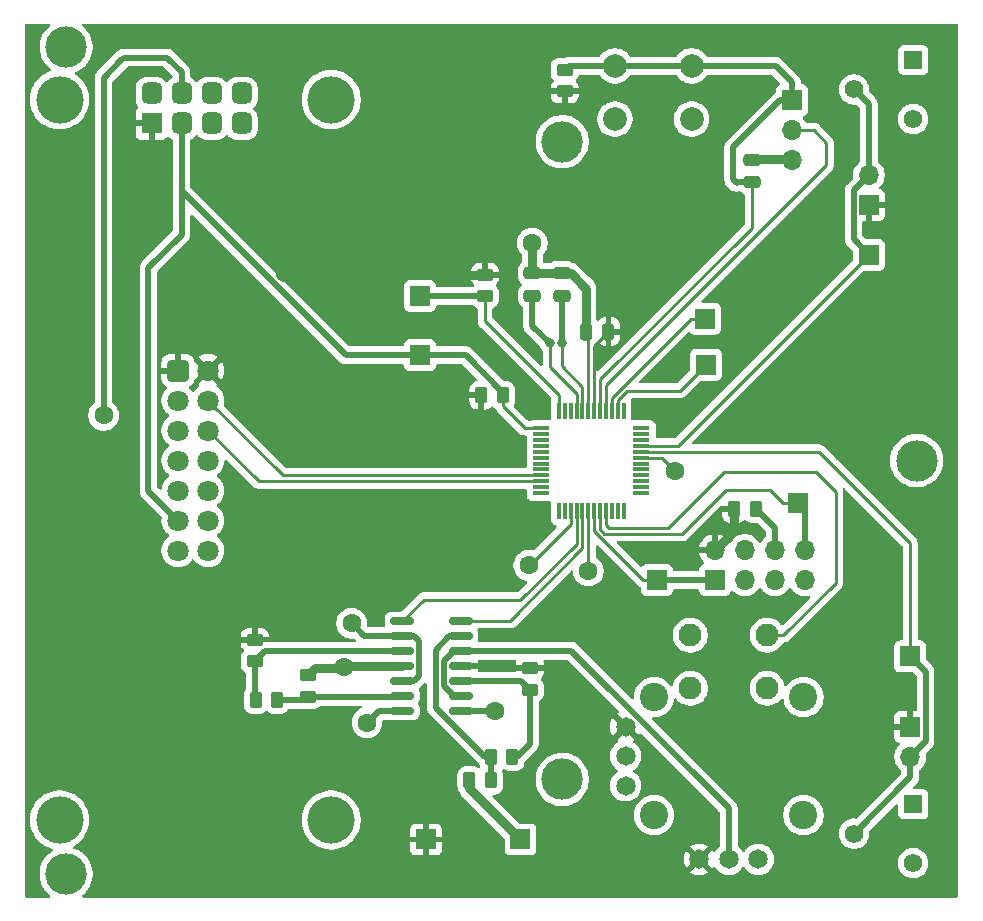
<source format=gbr>
%TF.GenerationSoftware,KiCad,Pcbnew,9.0.0*%
%TF.CreationDate,2025-03-11T13:16:13+01:00*%
%TF.ProjectId,SergiMarsol_projecte_MISE,53657267-694d-4617-9273-6f6c5f70726f,rev?*%
%TF.SameCoordinates,Original*%
%TF.FileFunction,Copper,L1,Top*%
%TF.FilePolarity,Positive*%
%FSLAX46Y46*%
G04 Gerber Fmt 4.6, Leading zero omitted, Abs format (unit mm)*
G04 Created by KiCad (PCBNEW 9.0.0) date 2025-03-11 13:16:13*
%MOMM*%
%LPD*%
G01*
G04 APERTURE LIST*
G04 Aperture macros list*
%AMRoundRect*
0 Rectangle with rounded corners*
0 $1 Rounding radius*
0 $2 $3 $4 $5 $6 $7 $8 $9 X,Y pos of 4 corners*
0 Add a 4 corners polygon primitive as box body*
4,1,4,$2,$3,$4,$5,$6,$7,$8,$9,$2,$3,0*
0 Add four circle primitives for the rounded corners*
1,1,$1+$1,$2,$3*
1,1,$1+$1,$4,$5*
1,1,$1+$1,$6,$7*
1,1,$1+$1,$8,$9*
0 Add four rect primitives between the rounded corners*
20,1,$1+$1,$2,$3,$4,$5,0*
20,1,$1+$1,$4,$5,$6,$7,0*
20,1,$1+$1,$6,$7,$8,$9,0*
20,1,$1+$1,$8,$9,$2,$3,0*%
G04 Aperture macros list end*
%TA.AperFunction,SMDPad,CuDef*%
%ADD10RoundRect,0.250000X-0.450000X0.262500X-0.450000X-0.262500X0.450000X-0.262500X0.450000X0.262500X0*%
%TD*%
%TA.AperFunction,SMDPad,CuDef*%
%ADD11RoundRect,0.250000X0.475000X-0.250000X0.475000X0.250000X-0.475000X0.250000X-0.475000X-0.250000X0*%
%TD*%
%TA.AperFunction,SMDPad,CuDef*%
%ADD12RoundRect,0.250000X0.262500X0.450000X-0.262500X0.450000X-0.262500X-0.450000X0.262500X-0.450000X0*%
%TD*%
%TA.AperFunction,ComponentPad*%
%ADD13R,1.700000X1.700000*%
%TD*%
%TA.AperFunction,SMDPad,CuDef*%
%ADD14RoundRect,0.250000X-0.262500X-0.450000X0.262500X-0.450000X0.262500X0.450000X-0.262500X0.450000X0*%
%TD*%
%TA.AperFunction,SMDPad,CuDef*%
%ADD15RoundRect,0.250000X0.450000X-0.262500X0.450000X0.262500X-0.450000X0.262500X-0.450000X-0.262500X0*%
%TD*%
%TA.AperFunction,ComponentPad*%
%ADD16R,1.700000X1.800000*%
%TD*%
%TA.AperFunction,ComponentPad*%
%ADD17RoundRect,0.425000X0.425000X-0.475000X0.425000X0.475000X-0.425000X0.475000X-0.425000X-0.475000X0*%
%TD*%
%TA.AperFunction,ComponentPad*%
%ADD18C,4.000000*%
%TD*%
%TA.AperFunction,ComponentPad*%
%ADD19O,1.700000X1.700000*%
%TD*%
%TA.AperFunction,ComponentPad*%
%ADD20C,2.000000*%
%TD*%
%TA.AperFunction,SMDPad,CuDef*%
%ADD21RoundRect,0.250000X0.250000X0.475000X-0.250000X0.475000X-0.250000X-0.475000X0.250000X-0.475000X0*%
%TD*%
%TA.AperFunction,ComponentPad*%
%ADD22C,1.650000*%
%TD*%
%TA.AperFunction,ComponentPad*%
%ADD23C,1.950000*%
%TD*%
%TA.AperFunction,ComponentPad*%
%ADD24C,2.400000*%
%TD*%
%TA.AperFunction,ComponentPad*%
%ADD25RoundRect,0.250000X-0.650000X0.650000X-0.650000X-0.650000X0.650000X-0.650000X0.650000X0.650000X0*%
%TD*%
%TA.AperFunction,ComponentPad*%
%ADD26C,1.800000*%
%TD*%
%TA.AperFunction,ComponentPad*%
%ADD27C,3.500000*%
%TD*%
%TA.AperFunction,SMDPad,CuDef*%
%ADD28R,0.300000X1.475000*%
%TD*%
%TA.AperFunction,SMDPad,CuDef*%
%ADD29R,1.475000X0.300000*%
%TD*%
%TA.AperFunction,SMDPad,CuDef*%
%ADD30RoundRect,0.150000X0.835000X0.150000X-0.835000X0.150000X-0.835000X-0.150000X0.835000X-0.150000X0*%
%TD*%
%TA.AperFunction,ComponentPad*%
%ADD31C,0.800000*%
%TD*%
%TA.AperFunction,ComponentPad*%
%ADD32R,1.560000X1.560000*%
%TD*%
%TA.AperFunction,ComponentPad*%
%ADD33C,1.560000*%
%TD*%
%TA.AperFunction,ViaPad*%
%ADD34C,1.600000*%
%TD*%
%TA.AperFunction,Conductor*%
%ADD35C,0.750000*%
%TD*%
%TA.AperFunction,Conductor*%
%ADD36C,0.250000*%
%TD*%
%TA.AperFunction,Conductor*%
%ADD37C,0.500000*%
%TD*%
G04 APERTURE END LIST*
D10*
%TO.P,R12,1*%
%TO.N,VDD*%
X57500000Y-41675000D03*
%TO.P,R12,2*%
%TO.N,Net-(IC1-P4.7{slash}UCB1SOMI{slash}UCB1SCL)*%
X57500000Y-43500000D03*
%TD*%
D11*
%TO.P,C2,1*%
%TO.N,Net-(IC1-P2.6{slash}MCLK{slash}XOUT)*%
X61500000Y-43450000D03*
%TO.P,C2,2*%
%TO.N,GND*%
X61500000Y-41550000D03*
%TD*%
%TO.P,C3,1*%
%TO.N,Net-(IC1-P2.7{slash}TB0CLK{slash}XIN)*%
X64000000Y-43450000D03*
%TO.P,C3,2*%
%TO.N,GND*%
X64000000Y-41550000D03*
%TD*%
D12*
%TO.P,R10,1*%
%TO.N,Net-(U1B--)*%
X58000000Y-84500000D03*
%TO.P,R10,2*%
%TO.N,GND*%
X56175000Y-84500000D03*
%TD*%
D13*
%TO.P,J6,1,Pin_1*%
%TO.N,Net-(IC1-P4.7{slash}UCB1SOMI{slash}UCB1SCL)*%
X52000000Y-43500000D03*
%TD*%
D14*
%TO.P,R11,1*%
%TO.N,VDD*%
X57187500Y-51900000D03*
%TO.P,R11,2*%
%TO.N,Net-(IC1-P4.6{slash}UCB1SIMO{slash}UCB1SDA)*%
X59012500Y-51900000D03*
%TD*%
D13*
%TO.P,J11,1,Pin_1*%
%TO.N,Net-(IC1-P1.6{slash}UCA0RXD{slash}UCA0SOMI{slash}TB0.1{slash}TDI{slash}TCLK{slash}OA1-{slash}A6)*%
X84000000Y-61000000D03*
%TD*%
D15*
%TO.P,R6,1*%
%TO.N,Net-(U1D--)*%
X42500000Y-77412500D03*
%TO.P,R6,2*%
%TO.N,GND*%
X42500000Y-75587500D03*
%TD*%
D16*
%TO.P,LCD1,1,VDD*%
%TO.N,VDD*%
X29265000Y-28875000D03*
D17*
%TO.P,LCD1,2,VSS*%
%TO.N,GND*%
X29265000Y-26335000D03*
%TO.P,LCD1,3,SDA*%
%TO.N,Net-(IC1-P4.6{slash}UCB1SIMO{slash}UCB1SDA)*%
X31805000Y-28875000D03*
%TO.P,LCD1,4,SCL*%
%TO.N,Net-(IC1-P4.7{slash}UCB1SOMI{slash}UCB1SCL)*%
X31805000Y-26335000D03*
%TO.P,LCD1,5,RST*%
%TO.N,rst_lcd*%
X34345000Y-28875000D03*
%TO.P,LCD1,6,A*%
%TO.N,unconnected-(LCD1-A-Pad6)*%
X34345000Y-26335000D03*
%TO.P,LCD1,7,K*%
%TO.N,unconnected-(LCD1-K-Pad7)*%
X36885000Y-28875000D03*
%TO.P,LCD1,8,NC*%
%TO.N,unconnected-(LCD1-NC-Pad8)*%
X36885000Y-26335000D03*
D18*
%TO.P,LCD1,9*%
%TO.N,N/C*%
X44475000Y-26850000D03*
%TO.P,LCD1,10*%
X44475000Y-87850000D03*
%TO.P,LCD1,11*%
X21475000Y-87850000D03*
%TO.P,LCD1,12*%
X21475000Y-26850000D03*
%TD*%
D13*
%TO.P,J10,1,Pin_1*%
%TO.N,Net-(IC1-P1.7{slash}UCA0TXD{slash}UCA0SIMO{slash}TB0.2{slash}TDO{slash}OA1+{slash}A7{slash}VREF+)*%
X72040000Y-67540000D03*
%TD*%
D15*
%TO.P,R3,1*%
%TO.N,VDD*%
X64250000Y-26162500D03*
%TO.P,R3,2*%
%TO.N,Net-(IC1-~{RST}{slash}NMI{slash}SBWTDIO)*%
X64250000Y-24337500D03*
%TD*%
D13*
%TO.P,J2,1,Pin_1*%
%TO.N,Net-(IC1-~{RST}{slash}NMI{slash}SBWTDIO)*%
X83500000Y-26910000D03*
D19*
%TO.P,J2,2,Pin_2*%
%TO.N,Net-(IC1-TEST{slash}SBWTCK)*%
X83500000Y-29450000D03*
%TO.P,J2,3,Pin_3*%
%TO.N,GND*%
X83500000Y-31990000D03*
%TD*%
D20*
%TO.P,SW1,1,1*%
%TO.N,Net-(IC1-~{RST}{slash}NMI{slash}SBWTDIO)*%
X68500000Y-24000000D03*
X75000000Y-24000000D03*
%TO.P,SW1,2,2*%
%TO.N,GND*%
X68500000Y-28500000D03*
X75000000Y-28500000D03*
%TD*%
D14*
%TO.P,R7,1*%
%TO.N,VDD*%
X78587500Y-61500000D03*
%TO.P,R7,2*%
%TO.N,Net-(J3-Pin_6)*%
X80412500Y-61500000D03*
%TD*%
D13*
%TO.P,J8,1,Pin_1*%
%TO.N,Net-(IC1-P1.1{slash}UCB0CLK{slash}ACLK{slash}OA0O{slash}COMP0.1{slash}A1)*%
X76200000Y-49300000D03*
%TD*%
%TO.P,J12,1,Pin_1*%
%TO.N,Net-(IC1-P3.2{slash}OA2-)*%
X90000000Y-40000000D03*
%TD*%
%TO.P,J7,1,Pin_1*%
%TO.N,Net-(IC1-P4.6{slash}UCB1SIMO{slash}UCB1SDA)*%
X52000000Y-48500000D03*
%TD*%
D21*
%TO.P,C4,1*%
%TO.N,VDD*%
X67950000Y-46500000D03*
%TO.P,C4,2*%
%TO.N,GND*%
X66050000Y-46500000D03*
%TD*%
D13*
%TO.P,R1,1*%
%TO.N,VDD*%
X93500000Y-79960000D03*
D19*
%TO.P,R1,2*%
%TO.N,Net-(IC1-P3.3{slash}OA2+)*%
X93500000Y-82500000D03*
%TD*%
D13*
%TO.P,J13,1,Pin_1*%
%TO.N,Net-(IC1-P3.3{slash}OA2+)*%
X93500000Y-74000000D03*
%TD*%
D22*
%TO.P,S1,1,1*%
%TO.N,VDD*%
X75637500Y-91175000D03*
%TO.P,S1,2,2*%
%TO.N,AO_1*%
X78137500Y-91175000D03*
%TO.P,S1,3,3*%
%TO.N,GND*%
X80637500Y-91175000D03*
%TO.P,S1,11,1'*%
%TO.N,VDD*%
X69407500Y-79945000D03*
%TO.P,S1,12,2'*%
%TO.N,AO_2*%
X69407500Y-82445000D03*
%TO.P,S1,13,3'*%
%TO.N,GND*%
X69407500Y-84945000D03*
D23*
%TO.P,S1,A1,COM_1*%
X81387500Y-76695000D03*
%TO.P,S1,B1,COM_2*%
%TO.N,unconnected-(S1-COM_2-PadB1)*%
X74887500Y-76695000D03*
%TO.P,S1,C1,NO_1*%
%TO.N,Net-(IC1-P1.5{slash}UCA0CLK{slash}TMS{slash}OA1O{slash}A5)*%
X81387500Y-72195000D03*
%TO.P,S1,D1,NO_2*%
%TO.N,unconnected-(S1-NO_2-PadD1)*%
X74887500Y-72195000D03*
D24*
%TO.P,S1,MH1,MH1*%
%TO.N,unconnected-(S1-PadMH1)*%
X71812500Y-87445000D03*
%TO.P,S1,MH2,MH2*%
%TO.N,unconnected-(S1-PadMH2)*%
X84462500Y-87445000D03*
%TO.P,S1,MH3,MH3*%
%TO.N,unconnected-(S1-PadMH3)*%
X84462500Y-77445000D03*
%TO.P,S1,MH4,MH4*%
%TO.N,unconnected-(S1-PadMH4)*%
X71812500Y-77445000D03*
%TD*%
D13*
%TO.P,J3,1,Pin_1*%
%TO.N,Net-(IC1-P1.7{slash}UCA0TXD{slash}UCA0SIMO{slash}TB0.2{slash}TDO{slash}OA1+{slash}A7{slash}VREF+)*%
X76960000Y-67540000D03*
D19*
%TO.P,J3,2,Pin_2*%
%TO.N,VDD*%
X76960000Y-65000000D03*
%TO.P,J3,3,Pin_3*%
%TO.N,unconnected-(J3-Pin_3-Pad3)*%
X79500000Y-67540000D03*
%TO.P,J3,4,Pin_4*%
%TO.N,unconnected-(J3-Pin_4-Pad4)*%
X79500000Y-65000000D03*
%TO.P,J3,5,Pin_5*%
%TO.N,unconnected-(J3-Pin_5-Pad5)*%
X82040000Y-67540000D03*
%TO.P,J3,6,Pin_6*%
%TO.N,Net-(J3-Pin_6)*%
X82040000Y-65000000D03*
%TO.P,J3,7,Pin_7*%
%TO.N,GND*%
X84580000Y-67540000D03*
%TO.P,J3,8,Pin_8*%
%TO.N,Net-(IC1-P1.6{slash}UCA0RXD{slash}UCA0SOMI{slash}TB0.1{slash}TDI{slash}TCLK{slash}OA1-{slash}A6)*%
X84580000Y-65000000D03*
%TD*%
D25*
%TO.P,J1,1,Pin_1*%
%TO.N,VDD*%
X31500000Y-49800000D03*
D26*
%TO.P,J1,2,Pin_2*%
X34040000Y-49800000D03*
%TO.P,J1,3,Pin_3*%
%TO.N,unconnected-(J1-Pin_3-Pad3)*%
X31500000Y-52340000D03*
%TO.P,J1,4,Pin_4*%
%TO.N,Net-(IC1-P6.1{slash}TB3.2)*%
X34040000Y-52340000D03*
%TO.P,J1,5,Pin_5*%
%TO.N,unconnected-(J1-Pin_5-Pad5)*%
X31500000Y-54880000D03*
%TO.P,J1,6,Pin_6*%
%TO.N,Net-(IC1-P6.0{slash}TB3.1)*%
X34040000Y-54880000D03*
%TO.P,J1,7,Pin_7*%
%TO.N,unconnected-(J1-Pin_7-Pad7)*%
X31500000Y-57420000D03*
%TO.P,J1,8,Pin_8*%
%TO.N,unconnected-(J1-Pin_8-Pad8)*%
X34040000Y-57420000D03*
%TO.P,J1,9,Pin_9*%
%TO.N,Net-(IC1-P4.7{slash}UCB1SOMI{slash}UCB1SCL)*%
X31500000Y-59960000D03*
%TO.P,J1,10,Pin_10*%
%TO.N,unconnected-(J1-Pin_10-Pad10)*%
X34040000Y-59960000D03*
%TO.P,J1,11,Pin_11*%
%TO.N,Net-(IC1-P4.6{slash}UCB1SIMO{slash}UCB1SDA)*%
X31500000Y-62500000D03*
%TO.P,J1,12,Pin_12*%
%TO.N,unconnected-(J1-Pin_12-Pad12)*%
X34040000Y-62500000D03*
%TO.P,J1,13,Pin_13*%
%TO.N,GND*%
X31500000Y-65040000D03*
%TO.P,J1,14,Pin_14*%
X34040000Y-65040000D03*
D27*
%TO.P,J1,15*%
%TO.N,N/C*%
X94040000Y-57420000D03*
%TO.P,J1,16*%
X64040000Y-84420000D03*
%TO.P,J1,17*%
X64040000Y-30420000D03*
%TO.P,J1,18*%
X22040000Y-92420000D03*
%TO.P,J1,19*%
X22040000Y-22420000D03*
%TD*%
D28*
%TO.P,IC1,1,P1.2/UCB0SIMO/UCB0SDA/TB0TRG/OA0-/A2/VEREF-*%
%TO.N,unconnected-(IC1-P1.2{slash}UCB0SIMO{slash}UCB0SDA{slash}TB0TRG{slash}OA0-{slash}A2{slash}VEREF--Pad1)*%
X69250000Y-53182000D03*
%TO.P,IC1,2,P1.1/UCB0CLK/ACLK/OA0O/COMP0.1/A1*%
%TO.N,Net-(IC1-P1.1{slash}UCB0CLK{slash}ACLK{slash}OA0O{slash}COMP0.1{slash}A1)*%
X68750000Y-53182000D03*
%TO.P,IC1,3,P1.0/UCB0STE/SMCLK/COMP0.0/A0/VEREF+*%
%TO.N,Net-(IC1-P1.0{slash}UCB0STE{slash}SMCLK{slash}COMP0.0{slash}A0{slash}VEREF+)*%
X68250000Y-53182000D03*
%TO.P,IC1,4,TEST/SBWTCK*%
%TO.N,Net-(IC1-TEST{slash}SBWTCK)*%
X67750000Y-53182000D03*
%TO.P,IC1,5,~{RST}/NMI/SBWTDIO*%
%TO.N,Net-(IC1-~{RST}{slash}NMI{slash}SBWTDIO)*%
X67250000Y-53182000D03*
%TO.P,IC1,6,DVCC*%
%TO.N,VDD*%
X66750000Y-53182000D03*
%TO.P,IC1,7,DVSS*%
%TO.N,GND*%
X66250000Y-53182000D03*
%TO.P,IC1,8,P2.7/TB0CLK/XIN*%
%TO.N,Net-(IC1-P2.7{slash}TB0CLK{slash}XIN)*%
X65750000Y-53182000D03*
%TO.P,IC1,9,P2.6/MCLK/XOUT*%
%TO.N,Net-(IC1-P2.6{slash}MCLK{slash}XOUT)*%
X65250000Y-53182000D03*
%TO.P,IC1,10,P2.5/COMP1.0*%
%TO.N,unconnected-(IC1-P2.5{slash}COMP1.0-Pad10)*%
X64750000Y-53182000D03*
%TO.P,IC1,11,P2.4/COMP1.1*%
%TO.N,unconnected-(IC1-P2.4{slash}COMP1.1-Pad11)*%
X64250000Y-53182000D03*
%TO.P,IC1,12,P4.7/UCB1SOMI/UCB1SCL*%
%TO.N,Net-(IC1-P4.7{slash}UCB1SOMI{slash}UCB1SCL)*%
X63750000Y-53182000D03*
D29*
%TO.P,IC1,13,P4.6/UCB1SIMO/UCB1SDA*%
%TO.N,Net-(IC1-P4.6{slash}UCB1SIMO{slash}UCB1SDA)*%
X62262000Y-54670000D03*
%TO.P,IC1,14,P4.5/UCB1CLK*%
%TO.N,unconnected-(IC1-P4.5{slash}UCB1CLK-Pad14)*%
X62262000Y-55170000D03*
%TO.P,IC1,15,P4.4/UCB1STE*%
%TO.N,unconnected-(IC1-P4.4{slash}UCB1STE-Pad15)*%
X62262000Y-55670000D03*
%TO.P,IC1,16,P6.6/TB3CLK*%
%TO.N,unconnected-(IC1-P6.6{slash}TB3CLK-Pad16)*%
X62262000Y-56170000D03*
%TO.P,IC1,17,P6.5/TB3.6*%
%TO.N,unconnected-(IC1-P6.5{slash}TB3.6-Pad17)*%
X62262000Y-56670000D03*
%TO.P,IC1,18,P6.4/TB3.5*%
%TO.N,unconnected-(IC1-P6.4{slash}TB3.5-Pad18)*%
X62262000Y-57170000D03*
%TO.P,IC1,19,P6.3/TB3.4*%
%TO.N,unconnected-(IC1-P6.3{slash}TB3.4-Pad19)*%
X62262000Y-57670000D03*
%TO.P,IC1,20,P6.2/TB3.3*%
%TO.N,unconnected-(IC1-P6.2{slash}TB3.3-Pad20)*%
X62262000Y-58170000D03*
%TO.P,IC1,21,P6.1/TB3.2*%
%TO.N,Net-(IC1-P6.1{slash}TB3.2)*%
X62262000Y-58670000D03*
%TO.P,IC1,22,P6.0/TB3.1*%
%TO.N,Net-(IC1-P6.0{slash}TB3.1)*%
X62262000Y-59170000D03*
%TO.P,IC1,23,P4.3/UCA1TXD/UCA1SIMO/~{UCA1TXD}*%
%TO.N,unconnected-(IC1-P4.3{slash}UCA1TXD{slash}UCA1SIMO{slash}~{UCA1TXD}-Pad23)*%
X62262000Y-59670000D03*
%TO.P,IC1,24,P4.2/UCA1RXD/UCA1SOMI/~{UCA1RXD}*%
%TO.N,unconnected-(IC1-P4.2{slash}UCA1RXD{slash}UCA1SOMI{slash}~{UCA1RXD}-Pad24)*%
X62262000Y-60170000D03*
D28*
%TO.P,IC1,25,P4.1/UCA1CLK*%
%TO.N,unconnected-(IC1-P4.1{slash}UCA1CLK-Pad25)*%
X63750000Y-61658000D03*
%TO.P,IC1,26,P4.0/UCA1STE/ISOTXD/ISORXD*%
%TO.N,unconnected-(IC1-P4.0{slash}UCA1STE{slash}ISOTXD{slash}ISORXD-Pad26)*%
X64250000Y-61658000D03*
%TO.P,IC1,27,P2.3/TB1TRG*%
%TO.N,Net-(IC1-P2.3{slash}TB1TRG)*%
X64750000Y-61658000D03*
%TO.P,IC1,28,P2.2/TB1CLK*%
%TO.N,Net-(IC1-P2.2{slash}TB1CLK)*%
X65250000Y-61658000D03*
%TO.P,IC1,29,P2.1/TB1.2/COMP1.O*%
%TO.N,Net-(IC1-P2.1{slash}TB1.2{slash}COMP1.O)*%
X65750000Y-61658000D03*
%TO.P,IC1,30,P2.0/TB1.1/COMP0.O*%
%TO.N,Net-(IC1-P2.0{slash}TB1.1{slash}COMP0.O)*%
X66250000Y-61658000D03*
%TO.P,IC1,31,P1.7/UCA0TXD/UCA0SIMO/TB0.2/TDO/OA1+/A7/VREF+*%
%TO.N,Net-(IC1-P1.7{slash}UCA0TXD{slash}UCA0SIMO{slash}TB0.2{slash}TDO{slash}OA1+{slash}A7{slash}VREF+)*%
X66750000Y-61658000D03*
%TO.P,IC1,32,P1.6/UCA0RXD/UCA0SOMI/TB0.1/TDI/TCLK/OA1-/A6*%
%TO.N,Net-(IC1-P1.6{slash}UCA0RXD{slash}UCA0SOMI{slash}TB0.1{slash}TDI{slash}TCLK{slash}OA1-{slash}A6)*%
X67250000Y-61658000D03*
%TO.P,IC1,33,P1.5/UCA0CLK/TMS/OA1O/A5*%
%TO.N,Net-(IC1-P1.5{slash}UCA0CLK{slash}TMS{slash}OA1O{slash}A5)*%
X67750000Y-61658000D03*
%TO.P,IC1,34,P1.4/UCA0STE/TCK/A4*%
%TO.N,unconnected-(IC1-P1.4{slash}UCA0STE{slash}TCK{slash}A4-Pad34)*%
X68250000Y-61658000D03*
%TO.P,IC1,35,P3.7/OA3+*%
%TO.N,unconnected-(IC1-P3.7{slash}OA3+-Pad35)*%
X68750000Y-61658000D03*
%TO.P,IC1,36,P3.6/OA3-*%
%TO.N,unconnected-(IC1-P3.6{slash}OA3--Pad36)*%
X69250000Y-61658000D03*
D29*
%TO.P,IC1,37,P3.5/OA3O*%
%TO.N,unconnected-(IC1-P3.5{slash}OA3O-Pad37)*%
X70738000Y-60170000D03*
%TO.P,IC1,38,P3.4/SMCLK*%
%TO.N,unconnected-(IC1-P3.4{slash}SMCLK-Pad38)*%
X70738000Y-59670000D03*
%TO.P,IC1,39,P5.4*%
%TO.N,unconnected-(IC1-P5.4-Pad39)*%
X70738000Y-59170000D03*
%TO.P,IC1,40,P5.3/TB2TRG/A11*%
%TO.N,unconnected-(IC1-P5.3{slash}TB2TRG{slash}A11-Pad40)*%
X70738000Y-58670000D03*
%TO.P,IC1,41,P5.2/TB2CLK/A10*%
%TO.N,unconnected-(IC1-P5.2{slash}TB2CLK{slash}A10-Pad41)*%
X70738000Y-58170000D03*
%TO.P,IC1,42,P5.1/TB2.2/MFM.TX/A9*%
%TO.N,unconnected-(IC1-P5.1{slash}TB2.2{slash}MFM.TX{slash}A9-Pad42)*%
X70738000Y-57670000D03*
%TO.P,IC1,43,P5.0/TB2.1/MFM.RX/A8*%
%TO.N,rst_lcd*%
X70738000Y-57170000D03*
%TO.P,IC1,44,P3.3/OA2+*%
%TO.N,Net-(IC1-P3.3{slash}OA2+)*%
X70738000Y-56670000D03*
%TO.P,IC1,45,P3.2/OA2-*%
%TO.N,Net-(IC1-P3.2{slash}OA2-)*%
X70738000Y-56170000D03*
%TO.P,IC1,46,P3.1/OA2O*%
%TO.N,unconnected-(IC1-P3.1{slash}OA2O-Pad46)*%
X70738000Y-55670000D03*
%TO.P,IC1,47,P3.0/MCLK*%
%TO.N,unconnected-(IC1-P3.0{slash}MCLK-Pad47)*%
X70738000Y-55170000D03*
%TO.P,IC1,48,P1.3/UCB0SOMI/UCB0SCL/OA0+/A3*%
%TO.N,unconnected-(IC1-P1.3{slash}UCB0SOMI{slash}UCB0SCL{slash}OA0+{slash}A3-Pad48)*%
X70738000Y-54670000D03*
%TD*%
D10*
%TO.P,R8,1*%
%TO.N,VDD*%
X61300000Y-74987500D03*
%TO.P,R8,2*%
%TO.N,Net-(U1A-+)*%
X61300000Y-76812500D03*
%TD*%
D13*
%TO.P,J4,1,Pin_1*%
%TO.N,VDD*%
X52500000Y-89500000D03*
%TD*%
D30*
%TO.P,U1,1*%
%TO.N,Net-(IC1-P2.0{slash}TB1.1{slash}COMP0.O)*%
X55450000Y-78620000D03*
%TO.P,U1,2,-*%
%TO.N,AO_1*%
X55450000Y-77350000D03*
%TO.P,U1,3,+*%
%TO.N,Net-(U1A-+)*%
X55450000Y-76080000D03*
%TO.P,U1,4,V+*%
%TO.N,VDD*%
X55450000Y-74810000D03*
%TO.P,U1,5,+*%
%TO.N,AO_1*%
X55450000Y-73540000D03*
%TO.P,U1,6,-*%
%TO.N,Net-(U1B--)*%
X55450000Y-72270000D03*
%TO.P,U1,7*%
%TO.N,Net-(IC1-P2.1{slash}TB1.2{slash}COMP1.O)*%
X55450000Y-71000000D03*
%TO.P,U1,8*%
%TO.N,Net-(IC1-P2.2{slash}TB1CLK)*%
X50500000Y-71000000D03*
%TO.P,U1,9,-*%
%TO.N,AO_2*%
X50500000Y-72270000D03*
%TO.P,U1,10,+*%
%TO.N,Net-(U1C-+)*%
X50500000Y-73540000D03*
%TO.P,U1,11,V-*%
%TO.N,GND*%
X50500000Y-74810000D03*
%TO.P,U1,12,+*%
%TO.N,AO_2*%
X50500000Y-76080000D03*
%TO.P,U1,13,-*%
%TO.N,Net-(U1D--)*%
X50500000Y-77350000D03*
%TO.P,U1,14*%
%TO.N,Net-(IC1-P2.3{slash}TB1TRG)*%
X50500000Y-78620000D03*
%TD*%
D12*
%TO.P,R9,1*%
%TO.N,Net-(U1A-+)*%
X59825000Y-82500000D03*
%TO.P,R9,2*%
%TO.N,Net-(U1B--)*%
X58000000Y-82500000D03*
%TD*%
D13*
%TO.P,R2,1*%
%TO.N,VDD*%
X90000000Y-35775000D03*
D19*
%TO.P,R2,2*%
%TO.N,Net-(IC1-P3.2{slash}OA2-)*%
X90000000Y-33235000D03*
%TD*%
D10*
%TO.P,R4,1*%
%TO.N,VDD*%
X38000000Y-72587500D03*
%TO.P,R4,2*%
%TO.N,Net-(U1C-+)*%
X38000000Y-74412500D03*
%TD*%
D13*
%TO.P,J9,1,Pin_1*%
%TO.N,Net-(IC1-P1.0{slash}UCB0STE{slash}SMCLK{slash}COMP0.0{slash}A0{slash}VEREF+)*%
X76100000Y-45400000D03*
%TD*%
D31*
%TO.P,Y1,1,1*%
%TO.N,Net-(IC1-P2.7{slash}TB0CLK{slash}XIN)*%
X64000000Y-47500000D03*
%TO.P,Y1,2,2*%
%TO.N,Net-(IC1-P2.6{slash}MCLK{slash}XOUT)*%
X63000000Y-47500000D03*
%TD*%
D13*
%TO.P,J5,1,Pin_1*%
%TO.N,GND*%
X60500000Y-89500000D03*
%TD*%
D32*
%TO.P,RV1,1,1*%
%TO.N,unconnected-(RV1-Pad1)*%
X93740000Y-86500000D03*
D33*
%TO.P,RV1,2,2*%
%TO.N,Net-(IC1-P3.3{slash}OA2+)*%
X88740000Y-89000000D03*
%TO.P,RV1,3,3*%
%TO.N,GND*%
X93740000Y-91500000D03*
%TD*%
D32*
%TO.P,RV2,1,1*%
%TO.N,unconnected-(RV2-Pad1)*%
X93740000Y-23500000D03*
D33*
%TO.P,RV2,2,2*%
%TO.N,Net-(IC1-P3.2{slash}OA2-)*%
X88740000Y-26000000D03*
%TO.P,RV2,3,3*%
%TO.N,GND*%
X93740000Y-28500000D03*
%TD*%
D11*
%TO.P,C1,1*%
%TO.N,Net-(IC1-~{RST}{slash}NMI{slash}SBWTDIO)*%
X80100000Y-33850000D03*
%TO.P,C1,2*%
%TO.N,GND*%
X80100000Y-31950000D03*
%TD*%
D14*
%TO.P,R5,1*%
%TO.N,Net-(U1C-+)*%
X38087500Y-77675000D03*
%TO.P,R5,2*%
%TO.N,Net-(U1D--)*%
X39912500Y-77675000D03*
%TD*%
D34*
%TO.N,GND*%
X45600000Y-74900000D03*
X61500000Y-39000000D03*
%TO.N,Net-(IC1-P2.3{slash}TB1TRG)*%
X61200000Y-66300000D03*
X47500000Y-79600000D03*
%TO.N,Net-(IC1-P4.7{slash}UCB1SOMI{slash}UCB1SCL)*%
X25200000Y-53600000D03*
%TO.N,Net-(IC1-P2.0{slash}TB1.1{slash}COMP0.O)*%
X58380000Y-78620000D03*
X66250000Y-66750000D03*
%TO.N,AO_2*%
X46200000Y-71200000D03*
%TO.N,VDD*%
X40533884Y-41566116D03*
%TO.N,rst_lcd*%
X73600000Y-58300000D03*
%TD*%
D35*
%TO.N,GND*%
X56175000Y-85175000D02*
X60500000Y-89500000D01*
X43087500Y-75000000D02*
X42500000Y-75587500D01*
X61500000Y-41550000D02*
X61500000Y-39000000D01*
X80000000Y-31900000D02*
X83410000Y-31900000D01*
D36*
X66250000Y-46700000D02*
X66050000Y-46500000D01*
D35*
X64750000Y-41550000D02*
X66050000Y-42850000D01*
X45690000Y-74810000D02*
X45600000Y-74900000D01*
X83410000Y-31900000D02*
X83500000Y-31990000D01*
X61500000Y-41550000D02*
X64000000Y-41550000D01*
X45500000Y-75000000D02*
X43087500Y-75000000D01*
X50500000Y-74810000D02*
X45690000Y-74810000D01*
X64000000Y-41550000D02*
X64750000Y-41550000D01*
X66050000Y-42850000D02*
X66050000Y-46500000D01*
X56175000Y-84500000D02*
X56175000Y-85175000D01*
D36*
X66250000Y-53182000D02*
X66250000Y-46700000D01*
D35*
X45600000Y-74900000D02*
X45500000Y-75000000D01*
D36*
%TO.N,Net-(IC1-TEST{slash}SBWTCK)*%
X85350000Y-29450000D02*
X83500000Y-29450000D01*
X86400000Y-30500000D02*
X85350000Y-29450000D01*
X86400000Y-32400000D02*
X86400000Y-30500000D01*
X67750000Y-51050000D02*
X86400000Y-32400000D01*
X67750000Y-53182000D02*
X67750000Y-51050000D01*
%TO.N,Net-(IC1-P2.6{slash}MCLK{slash}XOUT)*%
X63000000Y-49500000D02*
X63000000Y-47500000D01*
X65250000Y-53182000D02*
X65250000Y-51750000D01*
D37*
X61500000Y-46000000D02*
X63000000Y-47500000D01*
D36*
X65250000Y-51750000D02*
X63000000Y-49500000D01*
D37*
X61500000Y-43450000D02*
X61500000Y-46000000D01*
D36*
%TO.N,Net-(IC1-P2.7{slash}TB0CLK{slash}XIN)*%
X64000000Y-49400000D02*
X64000000Y-47500000D01*
X65750000Y-51150000D02*
X64000000Y-49400000D01*
D37*
X64000000Y-43450000D02*
X64000000Y-47500000D01*
D36*
X65750000Y-53182000D02*
X65750000Y-51150000D01*
%TO.N,Net-(IC1-P2.3{slash}TB1TRG)*%
X61700000Y-65800000D02*
X61200000Y-66300000D01*
X64750000Y-62750000D02*
X61700000Y-65800000D01*
X64750000Y-61658000D02*
X64750000Y-62750000D01*
D37*
X50500000Y-78620000D02*
X48480000Y-78620000D01*
X48480000Y-78620000D02*
X47500000Y-79600000D01*
D36*
%TO.N,Net-(IC1-P2.1{slash}TB1.2{slash}COMP1.O)*%
X59602454Y-71000000D02*
X55450000Y-71000000D01*
X65750000Y-64852454D02*
X59602454Y-71000000D01*
X65750000Y-61658000D02*
X65750000Y-64852454D01*
%TO.N,Net-(IC1-P1.7{slash}UCA0TXD{slash}UCA0SIMO{slash}TB0.2{slash}TDO{slash}OA1+{slash}A7{slash}VREF+)*%
X66750000Y-61658000D02*
X66750000Y-63387810D01*
X66750000Y-63387810D02*
X70902190Y-67540000D01*
X70902190Y-67540000D02*
X72040000Y-67540000D01*
D37*
X76960000Y-67540000D02*
X72040000Y-67540000D01*
%TO.N,Net-(IC1-P4.6{slash}UCB1SIMO{slash}UCB1SDA)*%
X31805000Y-34200000D02*
X31805000Y-34605000D01*
X31805000Y-28875000D02*
X31805000Y-34200000D01*
D36*
X60870000Y-54670000D02*
X59012500Y-52812500D01*
D37*
X52000000Y-48500000D02*
X55872500Y-48500000D01*
D36*
X59012500Y-52812500D02*
X59012500Y-51900000D01*
D37*
X31805000Y-38295000D02*
X29000000Y-41100000D01*
D36*
X62262000Y-54670000D02*
X60870000Y-54670000D01*
D37*
X31500000Y-62500000D02*
X29000000Y-60000000D01*
X55872500Y-48500000D02*
X58960000Y-51587500D01*
X45700000Y-48500000D02*
X52000000Y-48500000D01*
X31805000Y-34605000D02*
X45700000Y-48500000D01*
X29000000Y-41100000D02*
X29000000Y-60000000D01*
X31805000Y-34200000D02*
X31805000Y-38295000D01*
D36*
%TO.N,Net-(IC1-P6.0{slash}TB3.1)*%
X34040000Y-54880000D02*
X38330000Y-59170000D01*
X38330000Y-59170000D02*
X62262000Y-59170000D01*
%TO.N,Net-(IC1-P2.2{slash}TB1CLK)*%
X65250000Y-64450000D02*
X60500000Y-69200000D01*
X65250000Y-61658000D02*
X65250000Y-64450000D01*
X52300000Y-69200000D02*
X50500000Y-71000000D01*
X60500000Y-69200000D02*
X52300000Y-69200000D01*
D37*
%TO.N,Net-(IC1-P3.3{slash}OA2+)*%
X94801000Y-75301000D02*
X93500000Y-74000000D01*
X93500000Y-84240000D02*
X93500000Y-82500000D01*
D36*
X93500000Y-64400000D02*
X93500000Y-74000000D01*
X70738000Y-56670000D02*
X85770000Y-56670000D01*
D37*
X93500000Y-82500000D02*
X94801000Y-81199000D01*
X94801000Y-81199000D02*
X94801000Y-75301000D01*
X88740000Y-89000000D02*
X93500000Y-84240000D01*
D36*
X85770000Y-56670000D02*
X93500000Y-64400000D01*
%TO.N,Net-(IC1-P1.5{slash}UCA0CLK{slash}TMS{slash}OA1O{slash}A5)*%
X77700000Y-58400000D02*
X85500000Y-58400000D01*
X87200000Y-60100000D02*
X87200000Y-67761358D01*
X87200000Y-67761358D02*
X82766358Y-72195000D01*
X68000000Y-63100000D02*
X73000000Y-63100000D01*
X67750000Y-62850000D02*
X68000000Y-63100000D01*
X67750000Y-61658000D02*
X67750000Y-62850000D01*
X85500000Y-58400000D02*
X87200000Y-60100000D01*
X73000000Y-63100000D02*
X77700000Y-58400000D01*
X82766358Y-72195000D02*
X81387500Y-72195000D01*
D37*
%TO.N,Net-(IC1-P4.7{slash}UCB1SOMI{slash}UCB1SCL)*%
X26900000Y-23300000D02*
X26700000Y-23500000D01*
X31805000Y-24505000D02*
X30600000Y-23300000D01*
X25200000Y-25000000D02*
X25200000Y-51700000D01*
X26700000Y-23500000D02*
X25200000Y-25000000D01*
D36*
X63750000Y-51850000D02*
X57500000Y-45600000D01*
X63750000Y-53182000D02*
X63750000Y-51850000D01*
D37*
X31805000Y-26335000D02*
X31805000Y-24505000D01*
X52000000Y-43500000D02*
X57500000Y-43500000D01*
X25200000Y-51700000D02*
X25200000Y-53600000D01*
D36*
X57500000Y-45600000D02*
X57500000Y-43500000D01*
D37*
X30600000Y-23300000D02*
X26900000Y-23300000D01*
D36*
%TO.N,Net-(IC1-P1.0{slash}UCB0STE{slash}SMCLK{slash}COMP0.0{slash}A0{slash}VEREF+)*%
X74962190Y-45400000D02*
X76100000Y-45400000D01*
X68250000Y-52112190D02*
X74962190Y-45400000D01*
X68250000Y-53182000D02*
X68250000Y-52112190D01*
%TO.N,Net-(IC1-P6.1{slash}TB3.2)*%
X34040000Y-52340000D02*
X40370000Y-58670000D01*
X40370000Y-58670000D02*
X62262000Y-58670000D01*
D37*
%TO.N,Net-(IC1-P3.2{slash}OA2-)*%
X90000000Y-27260000D02*
X90000000Y-33235000D01*
D36*
X73830000Y-56170000D02*
X90000000Y-40000000D01*
D37*
X88740000Y-26000000D02*
X90000000Y-27260000D01*
X90000000Y-33235000D02*
X88699000Y-34536000D01*
X88699000Y-34536000D02*
X88699000Y-38699000D01*
X88699000Y-38699000D02*
X90000000Y-40000000D01*
D36*
X70738000Y-56170000D02*
X73830000Y-56170000D01*
%TO.N,Net-(IC1-P1.1{slash}UCB0CLK{slash}ACLK{slash}OA0O{slash}COMP0.1{slash}A1)*%
X74000000Y-51500000D02*
X76200000Y-49300000D01*
X68750000Y-53182000D02*
X68750000Y-52250000D01*
X69500000Y-51500000D02*
X74000000Y-51500000D01*
X68750000Y-52250000D02*
X69500000Y-51500000D01*
D37*
%TO.N,Net-(IC1-P2.0{slash}TB1.1{slash}COMP0.O)*%
X55450000Y-78620000D02*
X58380000Y-78620000D01*
D36*
X66250000Y-61658000D02*
X66250000Y-66750000D01*
%TO.N,Net-(IC1-P1.6{slash}UCA0RXD{slash}UCA0SOMI{slash}TB0.1{slash}TDI{slash}TCLK{slash}OA1-{slash}A6)*%
X81600000Y-59900000D02*
X82700000Y-61000000D01*
X67250000Y-63250000D02*
X67600000Y-63600000D01*
X67250000Y-61658000D02*
X67250000Y-63250000D01*
D37*
X84580000Y-65000000D02*
X84580000Y-61580000D01*
D36*
X82700000Y-61000000D02*
X84000000Y-61000000D01*
X74200000Y-63600000D02*
X77900000Y-59900000D01*
X77900000Y-59900000D02*
X81600000Y-59900000D01*
X67600000Y-63600000D02*
X74200000Y-63600000D01*
D37*
X84580000Y-61580000D02*
X84000000Y-61000000D01*
%TO.N,Net-(J3-Pin_6)*%
X82040000Y-65000000D02*
X82040000Y-63127500D01*
X82040000Y-63127500D02*
X80412500Y-61500000D01*
%TO.N,Net-(U1C-+)*%
X38000000Y-77587500D02*
X38087500Y-77675000D01*
X38872500Y-73540000D02*
X38000000Y-74412500D01*
X50500000Y-73540000D02*
X38872500Y-73540000D01*
X38000000Y-74412500D02*
X38000000Y-77587500D01*
%TO.N,Net-(U1D--)*%
X42237500Y-77675000D02*
X42500000Y-77412500D01*
X39912500Y-77675000D02*
X42237500Y-77675000D01*
X42500000Y-77412500D02*
X50437500Y-77412500D01*
X50437500Y-77412500D02*
X50500000Y-77350000D01*
%TO.N,Net-(U1A-+)*%
X61300000Y-76812500D02*
X60567500Y-76080000D01*
X61300000Y-76812500D02*
X61300000Y-81400000D01*
X61300000Y-81400000D02*
X60200000Y-82500000D01*
X60200000Y-82500000D02*
X59825000Y-82500000D01*
X60567500Y-76080000D02*
X55450000Y-76080000D01*
%TO.N,Net-(U1B--)*%
X53313000Y-78325500D02*
X57487500Y-82500000D01*
X54465001Y-72270000D02*
X53313000Y-73422001D01*
X53313000Y-73422001D02*
X53313000Y-78325500D01*
X57487500Y-82500000D02*
X58000000Y-82500000D01*
X58000000Y-84500000D02*
X58000000Y-82500000D01*
X55450000Y-72270000D02*
X54465001Y-72270000D01*
%TO.N,AO_2*%
X50500000Y-72270000D02*
X51484999Y-72270000D01*
X51936000Y-75628999D02*
X51484999Y-76080000D01*
X51936000Y-72721001D02*
X51936000Y-75628999D01*
X50500000Y-72270000D02*
X47270000Y-72270000D01*
X51484999Y-76080000D02*
X50500000Y-76080000D01*
X47270000Y-72270000D02*
X46200000Y-71200000D01*
X51484999Y-72270000D02*
X51936000Y-72721001D01*
D35*
%TO.N,VDD*%
X48175000Y-41675000D02*
X57500000Y-41675000D01*
D36*
X66750000Y-47700000D02*
X67950000Y-46500000D01*
D35*
X78587500Y-61500000D02*
X78587500Y-63372500D01*
D36*
X66750000Y-53182000D02*
X66750000Y-47700000D01*
D35*
X78587500Y-63372500D02*
X76960000Y-65000000D01*
X40533884Y-41566116D02*
X40667768Y-41700000D01*
X40667768Y-41700000D02*
X48150000Y-41700000D01*
X48150000Y-41700000D02*
X48175000Y-41675000D01*
D37*
%TO.N,AO_1*%
X64807037Y-73540000D02*
X55450000Y-73540000D01*
X78137500Y-91175000D02*
X78137500Y-86870463D01*
X55450000Y-77350000D02*
X54880900Y-77350000D01*
X54880900Y-73540000D02*
X55450000Y-73540000D01*
X54880900Y-77350000D02*
X54014000Y-76483100D01*
X54014000Y-76483100D02*
X54014000Y-74406900D01*
X78137500Y-86870463D02*
X64807037Y-73540000D01*
X54014000Y-74406900D02*
X54880900Y-73540000D01*
%TO.N,Net-(IC1-~{RST}{slash}NMI{slash}SBWTDIO)*%
X78850000Y-33850000D02*
X80100000Y-33850000D01*
X83500000Y-26910000D02*
X82490000Y-26910000D01*
D36*
X80100000Y-37700000D02*
X80100000Y-33850000D01*
D37*
X75000000Y-24000000D02*
X68500000Y-24000000D01*
X68500000Y-24000000D02*
X64587500Y-24000000D01*
X82490000Y-26910000D02*
X78500000Y-30900000D01*
D36*
X67250000Y-53182000D02*
X67250000Y-50550000D01*
D37*
X64587500Y-24000000D02*
X64250000Y-24337500D01*
X82100000Y-24000000D02*
X83500000Y-25400000D01*
X75000000Y-24000000D02*
X82100000Y-24000000D01*
D36*
X67250000Y-50550000D02*
X80100000Y-37700000D01*
D37*
X78800000Y-33900000D02*
X78850000Y-33850000D01*
X78500000Y-30900000D02*
X78500000Y-33600000D01*
X78500000Y-33600000D02*
X78800000Y-33900000D01*
X83500000Y-25400000D02*
X83500000Y-26910000D01*
D36*
%TO.N,rst_lcd*%
X72470000Y-57170000D02*
X73600000Y-58300000D01*
X70738000Y-57170000D02*
X72470000Y-57170000D01*
%TD*%
%TA.AperFunction,Conductor*%
%TO.N,VDD*%
G36*
X77548128Y-61238974D02*
G01*
X77565284Y-61250000D01*
X78463500Y-61250000D01*
X78530539Y-61269685D01*
X78576294Y-61322489D01*
X78587500Y-61374000D01*
X78587500Y-61500000D01*
X78713500Y-61500000D01*
X78780539Y-61519685D01*
X78826294Y-61572489D01*
X78837500Y-61624000D01*
X78837500Y-62699999D01*
X78899972Y-62699999D01*
X78899986Y-62699998D01*
X79002697Y-62689505D01*
X79169119Y-62634358D01*
X79169124Y-62634356D01*
X79318342Y-62542317D01*
X79411964Y-62448695D01*
X79473287Y-62415210D01*
X79542979Y-62420194D01*
X79587327Y-62448695D01*
X79681344Y-62542712D01*
X79830666Y-62634814D01*
X79997203Y-62689999D01*
X80099991Y-62700500D01*
X80500269Y-62700499D01*
X80567308Y-62720183D01*
X80587950Y-62736818D01*
X81253181Y-63402048D01*
X81286666Y-63463371D01*
X81289500Y-63489729D01*
X81289500Y-63812779D01*
X81269815Y-63879818D01*
X81238385Y-63913097D01*
X81160211Y-63969893D01*
X81160205Y-63969898D01*
X81009890Y-64120213D01*
X80884949Y-64292182D01*
X80880484Y-64300946D01*
X80832509Y-64351742D01*
X80764688Y-64368536D01*
X80698553Y-64345998D01*
X80659516Y-64300946D01*
X80655050Y-64292182D01*
X80530109Y-64120213D01*
X80379786Y-63969890D01*
X80207820Y-63844951D01*
X80018414Y-63748444D01*
X80018413Y-63748443D01*
X80018412Y-63748443D01*
X79816243Y-63682754D01*
X79816241Y-63682753D01*
X79816240Y-63682753D01*
X79654957Y-63657208D01*
X79606287Y-63649500D01*
X79393713Y-63649500D01*
X79345042Y-63657208D01*
X79183760Y-63682753D01*
X78981585Y-63748444D01*
X78792179Y-63844951D01*
X78620213Y-63969890D01*
X78469890Y-64120213D01*
X78344949Y-64292182D01*
X78340202Y-64301499D01*
X78292227Y-64352293D01*
X78224405Y-64369087D01*
X78158271Y-64346548D01*
X78119234Y-64301495D01*
X78114622Y-64292444D01*
X77989727Y-64120540D01*
X77989723Y-64120535D01*
X77839464Y-63970276D01*
X77839459Y-63970272D01*
X77667557Y-63845379D01*
X77478215Y-63748903D01*
X77276124Y-63683241D01*
X77210000Y-63672768D01*
X77210000Y-64566988D01*
X77152993Y-64534075D01*
X77025826Y-64500000D01*
X76894174Y-64500000D01*
X76767007Y-64534075D01*
X76710000Y-64566988D01*
X76710000Y-63672768D01*
X76709999Y-63672768D01*
X76643875Y-63683241D01*
X76441784Y-63748903D01*
X76252442Y-63845379D01*
X76080540Y-63970272D01*
X76080535Y-63970276D01*
X75930276Y-64120535D01*
X75930272Y-64120540D01*
X75805379Y-64292442D01*
X75708904Y-64481782D01*
X75643242Y-64683870D01*
X75643242Y-64683873D01*
X75632769Y-64750000D01*
X76526988Y-64750000D01*
X76494075Y-64807007D01*
X76460000Y-64934174D01*
X76460000Y-65065826D01*
X76494075Y-65192993D01*
X76526988Y-65250000D01*
X75632769Y-65250000D01*
X75643242Y-65316126D01*
X75643242Y-65316129D01*
X75708904Y-65518217D01*
X75805379Y-65707557D01*
X75930272Y-65879459D01*
X75930276Y-65879464D01*
X76043946Y-65993134D01*
X76077431Y-66054457D01*
X76072447Y-66124149D01*
X76030575Y-66180082D01*
X75999598Y-66196997D01*
X75867671Y-66246202D01*
X75867664Y-66246206D01*
X75752455Y-66332452D01*
X75752452Y-66332455D01*
X75666206Y-66447664D01*
X75666202Y-66447671D01*
X75615908Y-66582517D01*
X75611510Y-66623431D01*
X75609501Y-66642123D01*
X75609500Y-66642135D01*
X75609500Y-66665500D01*
X75589815Y-66732539D01*
X75537011Y-66778294D01*
X75485500Y-66789500D01*
X73514499Y-66789500D01*
X73447460Y-66769815D01*
X73401705Y-66717011D01*
X73390499Y-66665500D01*
X73390499Y-66642129D01*
X73390498Y-66642123D01*
X73390497Y-66642116D01*
X73384091Y-66582517D01*
X73333796Y-66447669D01*
X73333795Y-66447668D01*
X73333793Y-66447664D01*
X73247547Y-66332455D01*
X73247544Y-66332452D01*
X73132335Y-66246206D01*
X73132328Y-66246202D01*
X72997482Y-66195908D01*
X72997483Y-66195908D01*
X72937883Y-66189501D01*
X72937881Y-66189500D01*
X72937873Y-66189500D01*
X72937864Y-66189500D01*
X71142129Y-66189500D01*
X71142123Y-66189501D01*
X71082516Y-66195908D01*
X70947671Y-66246202D01*
X70947664Y-66246206D01*
X70832455Y-66332452D01*
X70832453Y-66332454D01*
X70809804Y-66362709D01*
X70753869Y-66404579D01*
X70684177Y-66409561D01*
X70622858Y-66376077D01*
X69877693Y-65630912D01*
X68683960Y-64437180D01*
X68650476Y-64375858D01*
X68655460Y-64306166D01*
X68697332Y-64250233D01*
X68762796Y-64225816D01*
X68771642Y-64225500D01*
X74261607Y-64225500D01*
X74322029Y-64213481D01*
X74382452Y-64201463D01*
X74415792Y-64187652D01*
X74496286Y-64154312D01*
X74557561Y-64113368D01*
X74598733Y-64085858D01*
X74685858Y-63998733D01*
X74685859Y-63998731D01*
X74692925Y-63991665D01*
X74692927Y-63991661D01*
X76684602Y-61999986D01*
X77575001Y-61999986D01*
X77585494Y-62102697D01*
X77640641Y-62269119D01*
X77640643Y-62269124D01*
X77732684Y-62418345D01*
X77856654Y-62542315D01*
X78005875Y-62634356D01*
X78005880Y-62634358D01*
X78172302Y-62689505D01*
X78172309Y-62689506D01*
X78275019Y-62699999D01*
X78337499Y-62699998D01*
X78337500Y-62699998D01*
X78337500Y-61750000D01*
X77575001Y-61750000D01*
X77575001Y-61999986D01*
X76684602Y-61999986D01*
X77417116Y-61267472D01*
X77478436Y-61233990D01*
X77548128Y-61238974D01*
G37*
%TD.AperFunction*%
%TA.AperFunction,Conductor*%
G36*
X32760703Y-36622516D02*
G01*
X32767181Y-36628548D01*
X45117048Y-48978415D01*
X45117049Y-48978416D01*
X45204876Y-49066243D01*
X45221585Y-49082952D01*
X45344498Y-49165080D01*
X45344511Y-49165087D01*
X45481082Y-49221656D01*
X45481087Y-49221658D01*
X45481091Y-49221658D01*
X45481092Y-49221659D01*
X45626079Y-49250500D01*
X45626082Y-49250500D01*
X50525501Y-49250500D01*
X50592540Y-49270185D01*
X50638295Y-49322989D01*
X50649501Y-49374500D01*
X50649501Y-49397876D01*
X50655908Y-49457483D01*
X50706202Y-49592328D01*
X50706206Y-49592335D01*
X50792452Y-49707544D01*
X50792455Y-49707547D01*
X50907664Y-49793793D01*
X50907671Y-49793797D01*
X51042517Y-49844091D01*
X51042516Y-49844091D01*
X51049444Y-49844835D01*
X51102127Y-49850500D01*
X52897872Y-49850499D01*
X52957483Y-49844091D01*
X53092331Y-49793796D01*
X53207546Y-49707546D01*
X53293796Y-49592331D01*
X53344091Y-49457483D01*
X53350500Y-49397873D01*
X53350500Y-49374500D01*
X53370185Y-49307461D01*
X53422989Y-49261706D01*
X53474500Y-49250500D01*
X55510270Y-49250500D01*
X55577309Y-49270185D01*
X55597951Y-49286819D01*
X56703467Y-50392335D01*
X56817419Y-50506286D01*
X56850904Y-50567609D01*
X56845920Y-50637301D01*
X56804048Y-50693234D01*
X56768743Y-50711673D01*
X56605878Y-50765642D01*
X56605875Y-50765643D01*
X56456654Y-50857684D01*
X56332684Y-50981654D01*
X56240643Y-51130875D01*
X56240641Y-51130880D01*
X56185494Y-51297302D01*
X56185493Y-51297309D01*
X56175000Y-51400013D01*
X56175000Y-51650000D01*
X57063500Y-51650000D01*
X57130539Y-51669685D01*
X57176294Y-51722489D01*
X57187500Y-51774000D01*
X57187500Y-51900000D01*
X57313500Y-51900000D01*
X57380539Y-51919685D01*
X57426294Y-51972489D01*
X57437500Y-52024000D01*
X57437500Y-53099999D01*
X57499972Y-53099999D01*
X57499986Y-53099998D01*
X57602697Y-53089505D01*
X57769119Y-53034358D01*
X57769124Y-53034356D01*
X57918342Y-52942317D01*
X58011964Y-52848695D01*
X58073287Y-52815210D01*
X58142979Y-52820194D01*
X58187327Y-52848695D01*
X58281344Y-52942712D01*
X58392357Y-53011185D01*
X58403082Y-53022431D01*
X58414458Y-53028562D01*
X58427656Y-53048199D01*
X58435764Y-53056700D01*
X58439144Y-53062811D01*
X58458188Y-53108786D01*
X58492415Y-53160009D01*
X58495308Y-53164338D01*
X58526640Y-53211231D01*
X58526641Y-53211232D01*
X58526642Y-53211233D01*
X58613767Y-53298358D01*
X58613768Y-53298358D01*
X58620835Y-53305425D01*
X58620834Y-53305425D01*
X58620838Y-53305428D01*
X60471263Y-55155855D01*
X60471267Y-55155858D01*
X60573710Y-55224309D01*
X60573711Y-55224309D01*
X60573715Y-55224312D01*
X60640397Y-55251932D01*
X60687548Y-55271463D01*
X60707597Y-55275451D01*
X60772624Y-55288385D01*
X60808392Y-55295501D01*
X60904836Y-55295501D01*
X60907077Y-55296159D01*
X60909342Y-55295583D01*
X60940432Y-55305953D01*
X60971875Y-55315186D01*
X60973404Y-55316951D01*
X60975622Y-55317691D01*
X60996176Y-55343231D01*
X61017630Y-55367990D01*
X61018418Y-55370869D01*
X61019428Y-55372123D01*
X61028134Y-55406326D01*
X61028187Y-55406822D01*
X61028179Y-55433250D01*
X61024000Y-55472122D01*
X61024000Y-55867869D01*
X61024001Y-55867878D01*
X61028179Y-55906745D01*
X61028179Y-55933250D01*
X61024000Y-55972122D01*
X61024000Y-56367869D01*
X61024001Y-56367878D01*
X61028179Y-56406745D01*
X61028179Y-56433250D01*
X61024000Y-56472122D01*
X61024000Y-56867869D01*
X61024001Y-56867878D01*
X61028179Y-56906745D01*
X61028179Y-56933250D01*
X61024000Y-56972122D01*
X61024000Y-57367869D01*
X61024001Y-57367878D01*
X61028179Y-57406745D01*
X61028179Y-57433250D01*
X61024000Y-57472122D01*
X61024000Y-57867869D01*
X61024001Y-57867878D01*
X61028179Y-57906745D01*
X61028181Y-57933233D01*
X61028127Y-57933736D01*
X61001398Y-57998291D01*
X60944012Y-58038148D01*
X60904835Y-58044500D01*
X40680452Y-58044500D01*
X40613413Y-58024815D01*
X40592771Y-58008181D01*
X35422108Y-52837518D01*
X35388623Y-52776195D01*
X35391857Y-52711521D01*
X35406015Y-52667951D01*
X35440500Y-52450222D01*
X35440500Y-52399986D01*
X56175001Y-52399986D01*
X56185494Y-52502697D01*
X56240641Y-52669119D01*
X56240643Y-52669124D01*
X56332684Y-52818345D01*
X56456654Y-52942315D01*
X56605875Y-53034356D01*
X56605880Y-53034358D01*
X56772302Y-53089505D01*
X56772309Y-53089506D01*
X56875019Y-53099999D01*
X56937499Y-53099998D01*
X56937500Y-53099998D01*
X56937500Y-52150000D01*
X56175001Y-52150000D01*
X56175001Y-52399986D01*
X35440500Y-52399986D01*
X35440500Y-52229778D01*
X35429520Y-52160452D01*
X35422802Y-52118036D01*
X35417879Y-52086954D01*
X35406015Y-52012049D01*
X35337895Y-51802394D01*
X35337895Y-51802393D01*
X35297181Y-51722489D01*
X35237815Y-51605978D01*
X35209681Y-51567254D01*
X35108247Y-51427641D01*
X35108243Y-51427636D01*
X34952363Y-51271756D01*
X34952358Y-51271752D01*
X34812319Y-51170008D01*
X34769653Y-51114678D01*
X34763674Y-51045065D01*
X34796279Y-50983270D01*
X34812319Y-50969372D01*
X34837513Y-50951066D01*
X34837514Y-50951066D01*
X34169409Y-50282962D01*
X34232993Y-50265925D01*
X34347007Y-50200099D01*
X34440099Y-50107007D01*
X34505925Y-49992993D01*
X34522962Y-49929410D01*
X35191066Y-50597514D01*
X35191066Y-50597513D01*
X35237386Y-50533760D01*
X35337432Y-50337410D01*
X35405526Y-50127835D01*
X35440000Y-49910181D01*
X35440000Y-49689818D01*
X35405526Y-49472164D01*
X35337432Y-49262589D01*
X35237388Y-49066243D01*
X35191066Y-49002485D01*
X35191065Y-49002485D01*
X34522962Y-49670589D01*
X34505925Y-49607007D01*
X34440099Y-49492993D01*
X34347007Y-49399901D01*
X34232993Y-49334075D01*
X34169407Y-49317037D01*
X34837513Y-48648932D01*
X34773756Y-48602611D01*
X34577410Y-48502567D01*
X34367835Y-48434473D01*
X34150181Y-48400000D01*
X33929819Y-48400000D01*
X33712164Y-48434473D01*
X33502589Y-48502567D01*
X33306233Y-48602616D01*
X33242485Y-48648931D01*
X33242485Y-48648932D01*
X33910590Y-49317037D01*
X33847007Y-49334075D01*
X33732993Y-49399901D01*
X33639901Y-49492993D01*
X33574075Y-49607007D01*
X33557037Y-49670591D01*
X32864673Y-48978227D01*
X32833101Y-48924527D01*
X32782424Y-48746680D01*
X32742315Y-48681654D01*
X32618345Y-48557684D01*
X32469124Y-48465643D01*
X32469119Y-48465641D01*
X32302697Y-48410494D01*
X32302690Y-48410493D01*
X32199986Y-48400000D01*
X31750000Y-48400000D01*
X31750000Y-49366988D01*
X31692993Y-49334075D01*
X31565826Y-49300000D01*
X31434174Y-49300000D01*
X31307007Y-49334075D01*
X31250000Y-49366988D01*
X31250000Y-48400000D01*
X30800028Y-48400000D01*
X30800012Y-48400001D01*
X30697302Y-48410494D01*
X30530880Y-48465641D01*
X30530875Y-48465643D01*
X30381654Y-48557684D01*
X30257684Y-48681654D01*
X30165643Y-48830875D01*
X30165641Y-48830880D01*
X30110494Y-48997302D01*
X30110493Y-48997309D01*
X30100000Y-49100013D01*
X30100000Y-49550000D01*
X31066988Y-49550000D01*
X31034075Y-49607007D01*
X31000000Y-49734174D01*
X31000000Y-49865826D01*
X31034075Y-49992993D01*
X31066988Y-50050000D01*
X30100001Y-50050000D01*
X30100001Y-50499986D01*
X30110494Y-50602697D01*
X30165641Y-50769119D01*
X30165643Y-50769124D01*
X30257684Y-50918345D01*
X30381654Y-51042315D01*
X30517489Y-51126099D01*
X30564213Y-51178047D01*
X30575436Y-51247010D01*
X30547592Y-51311092D01*
X30540074Y-51319319D01*
X30431751Y-51427642D01*
X30302187Y-51605974D01*
X30202104Y-51802393D01*
X30202103Y-51802396D01*
X30133985Y-52012047D01*
X30099500Y-52229778D01*
X30099500Y-52450221D01*
X30133985Y-52667952D01*
X30202103Y-52877603D01*
X30202104Y-52877606D01*
X30270122Y-53011096D01*
X30297129Y-53064100D01*
X30302187Y-53074025D01*
X30431752Y-53252358D01*
X30431756Y-53252363D01*
X30587636Y-53408243D01*
X30587641Y-53408247D01*
X30727254Y-53509682D01*
X30769920Y-53565012D01*
X30775899Y-53634625D01*
X30743293Y-53696420D01*
X30727254Y-53710318D01*
X30587641Y-53811752D01*
X30587636Y-53811756D01*
X30431756Y-53967636D01*
X30431752Y-53967641D01*
X30302187Y-54145974D01*
X30202104Y-54342393D01*
X30202103Y-54342396D01*
X30133985Y-54552047D01*
X30099500Y-54769778D01*
X30099500Y-54990221D01*
X30133985Y-55207952D01*
X30202103Y-55417603D01*
X30202104Y-55417606D01*
X30266725Y-55544429D01*
X30297129Y-55604100D01*
X30302187Y-55614025D01*
X30431752Y-55792358D01*
X30431756Y-55792363D01*
X30587636Y-55948243D01*
X30587641Y-55948247D01*
X30727254Y-56049682D01*
X30769920Y-56105012D01*
X30775899Y-56174625D01*
X30743293Y-56236420D01*
X30727254Y-56250318D01*
X30587641Y-56351752D01*
X30587636Y-56351756D01*
X30431756Y-56507636D01*
X30431752Y-56507641D01*
X30302187Y-56685974D01*
X30202104Y-56882393D01*
X30202103Y-56882396D01*
X30133985Y-57092047D01*
X30133985Y-57092049D01*
X30099500Y-57309778D01*
X30099500Y-57530222D01*
X30114206Y-57623074D01*
X30133985Y-57747952D01*
X30202103Y-57957603D01*
X30202104Y-57957606D01*
X30246380Y-58044500D01*
X30297568Y-58144961D01*
X30302187Y-58154025D01*
X30431752Y-58332358D01*
X30431756Y-58332363D01*
X30587636Y-58488243D01*
X30587641Y-58488247D01*
X30727254Y-58589682D01*
X30769920Y-58645012D01*
X30775899Y-58714625D01*
X30743293Y-58776420D01*
X30727254Y-58790318D01*
X30587641Y-58891752D01*
X30587636Y-58891756D01*
X30431756Y-59047636D01*
X30431752Y-59047641D01*
X30302187Y-59225974D01*
X30202104Y-59422393D01*
X30202103Y-59422396D01*
X30133985Y-59632047D01*
X30111817Y-59772012D01*
X30106424Y-59783388D01*
X30105526Y-59795948D01*
X30091741Y-59814362D01*
X30081888Y-59835147D01*
X30071198Y-59841802D01*
X30063654Y-59851881D01*
X30042103Y-59859918D01*
X30022576Y-59872078D01*
X30009986Y-59871898D01*
X29998190Y-59876298D01*
X29975713Y-59871408D01*
X29952714Y-59871080D01*
X29940587Y-59863767D01*
X29929917Y-59861446D01*
X29901663Y-59840295D01*
X29786819Y-59725451D01*
X29753334Y-59664128D01*
X29750500Y-59637770D01*
X29750500Y-41462230D01*
X29770185Y-41395191D01*
X29786819Y-41374549D01*
X32387948Y-38773420D01*
X32387952Y-38773416D01*
X32466466Y-38655909D01*
X32466467Y-38655910D01*
X32466474Y-38655896D01*
X32470084Y-38650495D01*
X32526658Y-38513913D01*
X32555500Y-38368918D01*
X32555500Y-36716229D01*
X32575185Y-36649190D01*
X32627989Y-36603435D01*
X32697147Y-36593491D01*
X32760703Y-36622516D01*
G37*
%TD.AperFunction*%
%TA.AperFunction,Conductor*%
G36*
X33574075Y-49992993D02*
G01*
X33639901Y-50107007D01*
X33732993Y-50200099D01*
X33847007Y-50265925D01*
X33910590Y-50282962D01*
X33242485Y-50951065D01*
X33242485Y-50951066D01*
X33267680Y-50969371D01*
X33310346Y-51024701D01*
X33316325Y-51094314D01*
X33283720Y-51156110D01*
X33267681Y-51170008D01*
X33127636Y-51271756D01*
X32971756Y-51427636D01*
X32971752Y-51427641D01*
X32870318Y-51567254D01*
X32814988Y-51609920D01*
X32745375Y-51615899D01*
X32683580Y-51583293D01*
X32669682Y-51567254D01*
X32568247Y-51427641D01*
X32568243Y-51427636D01*
X32459926Y-51319319D01*
X32426441Y-51257996D01*
X32431425Y-51188304D01*
X32473297Y-51132371D01*
X32482511Y-51126099D01*
X32618343Y-51042317D01*
X32742315Y-50918345D01*
X32834359Y-50769120D01*
X32837099Y-50760847D01*
X32831697Y-50738053D01*
X32835389Y-50668281D01*
X32864673Y-50621773D01*
X33557037Y-49929408D01*
X33574075Y-49992993D01*
G37*
%TD.AperFunction*%
%TA.AperFunction,Conductor*%
G36*
X20650694Y-20440185D02*
G01*
X20696449Y-20492989D01*
X20706393Y-20562147D01*
X20677368Y-20625703D01*
X20659142Y-20642876D01*
X20552952Y-20724358D01*
X20344358Y-20932952D01*
X20344352Y-20932959D01*
X20164761Y-21167006D01*
X20017258Y-21422489D01*
X20017254Y-21422499D01*
X19904364Y-21695038D01*
X19904361Y-21695048D01*
X19828008Y-21980004D01*
X19828006Y-21980015D01*
X19789500Y-22272486D01*
X19789500Y-22567513D01*
X19809188Y-22717050D01*
X19828007Y-22859993D01*
X19871547Y-23022487D01*
X19904361Y-23144951D01*
X19904364Y-23144961D01*
X20017254Y-23417500D01*
X20017258Y-23417510D01*
X20164761Y-23672993D01*
X20344352Y-23907040D01*
X20344358Y-23907047D01*
X20552952Y-24115641D01*
X20552956Y-24115644D01*
X20552958Y-24115646D01*
X20735992Y-24256093D01*
X20777194Y-24312521D01*
X20781349Y-24382267D01*
X20747137Y-24443187D01*
X20701460Y-24471510D01*
X20516588Y-24536200D01*
X20263557Y-24658053D01*
X20025753Y-24807476D01*
X19806175Y-24982583D01*
X19607583Y-25181175D01*
X19432476Y-25400753D01*
X19283053Y-25638557D01*
X19161200Y-25891588D01*
X19068443Y-26156670D01*
X19068439Y-26156682D01*
X19005945Y-26430487D01*
X19005942Y-26430505D01*
X18974500Y-26709568D01*
X18974500Y-26990431D01*
X19005942Y-27269494D01*
X19005945Y-27269512D01*
X19068439Y-27543317D01*
X19068443Y-27543329D01*
X19161200Y-27808411D01*
X19283053Y-28061442D01*
X19283055Y-28061445D01*
X19432477Y-28299248D01*
X19607584Y-28518825D01*
X19806175Y-28717416D01*
X20025752Y-28892523D01*
X20263555Y-29041945D01*
X20516592Y-29163801D01*
X20715680Y-29233465D01*
X20781670Y-29256556D01*
X20781682Y-29256560D01*
X21055491Y-29319055D01*
X21055497Y-29319055D01*
X21055505Y-29319057D01*
X21241547Y-29340018D01*
X21334569Y-29350499D01*
X21334572Y-29350500D01*
X21334575Y-29350500D01*
X21615428Y-29350500D01*
X21615429Y-29350499D01*
X21758055Y-29334429D01*
X21894494Y-29319057D01*
X21894499Y-29319056D01*
X21894509Y-29319055D01*
X22168318Y-29256560D01*
X22433408Y-29163801D01*
X22686445Y-29041945D01*
X22924248Y-28892523D01*
X23143825Y-28717416D01*
X23342416Y-28518825D01*
X23517523Y-28299248D01*
X23666945Y-28061445D01*
X23788801Y-27808408D01*
X23881560Y-27543318D01*
X23944055Y-27269509D01*
X23946370Y-27248969D01*
X23969792Y-27041082D01*
X23975500Y-26990425D01*
X23975500Y-26709575D01*
X23950934Y-26491542D01*
X23944057Y-26430505D01*
X23944054Y-26430487D01*
X23934523Y-26388731D01*
X23881560Y-26156682D01*
X23788801Y-25891592D01*
X23666945Y-25638555D01*
X23517523Y-25400752D01*
X23342416Y-25181175D01*
X23143825Y-24982584D01*
X23137462Y-24977510D01*
X23030500Y-24892210D01*
X22924248Y-24807477D01*
X22924246Y-24807476D01*
X22924244Y-24807474D01*
X22822635Y-24743628D01*
X22776345Y-24691294D01*
X22765697Y-24622240D01*
X22794072Y-24558392D01*
X22841155Y-24524074D01*
X23037507Y-24442743D01*
X23292994Y-24295238D01*
X23527042Y-24115646D01*
X23735646Y-23907042D01*
X23915238Y-23672994D01*
X24062743Y-23417507D01*
X24175639Y-23144952D01*
X24251993Y-22859993D01*
X24290500Y-22567506D01*
X24290500Y-22272494D01*
X24251993Y-21980007D01*
X24175639Y-21695048D01*
X24062743Y-21422493D01*
X23915238Y-21167006D01*
X23735646Y-20932958D01*
X23735641Y-20932952D01*
X23527047Y-20724358D01*
X23420858Y-20642876D01*
X23379656Y-20586448D01*
X23375501Y-20516702D01*
X23409714Y-20455781D01*
X23471431Y-20423029D01*
X23496345Y-20420500D01*
X97415500Y-20420500D01*
X97482539Y-20440185D01*
X97528294Y-20492989D01*
X97539500Y-20544500D01*
X97539500Y-94295500D01*
X97519815Y-94362539D01*
X97467011Y-94408294D01*
X97415500Y-94419500D01*
X23496345Y-94419500D01*
X23429306Y-94399815D01*
X23383551Y-94347011D01*
X23373607Y-94277853D01*
X23402632Y-94214297D01*
X23420858Y-94197124D01*
X23527042Y-94115646D01*
X23735646Y-93907042D01*
X23915238Y-93672994D01*
X24062743Y-93417507D01*
X24175639Y-93144952D01*
X24251993Y-92859993D01*
X24290500Y-92567506D01*
X24290500Y-92272494D01*
X24251993Y-91980007D01*
X24175639Y-91695048D01*
X24062743Y-91422493D01*
X24042420Y-91387292D01*
X23915238Y-91167005D01*
X23895540Y-91141335D01*
X23895539Y-91141334D01*
X23735647Y-90932959D01*
X23735641Y-90932952D01*
X23527047Y-90724358D01*
X23527040Y-90724352D01*
X23292993Y-90544761D01*
X23037510Y-90397258D01*
X23037500Y-90397254D01*
X22764961Y-90284364D01*
X22764954Y-90284362D01*
X22764955Y-90284362D01*
X22764952Y-90284361D01*
X22713660Y-90270617D01*
X22654001Y-90234252D01*
X22623472Y-90171405D01*
X22631767Y-90102030D01*
X22676253Y-90048152D01*
X22685791Y-90042306D01*
X22686432Y-90041950D01*
X22686445Y-90041945D01*
X22924248Y-89892523D01*
X23143825Y-89717416D01*
X23342416Y-89518825D01*
X23517523Y-89299248D01*
X23666945Y-89061445D01*
X23788801Y-88808408D01*
X23881560Y-88543318D01*
X23944055Y-88269509D01*
X23951188Y-88206206D01*
X23971797Y-88023289D01*
X23975500Y-87990425D01*
X23975500Y-87709575D01*
X23975499Y-87709568D01*
X41974500Y-87709568D01*
X41974500Y-87990431D01*
X42005942Y-88269494D01*
X42005945Y-88269512D01*
X42068439Y-88543317D01*
X42068443Y-88543329D01*
X42161200Y-88808411D01*
X42283053Y-89061442D01*
X42283055Y-89061445D01*
X42432477Y-89299248D01*
X42432958Y-89299851D01*
X42585826Y-89491542D01*
X42607584Y-89518825D01*
X42806175Y-89717416D01*
X43025752Y-89892523D01*
X43263555Y-90041945D01*
X43516592Y-90163801D01*
X43675771Y-90219500D01*
X43781670Y-90256556D01*
X43781682Y-90256560D01*
X44055491Y-90319055D01*
X44055497Y-90319055D01*
X44055505Y-90319057D01*
X44241547Y-90340018D01*
X44334569Y-90350499D01*
X44334572Y-90350500D01*
X44334575Y-90350500D01*
X44615428Y-90350500D01*
X44615429Y-90350499D01*
X44758055Y-90334429D01*
X44894494Y-90319057D01*
X44894499Y-90319056D01*
X44894509Y-90319055D01*
X45168318Y-90256560D01*
X45433408Y-90163801D01*
X45686445Y-90041945D01*
X45924248Y-89892523D01*
X46143825Y-89717416D01*
X46342416Y-89518825D01*
X46517523Y-89299248D01*
X46666945Y-89061445D01*
X46788801Y-88808408D01*
X46860972Y-88602155D01*
X51150000Y-88602155D01*
X51150000Y-89250000D01*
X52066988Y-89250000D01*
X52034075Y-89307007D01*
X52000000Y-89434174D01*
X52000000Y-89565826D01*
X52034075Y-89692993D01*
X52066988Y-89750000D01*
X51150000Y-89750000D01*
X51150000Y-90397844D01*
X51156401Y-90457372D01*
X51156403Y-90457379D01*
X51206645Y-90592086D01*
X51206649Y-90592093D01*
X51292809Y-90707187D01*
X51292812Y-90707190D01*
X51407906Y-90793350D01*
X51407913Y-90793354D01*
X51542620Y-90843596D01*
X51542627Y-90843598D01*
X51602155Y-90849999D01*
X51602172Y-90850000D01*
X52250000Y-90850000D01*
X52250000Y-89933012D01*
X52307007Y-89965925D01*
X52434174Y-90000000D01*
X52565826Y-90000000D01*
X52692993Y-89965925D01*
X52750000Y-89933012D01*
X52750000Y-90850000D01*
X53397828Y-90850000D01*
X53397844Y-90849999D01*
X53457372Y-90843598D01*
X53457379Y-90843596D01*
X53592086Y-90793354D01*
X53592093Y-90793350D01*
X53707187Y-90707190D01*
X53707190Y-90707187D01*
X53793350Y-90592093D01*
X53793354Y-90592086D01*
X53843596Y-90457379D01*
X53843598Y-90457372D01*
X53849999Y-90397844D01*
X53850000Y-90397827D01*
X53850000Y-89750000D01*
X52933012Y-89750000D01*
X52965925Y-89692993D01*
X53000000Y-89565826D01*
X53000000Y-89434174D01*
X52965925Y-89307007D01*
X52933012Y-89250000D01*
X53850000Y-89250000D01*
X53850000Y-88602172D01*
X53849999Y-88602155D01*
X53843598Y-88542627D01*
X53843596Y-88542620D01*
X53793354Y-88407913D01*
X53793350Y-88407906D01*
X53707190Y-88292812D01*
X53707187Y-88292809D01*
X53592093Y-88206649D01*
X53592086Y-88206645D01*
X53457379Y-88156403D01*
X53457372Y-88156401D01*
X53397844Y-88150000D01*
X52750000Y-88150000D01*
X52750000Y-89066988D01*
X52692993Y-89034075D01*
X52565826Y-89000000D01*
X52434174Y-89000000D01*
X52307007Y-89034075D01*
X52250000Y-89066988D01*
X52250000Y-88150000D01*
X51602155Y-88150000D01*
X51542627Y-88156401D01*
X51542620Y-88156403D01*
X51407913Y-88206645D01*
X51407906Y-88206649D01*
X51292812Y-88292809D01*
X51292809Y-88292812D01*
X51206649Y-88407906D01*
X51206645Y-88407913D01*
X51156403Y-88542620D01*
X51156401Y-88542627D01*
X51150000Y-88602155D01*
X46860972Y-88602155D01*
X46860981Y-88602129D01*
X46876457Y-88557903D01*
X46876459Y-88557897D01*
X46881556Y-88543329D01*
X46881560Y-88543318D01*
X46944055Y-88269509D01*
X46951188Y-88206206D01*
X46971797Y-88023289D01*
X46975500Y-87990425D01*
X46975500Y-87709575D01*
X46954403Y-87522331D01*
X46944057Y-87430505D01*
X46944054Y-87430487D01*
X46881560Y-87156682D01*
X46881556Y-87156670D01*
X46858465Y-87090680D01*
X46788801Y-86891592D01*
X46666945Y-86638555D01*
X46517523Y-86400752D01*
X46342416Y-86181175D01*
X46143825Y-85982584D01*
X45924248Y-85807477D01*
X45686445Y-85658055D01*
X45686442Y-85658053D01*
X45433411Y-85536200D01*
X45168329Y-85443443D01*
X45168317Y-85443439D01*
X44894512Y-85380945D01*
X44894494Y-85380942D01*
X44615431Y-85349500D01*
X44615425Y-85349500D01*
X44334575Y-85349500D01*
X44334568Y-85349500D01*
X44055505Y-85380942D01*
X44055487Y-85380945D01*
X43781682Y-85443439D01*
X43781670Y-85443443D01*
X43516588Y-85536200D01*
X43263557Y-85658053D01*
X43025753Y-85807476D01*
X42806175Y-85982583D01*
X42607583Y-86181175D01*
X42432476Y-86400753D01*
X42283053Y-86638557D01*
X42161200Y-86891588D01*
X42068443Y-87156670D01*
X42068439Y-87156682D01*
X42005945Y-87430487D01*
X42005942Y-87430505D01*
X41974500Y-87709568D01*
X23975499Y-87709568D01*
X23954403Y-87522331D01*
X23944057Y-87430505D01*
X23944054Y-87430487D01*
X23881560Y-87156682D01*
X23881556Y-87156670D01*
X23858465Y-87090680D01*
X23788801Y-86891592D01*
X23666945Y-86638555D01*
X23517523Y-86400752D01*
X23342416Y-86181175D01*
X23143825Y-85982584D01*
X22924248Y-85807477D01*
X22686445Y-85658055D01*
X22686442Y-85658053D01*
X22433411Y-85536200D01*
X22168329Y-85443443D01*
X22168317Y-85443439D01*
X21894512Y-85380945D01*
X21894494Y-85380942D01*
X21615431Y-85349500D01*
X21615425Y-85349500D01*
X21334575Y-85349500D01*
X21334568Y-85349500D01*
X21055505Y-85380942D01*
X21055487Y-85380945D01*
X20781682Y-85443439D01*
X20781670Y-85443443D01*
X20516588Y-85536200D01*
X20263557Y-85658053D01*
X20025753Y-85807476D01*
X19806175Y-85982583D01*
X19607583Y-86181175D01*
X19432476Y-86400753D01*
X19283053Y-86638557D01*
X19161200Y-86891588D01*
X19068443Y-87156670D01*
X19068439Y-87156682D01*
X19005945Y-87430487D01*
X19005942Y-87430505D01*
X18974500Y-87709568D01*
X18974500Y-87990431D01*
X19005942Y-88269494D01*
X19005945Y-88269512D01*
X19068439Y-88543317D01*
X19068443Y-88543329D01*
X19161200Y-88808411D01*
X19283053Y-89061442D01*
X19283055Y-89061445D01*
X19432477Y-89299248D01*
X19432958Y-89299851D01*
X19585826Y-89491542D01*
X19607584Y-89518825D01*
X19806175Y-89717416D01*
X20025752Y-89892523D01*
X20263555Y-90041945D01*
X20516592Y-90163801D01*
X20675771Y-90219500D01*
X20781670Y-90256556D01*
X20781682Y-90256560D01*
X20835222Y-90268780D01*
X20896200Y-90302888D01*
X20929059Y-90364549D01*
X20923364Y-90434187D01*
X20880925Y-90489690D01*
X20869631Y-90497058D01*
X20787004Y-90544763D01*
X20552959Y-90724352D01*
X20552952Y-90724358D01*
X20344358Y-90932952D01*
X20344352Y-90932959D01*
X20164761Y-91167006D01*
X20017258Y-91422489D01*
X20017254Y-91422499D01*
X19904364Y-91695038D01*
X19904361Y-91695048D01*
X19844403Y-91918818D01*
X19828008Y-91980004D01*
X19828006Y-91980015D01*
X19789500Y-92272486D01*
X19789500Y-92567513D01*
X19813390Y-92748969D01*
X19828007Y-92859993D01*
X19828008Y-92859995D01*
X19904361Y-93144951D01*
X19904364Y-93144961D01*
X20017254Y-93417500D01*
X20017258Y-93417510D01*
X20164761Y-93672993D01*
X20344352Y-93907040D01*
X20344358Y-93907047D01*
X20552952Y-94115641D01*
X20552956Y-94115644D01*
X20552958Y-94115646D01*
X20659142Y-94197124D01*
X20700344Y-94253552D01*
X20704499Y-94323298D01*
X20670286Y-94384219D01*
X20608569Y-94416971D01*
X20583655Y-94419500D01*
X18664500Y-94419500D01*
X18597461Y-94399815D01*
X18551706Y-94347011D01*
X18540500Y-94295500D01*
X18540500Y-72275013D01*
X36800000Y-72275013D01*
X36800000Y-72337500D01*
X37750000Y-72337500D01*
X38250000Y-72337500D01*
X39199999Y-72337500D01*
X39199999Y-72275028D01*
X39199998Y-72275013D01*
X39189505Y-72172302D01*
X39134358Y-72005880D01*
X39134356Y-72005875D01*
X39042315Y-71856654D01*
X38918345Y-71732684D01*
X38769124Y-71640643D01*
X38769119Y-71640641D01*
X38602697Y-71585494D01*
X38602690Y-71585493D01*
X38499986Y-71575000D01*
X38250000Y-71575000D01*
X38250000Y-72337500D01*
X37750000Y-72337500D01*
X37750000Y-71575000D01*
X37500029Y-71575000D01*
X37500012Y-71575001D01*
X37397302Y-71585494D01*
X37230880Y-71640641D01*
X37230875Y-71640643D01*
X37081654Y-71732684D01*
X36957684Y-71856654D01*
X36865643Y-72005875D01*
X36865641Y-72005880D01*
X36810494Y-72172302D01*
X36810493Y-72172309D01*
X36800000Y-72275013D01*
X18540500Y-72275013D01*
X18540500Y-53497648D01*
X23899500Y-53497648D01*
X23899500Y-53702351D01*
X23931522Y-53904534D01*
X23994781Y-54099223D01*
X24027000Y-54162455D01*
X24085702Y-54277664D01*
X24087715Y-54281613D01*
X24208028Y-54447213D01*
X24352786Y-54591971D01*
X24507749Y-54704556D01*
X24518390Y-54712287D01*
X24631222Y-54769778D01*
X24700776Y-54805218D01*
X24700778Y-54805218D01*
X24700781Y-54805220D01*
X24797885Y-54836771D01*
X24895465Y-54868477D01*
X24996557Y-54884488D01*
X25097648Y-54900500D01*
X25097649Y-54900500D01*
X25302351Y-54900500D01*
X25302352Y-54900500D01*
X25504534Y-54868477D01*
X25699219Y-54805220D01*
X25881610Y-54712287D01*
X26039107Y-54597860D01*
X26047213Y-54591971D01*
X26047215Y-54591968D01*
X26047219Y-54591966D01*
X26191966Y-54447219D01*
X26191968Y-54447215D01*
X26191971Y-54447213D01*
X26264798Y-54346973D01*
X26312287Y-54281610D01*
X26405220Y-54099219D01*
X26468477Y-53904534D01*
X26500500Y-53702352D01*
X26500500Y-53497648D01*
X26470055Y-53305428D01*
X26468477Y-53295465D01*
X26405218Y-53100776D01*
X26370292Y-53032231D01*
X26312287Y-52918390D01*
X26274228Y-52866006D01*
X26191971Y-52752786D01*
X26047217Y-52608032D01*
X26047212Y-52608028D01*
X26001615Y-52574900D01*
X25958949Y-52519571D01*
X25950500Y-52474582D01*
X25950500Y-25362228D01*
X25970185Y-25295189D01*
X25986814Y-25274551D01*
X27172463Y-24088902D01*
X27174569Y-24086798D01*
X27201508Y-24072096D01*
X27200428Y-24069936D01*
X27200434Y-24069933D01*
X27201514Y-24072093D01*
X27205610Y-24069858D01*
X27235872Y-24053334D01*
X27235894Y-24053331D01*
X27235901Y-24053328D01*
X27235917Y-24053329D01*
X27262230Y-24050500D01*
X30237770Y-24050500D01*
X30304809Y-24070185D01*
X30325451Y-24086819D01*
X31018181Y-24779548D01*
X31051666Y-24840871D01*
X31054500Y-24867229D01*
X31054500Y-24911150D01*
X31034815Y-24978189D01*
X30986795Y-25021635D01*
X30873161Y-25079534D01*
X30721968Y-25201968D01*
X30631366Y-25313852D01*
X30573879Y-25353563D01*
X30504048Y-25355891D01*
X30444044Y-25320095D01*
X30438634Y-25313852D01*
X30413927Y-25283342D01*
X30348032Y-25201968D01*
X30196840Y-25079535D01*
X30023496Y-24991212D01*
X29835578Y-24940859D01*
X29835577Y-24940858D01*
X29835574Y-24940858D01*
X29754783Y-24934500D01*
X29754778Y-24934500D01*
X28775222Y-24934500D01*
X28775216Y-24934500D01*
X28694425Y-24940858D01*
X28506504Y-24991212D01*
X28333161Y-25079534D01*
X28181968Y-25201968D01*
X28059534Y-25353161D01*
X27971212Y-25526504D01*
X27920858Y-25714425D01*
X27914500Y-25795216D01*
X27914500Y-26874783D01*
X27920858Y-26955574D01*
X27920858Y-26955577D01*
X27920859Y-26955578D01*
X27971212Y-27143496D01*
X28059535Y-27316840D01*
X28129557Y-27403310D01*
X28156449Y-27467796D01*
X28144207Y-27536585D01*
X28107503Y-27580611D01*
X28057809Y-27617812D01*
X27971649Y-27732906D01*
X27971645Y-27732913D01*
X27921403Y-27867620D01*
X27921401Y-27867627D01*
X27915000Y-27927155D01*
X27915000Y-28625000D01*
X28831988Y-28625000D01*
X28799075Y-28682007D01*
X28765000Y-28809174D01*
X28765000Y-28940826D01*
X28799075Y-29067993D01*
X28831988Y-29125000D01*
X27915000Y-29125000D01*
X27915000Y-29822844D01*
X27921401Y-29882372D01*
X27921403Y-29882379D01*
X27971645Y-30017086D01*
X27971649Y-30017093D01*
X28057809Y-30132187D01*
X28057812Y-30132190D01*
X28172906Y-30218350D01*
X28172913Y-30218354D01*
X28307620Y-30268596D01*
X28307627Y-30268598D01*
X28367155Y-30274999D01*
X28367172Y-30275000D01*
X29015000Y-30275000D01*
X29015000Y-29308012D01*
X29072007Y-29340925D01*
X29199174Y-29375000D01*
X29330826Y-29375000D01*
X29457993Y-29340925D01*
X29515000Y-29308012D01*
X29515000Y-30275000D01*
X30162828Y-30275000D01*
X30162844Y-30274999D01*
X30222372Y-30268598D01*
X30222379Y-30268596D01*
X30357086Y-30218354D01*
X30357093Y-30218350D01*
X30472186Y-30132190D01*
X30547129Y-30032081D01*
X30603063Y-29990210D01*
X30672755Y-29985226D01*
X30724428Y-30010024D01*
X30805284Y-30075500D01*
X30873162Y-30130467D01*
X30926839Y-30157816D01*
X30986794Y-30188364D01*
X31037590Y-30236338D01*
X31054500Y-30298849D01*
X31054500Y-37932769D01*
X31034815Y-37999808D01*
X31018181Y-38020450D01*
X28417050Y-40621580D01*
X28417044Y-40621588D01*
X28367812Y-40695268D01*
X28367813Y-40695269D01*
X28334921Y-40744496D01*
X28334914Y-40744508D01*
X28278342Y-40881086D01*
X28278340Y-40881092D01*
X28249500Y-41026079D01*
X28249500Y-41026082D01*
X28249500Y-60073918D01*
X28249500Y-60073920D01*
X28249499Y-60073920D01*
X28278340Y-60218907D01*
X28278343Y-60218917D01*
X28334913Y-60355490D01*
X28334915Y-60355493D01*
X28334916Y-60355495D01*
X28343185Y-60367870D01*
X28343186Y-60367873D01*
X28343187Y-60367873D01*
X28383018Y-60427486D01*
X28417051Y-60478420D01*
X28417052Y-60478421D01*
X30086122Y-62147490D01*
X30119607Y-62208813D01*
X30120914Y-62254569D01*
X30099500Y-62389772D01*
X30099500Y-62389778D01*
X30099500Y-62610222D01*
X30113719Y-62699998D01*
X30133985Y-62827952D01*
X30202103Y-63037603D01*
X30202104Y-63037606D01*
X30270122Y-63171096D01*
X30297129Y-63224100D01*
X30302187Y-63234025D01*
X30431752Y-63412358D01*
X30431756Y-63412363D01*
X30587636Y-63568243D01*
X30587641Y-63568247D01*
X30727254Y-63669682D01*
X30769920Y-63725012D01*
X30775899Y-63794625D01*
X30743293Y-63856420D01*
X30727254Y-63870318D01*
X30587641Y-63971752D01*
X30587636Y-63971756D01*
X30431756Y-64127636D01*
X30431752Y-64127641D01*
X30302187Y-64305974D01*
X30202104Y-64502393D01*
X30202103Y-64502396D01*
X30133985Y-64712047D01*
X30133985Y-64712049D01*
X30099500Y-64929778D01*
X30099500Y-65150222D01*
X30115303Y-65250000D01*
X30133985Y-65367952D01*
X30202103Y-65577603D01*
X30202104Y-65577606D01*
X30268453Y-65707820D01*
X30297129Y-65764100D01*
X30302187Y-65774025D01*
X30431752Y-65952358D01*
X30431756Y-65952363D01*
X30587636Y-66108243D01*
X30587641Y-66108247D01*
X30711942Y-66198556D01*
X30765978Y-66237815D01*
X30865340Y-66288443D01*
X30962393Y-66337895D01*
X30962396Y-66337896D01*
X31038765Y-66362709D01*
X31172049Y-66406015D01*
X31389778Y-66440500D01*
X31389779Y-66440500D01*
X31610221Y-66440500D01*
X31610222Y-66440500D01*
X31827951Y-66406015D01*
X32037606Y-66337895D01*
X32234022Y-66237815D01*
X32412365Y-66108242D01*
X32568242Y-65952365D01*
X32604267Y-65902781D01*
X32669682Y-65812745D01*
X32725011Y-65770079D01*
X32794625Y-65764100D01*
X32856420Y-65796705D01*
X32870318Y-65812745D01*
X32971752Y-65952358D01*
X32971756Y-65952363D01*
X33127636Y-66108243D01*
X33127641Y-66108247D01*
X33251942Y-66198556D01*
X33305978Y-66237815D01*
X33405340Y-66288443D01*
X33502393Y-66337895D01*
X33502396Y-66337896D01*
X33578765Y-66362709D01*
X33712049Y-66406015D01*
X33929778Y-66440500D01*
X33929779Y-66440500D01*
X34150221Y-66440500D01*
X34150222Y-66440500D01*
X34367951Y-66406015D01*
X34577606Y-66337895D01*
X34774022Y-66237815D01*
X34952365Y-66108242D01*
X35108242Y-65952365D01*
X35237815Y-65774022D01*
X35337895Y-65577606D01*
X35406015Y-65367951D01*
X35440500Y-65150222D01*
X35440500Y-64929778D01*
X35406015Y-64712049D01*
X35361331Y-64574524D01*
X35337896Y-64502396D01*
X35337895Y-64502393D01*
X35273421Y-64375858D01*
X35237815Y-64305978D01*
X35171294Y-64214419D01*
X35108247Y-64127641D01*
X35108243Y-64127636D01*
X34952363Y-63971756D01*
X34952358Y-63971752D01*
X34812745Y-63870318D01*
X34770079Y-63814989D01*
X34764100Y-63745375D01*
X34796705Y-63683580D01*
X34812745Y-63669682D01*
X34952358Y-63568247D01*
X34952356Y-63568247D01*
X34952365Y-63568242D01*
X35108242Y-63412365D01*
X35237815Y-63234022D01*
X35337895Y-63037606D01*
X35406015Y-62827951D01*
X35440500Y-62610222D01*
X35440500Y-62389778D01*
X35406015Y-62172049D01*
X35355408Y-62016294D01*
X35337896Y-61962396D01*
X35337895Y-61962393D01*
X35303237Y-61894375D01*
X35237815Y-61765978D01*
X35190571Y-61700952D01*
X35108247Y-61587641D01*
X35108243Y-61587636D01*
X34952363Y-61431756D01*
X34952358Y-61431752D01*
X34812745Y-61330318D01*
X34770079Y-61274989D01*
X34764100Y-61205375D01*
X34796705Y-61143580D01*
X34812745Y-61129682D01*
X34952358Y-61028247D01*
X34952356Y-61028247D01*
X34952365Y-61028242D01*
X35108242Y-60872365D01*
X35237815Y-60694022D01*
X35337895Y-60497606D01*
X35406015Y-60287951D01*
X35440500Y-60070222D01*
X35440500Y-59849778D01*
X35406015Y-59632049D01*
X35354054Y-59472127D01*
X35337896Y-59422396D01*
X35337895Y-59422393D01*
X35281823Y-59312348D01*
X35237815Y-59225978D01*
X35180589Y-59147213D01*
X35108247Y-59047641D01*
X35108243Y-59047636D01*
X34952363Y-58891756D01*
X34952358Y-58891752D01*
X34812745Y-58790318D01*
X34770079Y-58734989D01*
X34764100Y-58665375D01*
X34796705Y-58603580D01*
X34812745Y-58589682D01*
X34952358Y-58488247D01*
X34952356Y-58488247D01*
X34952365Y-58488242D01*
X35108242Y-58332365D01*
X35237815Y-58154022D01*
X35337895Y-57957606D01*
X35406015Y-57747951D01*
X35440500Y-57530222D01*
X35440500Y-57464452D01*
X35460185Y-57397413D01*
X35512989Y-57351658D01*
X35582147Y-57341714D01*
X35645703Y-57370739D01*
X35652181Y-57376771D01*
X37841016Y-59565606D01*
X37841045Y-59565637D01*
X37931263Y-59655855D01*
X37931267Y-59655858D01*
X38033707Y-59724307D01*
X38033713Y-59724310D01*
X38033714Y-59724311D01*
X38147548Y-59771463D01*
X38178749Y-59777669D01*
X38268391Y-59795499D01*
X38268392Y-59795500D01*
X38268393Y-59795500D01*
X38268394Y-59795500D01*
X60904836Y-59795500D01*
X60907091Y-59796162D01*
X60909369Y-59795583D01*
X60940449Y-59805957D01*
X60971875Y-59815185D01*
X60973413Y-59816960D01*
X60975644Y-59817705D01*
X60996188Y-59843244D01*
X61017630Y-59867989D01*
X61018422Y-59870884D01*
X61019438Y-59872146D01*
X61028137Y-59906351D01*
X61028190Y-59906848D01*
X61028179Y-59933250D01*
X61024000Y-59972122D01*
X61024000Y-59972128D01*
X61024001Y-60367867D01*
X61024001Y-60367873D01*
X61030408Y-60427483D01*
X61080702Y-60562328D01*
X61080706Y-60562335D01*
X61166952Y-60677544D01*
X61166955Y-60677547D01*
X61282164Y-60763793D01*
X61282171Y-60763797D01*
X61417017Y-60814091D01*
X61417016Y-60814091D01*
X61423944Y-60814835D01*
X61476627Y-60820500D01*
X62975500Y-60820499D01*
X63042539Y-60840184D01*
X63088294Y-60892987D01*
X63099500Y-60944499D01*
X63099500Y-62443370D01*
X63099501Y-62443376D01*
X63105908Y-62502983D01*
X63156202Y-62637828D01*
X63156206Y-62637835D01*
X63242452Y-62753044D01*
X63242455Y-62753047D01*
X63357664Y-62839293D01*
X63357671Y-62839297D01*
X63481656Y-62885540D01*
X63537590Y-62927411D01*
X63562007Y-62992875D01*
X63547156Y-63061148D01*
X63526004Y-63089403D01*
X61617627Y-64997781D01*
X61556304Y-65031266D01*
X61509584Y-65030776D01*
X61509346Y-65032285D01*
X61405898Y-65015900D01*
X61302352Y-64999500D01*
X61097648Y-64999500D01*
X61073329Y-65003351D01*
X60895465Y-65031522D01*
X60700776Y-65094781D01*
X60518386Y-65187715D01*
X60352786Y-65308028D01*
X60208028Y-65452786D01*
X60087715Y-65618386D01*
X59994781Y-65800776D01*
X59931522Y-65995465D01*
X59899500Y-66197648D01*
X59899500Y-66402351D01*
X59931522Y-66604534D01*
X59994781Y-66799223D01*
X60087715Y-66981613D01*
X60208028Y-67147213D01*
X60352786Y-67291971D01*
X60507749Y-67404556D01*
X60518390Y-67412287D01*
X60634607Y-67471503D01*
X60700776Y-67505218D01*
X60700778Y-67505218D01*
X60700781Y-67505220D01*
X60803471Y-67538586D01*
X60895465Y-67568477D01*
X60924003Y-67572996D01*
X60958509Y-67578462D01*
X61021644Y-67608391D01*
X61058576Y-67667702D01*
X61057578Y-67737565D01*
X61026793Y-67788616D01*
X60277229Y-68538181D01*
X60215906Y-68571666D01*
X60189548Y-68574500D01*
X52238388Y-68574500D01*
X52117555Y-68598535D01*
X52117547Y-68598537D01*
X52003716Y-68645687D01*
X51901265Y-68714142D01*
X51901262Y-68714145D01*
X50452229Y-70163181D01*
X50390906Y-70196666D01*
X50364548Y-70199500D01*
X49599298Y-70199500D01*
X49562432Y-70202401D01*
X49562426Y-70202402D01*
X49404606Y-70248254D01*
X49404603Y-70248255D01*
X49263137Y-70331917D01*
X49263129Y-70331923D01*
X49146923Y-70448129D01*
X49146917Y-70448137D01*
X49063255Y-70589603D01*
X49063254Y-70589606D01*
X49017402Y-70747426D01*
X49017401Y-70747432D01*
X49014500Y-70784298D01*
X49014500Y-71215701D01*
X49017401Y-71252567D01*
X49017402Y-71252573D01*
X49048876Y-71360905D01*
X49048677Y-71430775D01*
X49010735Y-71489445D01*
X48947096Y-71518288D01*
X48929800Y-71519500D01*
X47632229Y-71519500D01*
X47602788Y-71510855D01*
X47572802Y-71504332D01*
X47567786Y-71500577D01*
X47565190Y-71499815D01*
X47544548Y-71483181D01*
X47526473Y-71465106D01*
X47492988Y-71403783D01*
X47491681Y-71358028D01*
X47500500Y-71302352D01*
X47500500Y-71097648D01*
X47468477Y-70895466D01*
X47405220Y-70700781D01*
X47405218Y-70700778D01*
X47405218Y-70700776D01*
X47345367Y-70583314D01*
X47312287Y-70518390D01*
X47261246Y-70448137D01*
X47191971Y-70352786D01*
X47047213Y-70208028D01*
X46881613Y-70087715D01*
X46881612Y-70087714D01*
X46881610Y-70087713D01*
X46782436Y-70037181D01*
X46699223Y-69994781D01*
X46504534Y-69931522D01*
X46329995Y-69903878D01*
X46302352Y-69899500D01*
X46097648Y-69899500D01*
X46073329Y-69903351D01*
X45895465Y-69931522D01*
X45700776Y-69994781D01*
X45518386Y-70087715D01*
X45352786Y-70208028D01*
X45208028Y-70352786D01*
X45087715Y-70518386D01*
X44994781Y-70700776D01*
X44931522Y-70895465D01*
X44899500Y-71097648D01*
X44899500Y-71302351D01*
X44931522Y-71504534D01*
X44994781Y-71699223D01*
X45052561Y-71812620D01*
X45076501Y-71859606D01*
X45087715Y-71881613D01*
X45208028Y-72047213D01*
X45352786Y-72191971D01*
X45481582Y-72285545D01*
X45518390Y-72312287D01*
X45622836Y-72365505D01*
X45700776Y-72405218D01*
X45700778Y-72405218D01*
X45700781Y-72405220D01*
X45805137Y-72439127D01*
X45895465Y-72468477D01*
X45979564Y-72481797D01*
X46097648Y-72500500D01*
X46097649Y-72500500D01*
X46302350Y-72500500D01*
X46302352Y-72500500D01*
X46358027Y-72491681D01*
X46427319Y-72500635D01*
X46465106Y-72526473D01*
X46516452Y-72577819D01*
X46549937Y-72639142D01*
X46544953Y-72708834D01*
X46503081Y-72764767D01*
X46437617Y-72789184D01*
X46428771Y-72789500D01*
X38798580Y-72789500D01*
X38653592Y-72818340D01*
X38653586Y-72818342D01*
X38648377Y-72820500D01*
X38630122Y-72828061D01*
X38582671Y-72837500D01*
X36800001Y-72837500D01*
X36800001Y-72899986D01*
X36810494Y-73002697D01*
X36865641Y-73169119D01*
X36865643Y-73169124D01*
X36957684Y-73318345D01*
X37051304Y-73411965D01*
X37084789Y-73473288D01*
X37079805Y-73542980D01*
X37051305Y-73587327D01*
X36957287Y-73681345D01*
X36865187Y-73830663D01*
X36865186Y-73830666D01*
X36810001Y-73997203D01*
X36810001Y-73997204D01*
X36810000Y-73997204D01*
X36799500Y-74099983D01*
X36799500Y-74725001D01*
X36799501Y-74725019D01*
X36810000Y-74827796D01*
X36810001Y-74827799D01*
X36865185Y-74994331D01*
X36865187Y-74994336D01*
X36872177Y-75005668D01*
X36957288Y-75143656D01*
X37081344Y-75267712D01*
X37190597Y-75335099D01*
X37237321Y-75387047D01*
X37249500Y-75440638D01*
X37249500Y-76693272D01*
X37231039Y-76758368D01*
X37140189Y-76905659D01*
X37140186Y-76905666D01*
X37085001Y-77072203D01*
X37085001Y-77072204D01*
X37085000Y-77072204D01*
X37074500Y-77174983D01*
X37074500Y-78175001D01*
X37074501Y-78175019D01*
X37085000Y-78277796D01*
X37085001Y-78277799D01*
X37122769Y-78391773D01*
X37140186Y-78444334D01*
X37232288Y-78593656D01*
X37356344Y-78717712D01*
X37505666Y-78809814D01*
X37672203Y-78864999D01*
X37774991Y-78875500D01*
X38400008Y-78875499D01*
X38400016Y-78875498D01*
X38400019Y-78875498D01*
X38456302Y-78869748D01*
X38502797Y-78864999D01*
X38669334Y-78809814D01*
X38818656Y-78717712D01*
X38912319Y-78624049D01*
X38973642Y-78590564D01*
X39043334Y-78595548D01*
X39087681Y-78624049D01*
X39181344Y-78717712D01*
X39330666Y-78809814D01*
X39497203Y-78864999D01*
X39599991Y-78875500D01*
X40225008Y-78875499D01*
X40225016Y-78875498D01*
X40225019Y-78875498D01*
X40281302Y-78869748D01*
X40327797Y-78864999D01*
X40494334Y-78809814D01*
X40643656Y-78717712D01*
X40767712Y-78593656D01*
X40835099Y-78484402D01*
X40887047Y-78437679D01*
X40940638Y-78425500D01*
X42336081Y-78425500D01*
X42336085Y-78425499D01*
X43000002Y-78425499D01*
X43000008Y-78425499D01*
X43102797Y-78414999D01*
X43269334Y-78359814D01*
X43418656Y-78267712D01*
X43487049Y-78199319D01*
X43548372Y-78165834D01*
X43574730Y-78163000D01*
X46939177Y-78163000D01*
X47006216Y-78182685D01*
X47051971Y-78235489D01*
X47061915Y-78304647D01*
X47032890Y-78368203D01*
X46995472Y-78397485D01*
X46818386Y-78487715D01*
X46652786Y-78608028D01*
X46508028Y-78752786D01*
X46387715Y-78918386D01*
X46294781Y-79100776D01*
X46231522Y-79295465D01*
X46199500Y-79497648D01*
X46199500Y-79702351D01*
X46231522Y-79904534D01*
X46294781Y-80099223D01*
X46345516Y-80198794D01*
X46380272Y-80267007D01*
X46387715Y-80281613D01*
X46508028Y-80447213D01*
X46652786Y-80591971D01*
X46786087Y-80688818D01*
X46818390Y-80712287D01*
X46934607Y-80771503D01*
X47000776Y-80805218D01*
X47000778Y-80805218D01*
X47000781Y-80805220D01*
X47105137Y-80839127D01*
X47195465Y-80868477D01*
X47296557Y-80884488D01*
X47397648Y-80900500D01*
X47397649Y-80900500D01*
X47602351Y-80900500D01*
X47602352Y-80900500D01*
X47804534Y-80868477D01*
X47999219Y-80805220D01*
X48181610Y-80712287D01*
X48281861Y-80639451D01*
X48347213Y-80591971D01*
X48347215Y-80591968D01*
X48347219Y-80591966D01*
X48491966Y-80447219D01*
X48491968Y-80447215D01*
X48491971Y-80447213D01*
X48599977Y-80298553D01*
X48612287Y-80281610D01*
X48705220Y-80099219D01*
X48768477Y-79904534D01*
X48800500Y-79702352D01*
X48800500Y-79497648D01*
X48800500Y-79494500D01*
X48820185Y-79427461D01*
X48872989Y-79381706D01*
X48924500Y-79370500D01*
X49382672Y-79370500D01*
X49417267Y-79375424D01*
X49562426Y-79417597D01*
X49562429Y-79417597D01*
X49562431Y-79417598D01*
X49599306Y-79420500D01*
X49599314Y-79420500D01*
X51400686Y-79420500D01*
X51400694Y-79420500D01*
X51437569Y-79417598D01*
X51437571Y-79417597D01*
X51437573Y-79417597D01*
X51531924Y-79390185D01*
X51595398Y-79371744D01*
X51736865Y-79288081D01*
X51853081Y-79171865D01*
X51936744Y-79030398D01*
X51970505Y-78914191D01*
X51982597Y-78872573D01*
X51982598Y-78872567D01*
X51985499Y-78835701D01*
X51985500Y-78835694D01*
X51985500Y-78404306D01*
X51982598Y-78367431D01*
X51980384Y-78359812D01*
X51936745Y-78209606D01*
X51936744Y-78209603D01*
X51936744Y-78209602D01*
X51853081Y-78068135D01*
X51853078Y-78068132D01*
X51848298Y-78061969D01*
X51850750Y-78060066D01*
X51824155Y-78011421D01*
X51829104Y-77941726D01*
X51849940Y-77909304D01*
X51848298Y-77908031D01*
X51853075Y-77901870D01*
X51853081Y-77901865D01*
X51936744Y-77760398D01*
X51982598Y-77602569D01*
X51985500Y-77565694D01*
X51985500Y-77134306D01*
X51982598Y-77097431D01*
X51936744Y-76939602D01*
X51886769Y-76855099D01*
X51869587Y-76787377D01*
X51891747Y-76721115D01*
X51924615Y-76688876D01*
X51935891Y-76681342D01*
X51963415Y-76662952D01*
X52350819Y-76275548D01*
X52412142Y-76242063D01*
X52481834Y-76247047D01*
X52537767Y-76288919D01*
X52562184Y-76354383D01*
X52562500Y-76363229D01*
X52562500Y-78399418D01*
X52562500Y-78399420D01*
X52562499Y-78399420D01*
X52591340Y-78544407D01*
X52591343Y-78544417D01*
X52647912Y-78680988D01*
X52647920Y-78681002D01*
X52675548Y-78722349D01*
X52675549Y-78722352D01*
X52675550Y-78722352D01*
X52718411Y-78786500D01*
X52730049Y-78803917D01*
X52730050Y-78803918D01*
X56904549Y-82978416D01*
X56963036Y-83036903D01*
X56996521Y-83098226D01*
X56996607Y-83098625D01*
X56997499Y-83102792D01*
X56997501Y-83102797D01*
X57052686Y-83269334D01*
X57052687Y-83269336D01*
X57052691Y-83269343D01*
X57055126Y-83273291D01*
X57073565Y-83340684D01*
X57052641Y-83407347D01*
X56998998Y-83452115D01*
X56929667Y-83460775D01*
X56884490Y-83443924D01*
X56756840Y-83365189D01*
X56756835Y-83365187D01*
X56756834Y-83365186D01*
X56590297Y-83310001D01*
X56590295Y-83310000D01*
X56487510Y-83299500D01*
X55862498Y-83299500D01*
X55862480Y-83299501D01*
X55759703Y-83310000D01*
X55759700Y-83310001D01*
X55593168Y-83365185D01*
X55593163Y-83365187D01*
X55443842Y-83457289D01*
X55319789Y-83581342D01*
X55227687Y-83730663D01*
X55227686Y-83730666D01*
X55172501Y-83897203D01*
X55172501Y-83897204D01*
X55172500Y-83897204D01*
X55162000Y-83999983D01*
X55162000Y-85000001D01*
X55162001Y-85000019D01*
X55172500Y-85102796D01*
X55172501Y-85102799D01*
X55227685Y-85269331D01*
X55227687Y-85269336D01*
X55249202Y-85304218D01*
X55319788Y-85418656D01*
X55319789Y-85418657D01*
X55319790Y-85418658D01*
X55324266Y-85424319D01*
X55323176Y-85425180D01*
X55343741Y-85455957D01*
X55399140Y-85589701D01*
X55399145Y-85589711D01*
X55494954Y-85733098D01*
X55494957Y-85733102D01*
X59113181Y-89351325D01*
X59146666Y-89412648D01*
X59149500Y-89439006D01*
X59149500Y-90397870D01*
X59149501Y-90397876D01*
X59155908Y-90457483D01*
X59206202Y-90592328D01*
X59206206Y-90592335D01*
X59292452Y-90707544D01*
X59292455Y-90707547D01*
X59407664Y-90793793D01*
X59407671Y-90793797D01*
X59542517Y-90844091D01*
X59542516Y-90844091D01*
X59549444Y-90844835D01*
X59602127Y-90850500D01*
X61397872Y-90850499D01*
X61457483Y-90844091D01*
X61592331Y-90793796D01*
X61707546Y-90707546D01*
X61793796Y-90592331D01*
X61844091Y-90457483D01*
X61850500Y-90397873D01*
X61850499Y-89491542D01*
X61850499Y-88602129D01*
X61850498Y-88602123D01*
X61844091Y-88542516D01*
X61793797Y-88407671D01*
X61793793Y-88407664D01*
X61707547Y-88292455D01*
X61707544Y-88292452D01*
X61592335Y-88206206D01*
X61592328Y-88206202D01*
X61457482Y-88155908D01*
X61457483Y-88155908D01*
X61397883Y-88149501D01*
X61397881Y-88149500D01*
X61397873Y-88149500D01*
X61397865Y-88149500D01*
X60439006Y-88149500D01*
X60371967Y-88129815D01*
X60351325Y-88113181D01*
X59571693Y-87333549D01*
X70112000Y-87333549D01*
X70112000Y-87556450D01*
X70112001Y-87556466D01*
X70141094Y-87777452D01*
X70141095Y-87777457D01*
X70141096Y-87777463D01*
X70198790Y-87992780D01*
X70198793Y-87992790D01*
X70284093Y-88198722D01*
X70284095Y-88198726D01*
X70395552Y-88391774D01*
X70395557Y-88391780D01*
X70395558Y-88391782D01*
X70531251Y-88568622D01*
X70531257Y-88568629D01*
X70688870Y-88726242D01*
X70688877Y-88726248D01*
X70772172Y-88790162D01*
X70865726Y-88861948D01*
X71058774Y-88973405D01*
X71264719Y-89058710D01*
X71480037Y-89116404D01*
X71701043Y-89145500D01*
X71701050Y-89145500D01*
X71923950Y-89145500D01*
X71923957Y-89145500D01*
X72144963Y-89116404D01*
X72360281Y-89058710D01*
X72566226Y-88973405D01*
X72759274Y-88861948D01*
X72936124Y-88726247D01*
X73093747Y-88568624D01*
X73229448Y-88391774D01*
X73340905Y-88198726D01*
X73426210Y-87992781D01*
X73483904Y-87777463D01*
X73513000Y-87556457D01*
X73513000Y-87333543D01*
X73483904Y-87112537D01*
X73426210Y-86897219D01*
X73340905Y-86691274D01*
X73229448Y-86498226D01*
X73186873Y-86442741D01*
X73093748Y-86321377D01*
X73093742Y-86321370D01*
X72936129Y-86163757D01*
X72936122Y-86163751D01*
X72759282Y-86028058D01*
X72759280Y-86028057D01*
X72759274Y-86028052D01*
X72566226Y-85916595D01*
X72566222Y-85916593D01*
X72360290Y-85831293D01*
X72360283Y-85831291D01*
X72360281Y-85831290D01*
X72144963Y-85773596D01*
X72144957Y-85773595D01*
X72144952Y-85773594D01*
X71923966Y-85744501D01*
X71923963Y-85744500D01*
X71923957Y-85744500D01*
X71701043Y-85744500D01*
X71701037Y-85744500D01*
X71701033Y-85744501D01*
X71480047Y-85773594D01*
X71480040Y-85773595D01*
X71480037Y-85773596D01*
X71264719Y-85831290D01*
X71264709Y-85831293D01*
X71058777Y-85916593D01*
X71058773Y-85916595D01*
X70865726Y-86028052D01*
X70865717Y-86028058D01*
X70688877Y-86163751D01*
X70688870Y-86163757D01*
X70531257Y-86321370D01*
X70531251Y-86321377D01*
X70395558Y-86498217D01*
X70395552Y-86498226D01*
X70284095Y-86691273D01*
X70284094Y-86691276D01*
X70198793Y-86897209D01*
X70198790Y-86897219D01*
X70141097Y-87112534D01*
X70141094Y-87112547D01*
X70112001Y-87333533D01*
X70112000Y-87333549D01*
X59571693Y-87333549D01*
X58150324Y-85912180D01*
X58116839Y-85850857D01*
X58121823Y-85781165D01*
X58163695Y-85725232D01*
X58229159Y-85700815D01*
X58238005Y-85700499D01*
X58312502Y-85700499D01*
X58312508Y-85700499D01*
X58415297Y-85689999D01*
X58581834Y-85634814D01*
X58731156Y-85542712D01*
X58855212Y-85418656D01*
X58947314Y-85269334D01*
X59002499Y-85102797D01*
X59013000Y-85000009D01*
X59012999Y-84272486D01*
X61789500Y-84272486D01*
X61789500Y-84567513D01*
X61809368Y-84718417D01*
X61828007Y-84859993D01*
X61904361Y-85144951D01*
X61904364Y-85144961D01*
X62017254Y-85417500D01*
X62017258Y-85417510D01*
X62164761Y-85672993D01*
X62344352Y-85907040D01*
X62344358Y-85907047D01*
X62552952Y-86115641D01*
X62552959Y-86115647D01*
X62787006Y-86295238D01*
X63042489Y-86442741D01*
X63042490Y-86442741D01*
X63042493Y-86442743D01*
X63315048Y-86555639D01*
X63600007Y-86631993D01*
X63892494Y-86670500D01*
X63892501Y-86670500D01*
X64187499Y-86670500D01*
X64187506Y-86670500D01*
X64479993Y-86631993D01*
X64764952Y-86555639D01*
X65037507Y-86442743D01*
X65292994Y-86295238D01*
X65527042Y-86115646D01*
X65735646Y-85907042D01*
X65915238Y-85672994D01*
X66062743Y-85417507D01*
X66175639Y-85144952D01*
X66251993Y-84859993D01*
X66290500Y-84567506D01*
X66290500Y-84272494D01*
X66251993Y-83980007D01*
X66175639Y-83695048D01*
X66062743Y-83422493D01*
X66060528Y-83418657D01*
X65915238Y-83167006D01*
X65735647Y-82932959D01*
X65735641Y-82932952D01*
X65527047Y-82724358D01*
X65527040Y-82724352D01*
X65292993Y-82544761D01*
X65117076Y-82443196D01*
X65037510Y-82397258D01*
X65037500Y-82397254D01*
X64764961Y-82284364D01*
X64764954Y-82284362D01*
X64764952Y-82284361D01*
X64479993Y-82208007D01*
X64431113Y-82201571D01*
X64187513Y-82169500D01*
X64187506Y-82169500D01*
X63892494Y-82169500D01*
X63892486Y-82169500D01*
X63614085Y-82206153D01*
X63600007Y-82208007D01*
X63521738Y-82228979D01*
X63315048Y-82284361D01*
X63315038Y-82284364D01*
X63042499Y-82397254D01*
X63042489Y-82397258D01*
X62787006Y-82544761D01*
X62552959Y-82724352D01*
X62552952Y-82724358D01*
X62344358Y-82932952D01*
X62344352Y-82932959D01*
X62164761Y-83167006D01*
X62017258Y-83422489D01*
X62017254Y-83422499D01*
X61904364Y-83695038D01*
X61904361Y-83695048D01*
X61837439Y-83944808D01*
X61828008Y-83980004D01*
X61828006Y-83980015D01*
X61789500Y-84272486D01*
X59012999Y-84272486D01*
X59012999Y-83999992D01*
X59010958Y-83980015D01*
X59002499Y-83897203D01*
X59002498Y-83897200D01*
X58974043Y-83811330D01*
X58947314Y-83730666D01*
X58947310Y-83730660D01*
X58947309Y-83730657D01*
X58944875Y-83726711D01*
X58926434Y-83659319D01*
X58947356Y-83592655D01*
X59000998Y-83547885D01*
X59070329Y-83539224D01*
X59115507Y-83556074D01*
X59243166Y-83634814D01*
X59409703Y-83689999D01*
X59512491Y-83700500D01*
X60137508Y-83700499D01*
X60137516Y-83700498D01*
X60137519Y-83700498D01*
X60193802Y-83694748D01*
X60240297Y-83689999D01*
X60406834Y-83634814D01*
X60556156Y-83542712D01*
X60680212Y-83418656D01*
X60772314Y-83269334D01*
X60827499Y-83102797D01*
X60838000Y-83000009D01*
X60837999Y-82974730D01*
X60857681Y-82907693D01*
X60874313Y-82887053D01*
X61882952Y-81878416D01*
X61940569Y-81792184D01*
X61965084Y-81755495D01*
X62021658Y-81618913D01*
X62050500Y-81473918D01*
X62050500Y-77840638D01*
X62070185Y-77773599D01*
X62109401Y-77735100D01*
X62218656Y-77667712D01*
X62342712Y-77543656D01*
X62434814Y-77394334D01*
X62489999Y-77227797D01*
X62500500Y-77125009D01*
X62500499Y-76499992D01*
X62489999Y-76397203D01*
X62434814Y-76230666D01*
X62342712Y-76081344D01*
X62248695Y-75987327D01*
X62215210Y-75926004D01*
X62220194Y-75856312D01*
X62248695Y-75811964D01*
X62342317Y-75718342D01*
X62434356Y-75569124D01*
X62434358Y-75569119D01*
X62489505Y-75402697D01*
X62489506Y-75402690D01*
X62499999Y-75299986D01*
X62500000Y-75299973D01*
X62500000Y-75237500D01*
X60100001Y-75237500D01*
X60086698Y-75250802D01*
X60080316Y-75272539D01*
X60027512Y-75318294D01*
X59976001Y-75329500D01*
X57019679Y-75329500D01*
X56952640Y-75309815D01*
X56906885Y-75257011D01*
X56896941Y-75187853D01*
X56900603Y-75170905D01*
X56932099Y-75062494D01*
X56932100Y-75062488D01*
X56932295Y-75060001D01*
X56932295Y-75060000D01*
X55574000Y-75060000D01*
X55506961Y-75040315D01*
X55461206Y-74987511D01*
X55450000Y-74936000D01*
X55450000Y-74684000D01*
X55469685Y-74616961D01*
X55522489Y-74571206D01*
X55574000Y-74560000D01*
X56932295Y-74560000D01*
X56932295Y-74559998D01*
X56932100Y-74557511D01*
X56932099Y-74557505D01*
X56900603Y-74449095D01*
X56900802Y-74379225D01*
X56938744Y-74320555D01*
X57002383Y-74291712D01*
X57019679Y-74290500D01*
X60032155Y-74290500D01*
X60099194Y-74310185D01*
X60144949Y-74362989D01*
X60154893Y-74432147D01*
X60149861Y-74453504D01*
X60110494Y-74572302D01*
X60110493Y-74572309D01*
X60100000Y-74675013D01*
X60100000Y-74737500D01*
X62499999Y-74737500D01*
X62499999Y-74675028D01*
X62499998Y-74675013D01*
X62489506Y-74572304D01*
X62450139Y-74453505D01*
X62447737Y-74383676D01*
X62483468Y-74323634D01*
X62545989Y-74292441D01*
X62567845Y-74290500D01*
X64444807Y-74290500D01*
X64511846Y-74310185D01*
X64532488Y-74326819D01*
X68794004Y-78588335D01*
X68827489Y-78649658D01*
X68822505Y-78719350D01*
X68780633Y-78775283D01*
X68762620Y-78786500D01*
X68713053Y-78811756D01*
X68663680Y-78847627D01*
X69237266Y-79421212D01*
X69195208Y-79432482D01*
X69069792Y-79504890D01*
X68967390Y-79607292D01*
X68894982Y-79732708D01*
X68883712Y-79774765D01*
X68310127Y-79201180D01*
X68274257Y-79250552D01*
X68179575Y-79436372D01*
X68115126Y-79634727D01*
X68082500Y-79840720D01*
X68082500Y-80049279D01*
X68115126Y-80255272D01*
X68179575Y-80453627D01*
X68274259Y-80639451D01*
X68310127Y-80688818D01*
X68310127Y-80688819D01*
X68883712Y-80115233D01*
X68894982Y-80157292D01*
X68967390Y-80282708D01*
X69069792Y-80385110D01*
X69195208Y-80457518D01*
X69237265Y-80468787D01*
X68663679Y-81042371D01*
X68663680Y-81042372D01*
X68713043Y-81078236D01*
X68713055Y-81078244D01*
X68724808Y-81084232D01*
X68775605Y-81132206D01*
X68792401Y-81200026D01*
X68769865Y-81266162D01*
X68724813Y-81305201D01*
X68712788Y-81311328D01*
X68543993Y-81433966D01*
X68396466Y-81581493D01*
X68273830Y-81750285D01*
X68179112Y-81936179D01*
X68114637Y-82134610D01*
X68082000Y-82340675D01*
X68082000Y-82549324D01*
X68114637Y-82755389D01*
X68179112Y-82953820D01*
X68237184Y-83067792D01*
X68273830Y-83139714D01*
X68396465Y-83308505D01*
X68543995Y-83456035D01*
X68712786Y-83578670D01*
X68721880Y-83583303D01*
X68724259Y-83584516D01*
X68775054Y-83632492D01*
X68791848Y-83700313D01*
X68769309Y-83766447D01*
X68724259Y-83805484D01*
X68712786Y-83811330D01*
X68543993Y-83933966D01*
X68396466Y-84081493D01*
X68273830Y-84250285D01*
X68179112Y-84436179D01*
X68114637Y-84634610D01*
X68082000Y-84840675D01*
X68082000Y-85049324D01*
X68114637Y-85255389D01*
X68179112Y-85453820D01*
X68271332Y-85634812D01*
X68273830Y-85639714D01*
X68396465Y-85808505D01*
X68543995Y-85956035D01*
X68712786Y-86078670D01*
X68785346Y-86115641D01*
X68898679Y-86173387D01*
X68898681Y-86173387D01*
X68898684Y-86173389D01*
X69005045Y-86207948D01*
X69097110Y-86237862D01*
X69303176Y-86270500D01*
X69303181Y-86270500D01*
X69511824Y-86270500D01*
X69717889Y-86237862D01*
X69916316Y-86173389D01*
X70102214Y-86078670D01*
X70271005Y-85956035D01*
X70418535Y-85808505D01*
X70541170Y-85639714D01*
X70635889Y-85453816D01*
X70700362Y-85255389D01*
X70709164Y-85199815D01*
X70733000Y-85049324D01*
X70733000Y-84840675D01*
X70700362Y-84634610D01*
X70653234Y-84489566D01*
X70635889Y-84436184D01*
X70635887Y-84436181D01*
X70635887Y-84436179D01*
X70573591Y-84313917D01*
X70541170Y-84250286D01*
X70418535Y-84081495D01*
X70271005Y-83933965D01*
X70193659Y-83877769D01*
X70102212Y-83811328D01*
X70090743Y-83805485D01*
X70039947Y-83757511D01*
X70023151Y-83689690D01*
X70045688Y-83623555D01*
X70090743Y-83584515D01*
X70102212Y-83578671D01*
X70102211Y-83578671D01*
X70102214Y-83578670D01*
X70271005Y-83456035D01*
X70418535Y-83308505D01*
X70541170Y-83139714D01*
X70635889Y-82953816D01*
X70700362Y-82755389D01*
X70705277Y-82724358D01*
X70733000Y-82549324D01*
X70733000Y-82340675D01*
X70700362Y-82134610D01*
X70670448Y-82042545D01*
X70635889Y-81936184D01*
X70635887Y-81936181D01*
X70635887Y-81936179D01*
X70541169Y-81750285D01*
X70446667Y-81620215D01*
X70418535Y-81581495D01*
X70271005Y-81433965D01*
X70102214Y-81311330D01*
X70090189Y-81305203D01*
X70039393Y-81257228D01*
X70022598Y-81189407D01*
X70045136Y-81123272D01*
X70090194Y-81084231D01*
X70101949Y-81078241D01*
X70151318Y-81042372D01*
X70151318Y-81042371D01*
X69577734Y-80468787D01*
X69619792Y-80457518D01*
X69745208Y-80385110D01*
X69847610Y-80282708D01*
X69920018Y-80157292D01*
X69931287Y-80115233D01*
X70504871Y-80688818D01*
X70504872Y-80688818D01*
X70540740Y-80639451D01*
X70565998Y-80589881D01*
X70613973Y-80539085D01*
X70681793Y-80522290D01*
X70747928Y-80544827D01*
X70764164Y-80558495D01*
X77350681Y-87145011D01*
X77384166Y-87206334D01*
X77387000Y-87232692D01*
X77387000Y-90018680D01*
X77367315Y-90085719D01*
X77335887Y-90118997D01*
X77273995Y-90163964D01*
X77126466Y-90311493D01*
X77003828Y-90480288D01*
X76997701Y-90492313D01*
X76949725Y-90543108D01*
X76881904Y-90559901D01*
X76815770Y-90537362D01*
X76776732Y-90492308D01*
X76770744Y-90480555D01*
X76770736Y-90480543D01*
X76734872Y-90431180D01*
X76734871Y-90431179D01*
X76161287Y-91004764D01*
X76150018Y-90962708D01*
X76077610Y-90837292D01*
X75975208Y-90734890D01*
X75849792Y-90662482D01*
X75807733Y-90651212D01*
X76381319Y-90077627D01*
X76331951Y-90041759D01*
X76146127Y-89947075D01*
X75947772Y-89882626D01*
X75741779Y-89850000D01*
X75533221Y-89850000D01*
X75327227Y-89882626D01*
X75128872Y-89947075D01*
X74943052Y-90041757D01*
X74893680Y-90077627D01*
X75467266Y-90651212D01*
X75425208Y-90662482D01*
X75299792Y-90734890D01*
X75197390Y-90837292D01*
X75124982Y-90962708D01*
X75113712Y-91004765D01*
X74540127Y-90431180D01*
X74504257Y-90480552D01*
X74409575Y-90666372D01*
X74345126Y-90864727D01*
X74312500Y-91070720D01*
X74312500Y-91279279D01*
X74345126Y-91485272D01*
X74409575Y-91683627D01*
X74504259Y-91869451D01*
X74540127Y-91918818D01*
X74540127Y-91918819D01*
X75113712Y-91345233D01*
X75124982Y-91387292D01*
X75197390Y-91512708D01*
X75299792Y-91615110D01*
X75425208Y-91687518D01*
X75467265Y-91698787D01*
X74893679Y-92272371D01*
X74893680Y-92272372D01*
X74943043Y-92308236D01*
X74943056Y-92308244D01*
X75128872Y-92402924D01*
X75327227Y-92467373D01*
X75533221Y-92500000D01*
X75741779Y-92500000D01*
X75947772Y-92467373D01*
X76146127Y-92402924D01*
X76331951Y-92308240D01*
X76381318Y-92272372D01*
X76381318Y-92272371D01*
X75807734Y-91698787D01*
X75849792Y-91687518D01*
X75975208Y-91615110D01*
X76077610Y-91512708D01*
X76150018Y-91387292D01*
X76161287Y-91345234D01*
X76734871Y-91918818D01*
X76734872Y-91918818D01*
X76770741Y-91869449D01*
X76776731Y-91857694D01*
X76824703Y-91806896D01*
X76892523Y-91790098D01*
X76958659Y-91812632D01*
X76997703Y-91857689D01*
X77003830Y-91869714D01*
X77126465Y-92038505D01*
X77273995Y-92186035D01*
X77442786Y-92308670D01*
X77530616Y-92353421D01*
X77628679Y-92403387D01*
X77628681Y-92403387D01*
X77628684Y-92403389D01*
X77735045Y-92437948D01*
X77827110Y-92467862D01*
X78033176Y-92500500D01*
X78033181Y-92500500D01*
X78241824Y-92500500D01*
X78447889Y-92467862D01*
X78449394Y-92467373D01*
X78646316Y-92403389D01*
X78832214Y-92308670D01*
X79001005Y-92186035D01*
X79148535Y-92038505D01*
X79271170Y-91869714D01*
X79277015Y-91858243D01*
X79324989Y-91807447D01*
X79392810Y-91790651D01*
X79458945Y-91813188D01*
X79497985Y-91858243D01*
X79503828Y-91869712D01*
X79539506Y-91918818D01*
X79626465Y-92038505D01*
X79773995Y-92186035D01*
X79942786Y-92308670D01*
X80030616Y-92353421D01*
X80128679Y-92403387D01*
X80128681Y-92403387D01*
X80128684Y-92403389D01*
X80235045Y-92437948D01*
X80327110Y-92467862D01*
X80533176Y-92500500D01*
X80533181Y-92500500D01*
X80741824Y-92500500D01*
X80947889Y-92467862D01*
X80949394Y-92467373D01*
X81146316Y-92403389D01*
X81332214Y-92308670D01*
X81501005Y-92186035D01*
X81648535Y-92038505D01*
X81771170Y-91869714D01*
X81865889Y-91683816D01*
X81930362Y-91485389D01*
X81940324Y-91422493D01*
X81944011Y-91399216D01*
X92459500Y-91399216D01*
X92459500Y-91600783D01*
X92491030Y-91799852D01*
X92553312Y-91991539D01*
X92577243Y-92038506D01*
X92644818Y-92171129D01*
X92763289Y-92334190D01*
X92905810Y-92476711D01*
X93068871Y-92595182D01*
X93248458Y-92686686D01*
X93248460Y-92686687D01*
X93344303Y-92717828D01*
X93440149Y-92748970D01*
X93532348Y-92763572D01*
X93639217Y-92780500D01*
X93639222Y-92780500D01*
X93840783Y-92780500D01*
X93937289Y-92765214D01*
X94039851Y-92748970D01*
X94231542Y-92686686D01*
X94411129Y-92595182D01*
X94574190Y-92476711D01*
X94716711Y-92334190D01*
X94835182Y-92171129D01*
X94926686Y-91991542D01*
X94988970Y-91799851D01*
X95006762Y-91687518D01*
X95020500Y-91600783D01*
X95020500Y-91399216D01*
X94996455Y-91247409D01*
X94988970Y-91200149D01*
X94946916Y-91070720D01*
X94926687Y-91008460D01*
X94888214Y-90932952D01*
X94835182Y-90828871D01*
X94716711Y-90665810D01*
X94574190Y-90523289D01*
X94411129Y-90404818D01*
X94304522Y-90350499D01*
X94231539Y-90313312D01*
X94039852Y-90251030D01*
X93840783Y-90219500D01*
X93840778Y-90219500D01*
X93639222Y-90219500D01*
X93639217Y-90219500D01*
X93440147Y-90251030D01*
X93248460Y-90313312D01*
X93068870Y-90404818D01*
X93028448Y-90434187D01*
X92905810Y-90523289D01*
X92905808Y-90523291D01*
X92905807Y-90523291D01*
X92763291Y-90665807D01*
X92763291Y-90665808D01*
X92763289Y-90665810D01*
X92732966Y-90707546D01*
X92644818Y-90828870D01*
X92553312Y-91008460D01*
X92491030Y-91200147D01*
X92459500Y-91399216D01*
X81944011Y-91399216D01*
X81947854Y-91374952D01*
X81963000Y-91279324D01*
X81963000Y-91070675D01*
X81930362Y-90864610D01*
X81884791Y-90724358D01*
X81865889Y-90666184D01*
X81865887Y-90666181D01*
X81865887Y-90666179D01*
X81815921Y-90568116D01*
X81771170Y-90480286D01*
X81648535Y-90311495D01*
X81501005Y-90163965D01*
X81332214Y-90041330D01*
X81287761Y-90018680D01*
X81146320Y-89946612D01*
X80947889Y-89882137D01*
X80741824Y-89849500D01*
X80741819Y-89849500D01*
X80533181Y-89849500D01*
X80533176Y-89849500D01*
X80327110Y-89882137D01*
X80128679Y-89946612D01*
X79942785Y-90041330D01*
X79773993Y-90163966D01*
X79626466Y-90311493D01*
X79503830Y-90480286D01*
X79497984Y-90491759D01*
X79450008Y-90542554D01*
X79382187Y-90559348D01*
X79316053Y-90536809D01*
X79277016Y-90491759D01*
X79275803Y-90489380D01*
X79271170Y-90480286D01*
X79148535Y-90311495D01*
X79001005Y-90163965D01*
X79000779Y-90163801D01*
X78939113Y-90118997D01*
X78896448Y-90063667D01*
X78888000Y-90018680D01*
X78888000Y-87333549D01*
X82762000Y-87333549D01*
X82762000Y-87556450D01*
X82762001Y-87556466D01*
X82791094Y-87777452D01*
X82791095Y-87777457D01*
X82791096Y-87777463D01*
X82848790Y-87992780D01*
X82848793Y-87992790D01*
X82934093Y-88198722D01*
X82934095Y-88198726D01*
X83045552Y-88391774D01*
X83045557Y-88391780D01*
X83045558Y-88391782D01*
X83181251Y-88568622D01*
X83181257Y-88568629D01*
X83338870Y-88726242D01*
X83338877Y-88726248D01*
X83422172Y-88790162D01*
X83515726Y-88861948D01*
X83708774Y-88973405D01*
X83914719Y-89058710D01*
X84130037Y-89116404D01*
X84351043Y-89145500D01*
X84351050Y-89145500D01*
X84573950Y-89145500D01*
X84573957Y-89145500D01*
X84794963Y-89116404D01*
X85010281Y-89058710D01*
X85216226Y-88973405D01*
X85409274Y-88861948D01*
X85586124Y-88726247D01*
X85743747Y-88568624D01*
X85879448Y-88391774D01*
X85990905Y-88198726D01*
X86076210Y-87992781D01*
X86133904Y-87777463D01*
X86163000Y-87556457D01*
X86163000Y-87333543D01*
X86133904Y-87112537D01*
X86076210Y-86897219D01*
X85990905Y-86691274D01*
X85879448Y-86498226D01*
X85836873Y-86442741D01*
X85743748Y-86321377D01*
X85743742Y-86321370D01*
X85586129Y-86163757D01*
X85586122Y-86163751D01*
X85409282Y-86028058D01*
X85409280Y-86028057D01*
X85409274Y-86028052D01*
X85216226Y-85916595D01*
X85216222Y-85916593D01*
X85010290Y-85831293D01*
X85010283Y-85831291D01*
X85010281Y-85831290D01*
X84794963Y-85773596D01*
X84794957Y-85773595D01*
X84794952Y-85773594D01*
X84573966Y-85744501D01*
X84573963Y-85744500D01*
X84573957Y-85744500D01*
X84351043Y-85744500D01*
X84351037Y-85744500D01*
X84351033Y-85744501D01*
X84130047Y-85773594D01*
X84130040Y-85773595D01*
X84130037Y-85773596D01*
X83914719Y-85831290D01*
X83914709Y-85831293D01*
X83708777Y-85916593D01*
X83708773Y-85916595D01*
X83515726Y-86028052D01*
X83515717Y-86028058D01*
X83338877Y-86163751D01*
X83338870Y-86163757D01*
X83181257Y-86321370D01*
X83181251Y-86321377D01*
X83045558Y-86498217D01*
X83045552Y-86498226D01*
X82934095Y-86691273D01*
X82934094Y-86691276D01*
X82848793Y-86897209D01*
X82848790Y-86897219D01*
X82791097Y-87112534D01*
X82791094Y-87112547D01*
X82762001Y-87333533D01*
X82762000Y-87333549D01*
X78888000Y-87333549D01*
X78888000Y-86796542D01*
X78868834Y-86700194D01*
X78867060Y-86691274D01*
X78859159Y-86651551D01*
X78803725Y-86517724D01*
X78802922Y-86515473D01*
X78726740Y-86401458D01*
X78726737Y-86401454D01*
X78720455Y-86392052D01*
X78720452Y-86392048D01*
X71685586Y-79357181D01*
X71652101Y-79295858D01*
X71657085Y-79226166D01*
X71698957Y-79170233D01*
X71764421Y-79145816D01*
X71773267Y-79145500D01*
X71923950Y-79145500D01*
X71923957Y-79145500D01*
X72144963Y-79116404D01*
X72360281Y-79058710D01*
X72566226Y-78973405D01*
X72759274Y-78861948D01*
X72936124Y-78726247D01*
X73093747Y-78568624D01*
X73229448Y-78391774D01*
X73340905Y-78198726D01*
X73426210Y-77992781D01*
X73483904Y-77777463D01*
X73499518Y-77658862D01*
X73527783Y-77594969D01*
X73586107Y-77556497D01*
X73655972Y-77555665D01*
X73715196Y-77592737D01*
X73722773Y-77602164D01*
X73755323Y-77646964D01*
X73762051Y-77656224D01*
X73926276Y-77820449D01*
X74114169Y-77956961D01*
X74184487Y-77992790D01*
X74321099Y-78062398D01*
X74321101Y-78062398D01*
X74321104Y-78062400D01*
X74541986Y-78134169D01*
X74660168Y-78152886D01*
X74771371Y-78170500D01*
X74771376Y-78170500D01*
X75003629Y-78170500D01*
X75105002Y-78154443D01*
X75233014Y-78134169D01*
X75453896Y-78062400D01*
X75660831Y-77956961D01*
X75848724Y-77820449D01*
X76012949Y-77656224D01*
X76149461Y-77468331D01*
X76254900Y-77261396D01*
X76326669Y-77040514D01*
X76348026Y-76905666D01*
X76363000Y-76811129D01*
X76363000Y-76578870D01*
X79912000Y-76578870D01*
X79912000Y-76811129D01*
X79948331Y-77040514D01*
X80020101Y-77261400D01*
X80098253Y-77414780D01*
X80125539Y-77468331D01*
X80262051Y-77656224D01*
X80426276Y-77820449D01*
X80614169Y-77956961D01*
X80684487Y-77992790D01*
X80821099Y-78062398D01*
X80821101Y-78062398D01*
X80821104Y-78062400D01*
X81041986Y-78134169D01*
X81160168Y-78152886D01*
X81271371Y-78170500D01*
X81271376Y-78170500D01*
X81503629Y-78170500D01*
X81605002Y-78154443D01*
X81733014Y-78134169D01*
X81953896Y-78062400D01*
X82160831Y-77956961D01*
X82348724Y-77820449D01*
X82512949Y-77656224D01*
X82552225Y-77602164D01*
X82607555Y-77559499D01*
X82677168Y-77553520D01*
X82738963Y-77586125D01*
X82773320Y-77646964D01*
X82775482Y-77658864D01*
X82791096Y-77777463D01*
X82826423Y-77909304D01*
X82848790Y-77992780D01*
X82848793Y-77992790D01*
X82934093Y-78198722D01*
X82934095Y-78198726D01*
X83045552Y-78391774D01*
X83045557Y-78391780D01*
X83045558Y-78391782D01*
X83181251Y-78568622D01*
X83181257Y-78568629D01*
X83338870Y-78726242D01*
X83338876Y-78726247D01*
X83515726Y-78861948D01*
X83708774Y-78973405D01*
X83914719Y-79058710D01*
X84130037Y-79116404D01*
X84351043Y-79145500D01*
X84351050Y-79145500D01*
X84573950Y-79145500D01*
X84573957Y-79145500D01*
X84794963Y-79116404D01*
X85010281Y-79058710D01*
X85216226Y-78973405D01*
X85409274Y-78861948D01*
X85586124Y-78726247D01*
X85743747Y-78568624D01*
X85879448Y-78391774D01*
X85990905Y-78198726D01*
X86076210Y-77992781D01*
X86133904Y-77777463D01*
X86163000Y-77556457D01*
X86163000Y-77333543D01*
X86133904Y-77112537D01*
X86076210Y-76897219D01*
X86056329Y-76849223D01*
X86020027Y-76761581D01*
X85990905Y-76691274D01*
X85879448Y-76498226D01*
X85822617Y-76424162D01*
X85743748Y-76321377D01*
X85743742Y-76321370D01*
X85586129Y-76163757D01*
X85586122Y-76163751D01*
X85409282Y-76028058D01*
X85409280Y-76028057D01*
X85409274Y-76028052D01*
X85216226Y-75916595D01*
X85216222Y-75916593D01*
X85010290Y-75831293D01*
X85010283Y-75831291D01*
X85010281Y-75831290D01*
X84794963Y-75773596D01*
X84794957Y-75773595D01*
X84794952Y-75773594D01*
X84573966Y-75744501D01*
X84573963Y-75744500D01*
X84573957Y-75744500D01*
X84351043Y-75744500D01*
X84351037Y-75744500D01*
X84351033Y-75744501D01*
X84130047Y-75773594D01*
X84130040Y-75773595D01*
X84130037Y-75773596D01*
X83994171Y-75810001D01*
X83914719Y-75831290D01*
X83914709Y-75831293D01*
X83708777Y-75916593D01*
X83708773Y-75916595D01*
X83515726Y-76028052D01*
X83515717Y-76028058D01*
X83338877Y-76163751D01*
X83338870Y-76163757D01*
X83181257Y-76321370D01*
X83181251Y-76321377D01*
X83059345Y-76480249D01*
X83002917Y-76521452D01*
X82933171Y-76525607D01*
X82872251Y-76491395D01*
X82839498Y-76429677D01*
X82838496Y-76424160D01*
X82826669Y-76349485D01*
X82778260Y-76200500D01*
X82754900Y-76128604D01*
X82754898Y-76128601D01*
X82754898Y-76128599D01*
X82690796Y-76002794D01*
X82649461Y-75921669D01*
X82512949Y-75733776D01*
X82348724Y-75569551D01*
X82160831Y-75433039D01*
X82101282Y-75402697D01*
X81953900Y-75327601D01*
X81733014Y-75255831D01*
X81503629Y-75219500D01*
X81503624Y-75219500D01*
X81271376Y-75219500D01*
X81271371Y-75219500D01*
X81041985Y-75255831D01*
X80821099Y-75327601D01*
X80614168Y-75433039D01*
X80426273Y-75569553D01*
X80262053Y-75733773D01*
X80125539Y-75921668D01*
X80020101Y-76128599D01*
X79948331Y-76349485D01*
X79912000Y-76578870D01*
X76363000Y-76578870D01*
X76338496Y-76424160D01*
X76326669Y-76349486D01*
X76254900Y-76128604D01*
X76254898Y-76128601D01*
X76254898Y-76128599D01*
X76190796Y-76002794D01*
X76149461Y-75921669D01*
X76012949Y-75733776D01*
X75848724Y-75569551D01*
X75660831Y-75433039D01*
X75601282Y-75402697D01*
X75453900Y-75327601D01*
X75233014Y-75255831D01*
X75003629Y-75219500D01*
X75003624Y-75219500D01*
X74771376Y-75219500D01*
X74771371Y-75219500D01*
X74541985Y-75255831D01*
X74321099Y-75327601D01*
X74114168Y-75433039D01*
X73926273Y-75569553D01*
X73762053Y-75733773D01*
X73625539Y-75921668D01*
X73520101Y-76128599D01*
X73448331Y-76349484D01*
X73436503Y-76424162D01*
X73406573Y-76487296D01*
X73347262Y-76524227D01*
X73277399Y-76523229D01*
X73219167Y-76484619D01*
X73215654Y-76480249D01*
X73093748Y-76321377D01*
X73093742Y-76321370D01*
X72936129Y-76163757D01*
X72936122Y-76163751D01*
X72759282Y-76028058D01*
X72759280Y-76028057D01*
X72759274Y-76028052D01*
X72566226Y-75916595D01*
X72566222Y-75916593D01*
X72360290Y-75831293D01*
X72360283Y-75831291D01*
X72360281Y-75831290D01*
X72144963Y-75773596D01*
X72144957Y-75773595D01*
X72144952Y-75773594D01*
X71923966Y-75744501D01*
X71923963Y-75744500D01*
X71923957Y-75744500D01*
X71701043Y-75744500D01*
X71701037Y-75744500D01*
X71701033Y-75744501D01*
X71480047Y-75773594D01*
X71480040Y-75773595D01*
X71480037Y-75773596D01*
X71344171Y-75810001D01*
X71264719Y-75831290D01*
X71264709Y-75831293D01*
X71058777Y-75916593D01*
X71058773Y-75916595D01*
X70865726Y-76028052D01*
X70865717Y-76028058D01*
X70688877Y-76163751D01*
X70688870Y-76163757D01*
X70531257Y-76321370D01*
X70531251Y-76321377D01*
X70395558Y-76498217D01*
X70395552Y-76498226D01*
X70284095Y-76691273D01*
X70284093Y-76691277D01*
X70198793Y-76897209D01*
X70198790Y-76897219D01*
X70145144Y-77097432D01*
X70141097Y-77112534D01*
X70141094Y-77112547D01*
X70112001Y-77333533D01*
X70112000Y-77333549D01*
X70112000Y-77484233D01*
X70092315Y-77551272D01*
X70039511Y-77597027D01*
X69970353Y-77606971D01*
X69906797Y-77577946D01*
X69900319Y-77571914D01*
X65285450Y-72957045D01*
X65241111Y-72927420D01*
X65211550Y-72907669D01*
X65162532Y-72874916D01*
X65162531Y-72874915D01*
X65162529Y-72874914D01*
X65162527Y-72874913D01*
X65025954Y-72818343D01*
X65025944Y-72818340D01*
X64880957Y-72789500D01*
X64880955Y-72789500D01*
X57020200Y-72789500D01*
X56953161Y-72769815D01*
X56907406Y-72717011D01*
X56897462Y-72647853D01*
X56901124Y-72630905D01*
X56932597Y-72522573D01*
X56932598Y-72522567D01*
X56934209Y-72502094D01*
X56935500Y-72485694D01*
X56935500Y-72078870D01*
X73412000Y-72078870D01*
X73412000Y-72311129D01*
X73448331Y-72540514D01*
X73520101Y-72761400D01*
X73625539Y-72968331D01*
X73762051Y-73156224D01*
X73926276Y-73320449D01*
X74114169Y-73456961D01*
X74211936Y-73506776D01*
X74321099Y-73562398D01*
X74321101Y-73562398D01*
X74321104Y-73562400D01*
X74541986Y-73634169D01*
X74660168Y-73652886D01*
X74771371Y-73670500D01*
X74771376Y-73670500D01*
X75003629Y-73670500D01*
X75105002Y-73654443D01*
X75233014Y-73634169D01*
X75453896Y-73562400D01*
X75660831Y-73456961D01*
X75848724Y-73320449D01*
X76012949Y-73156224D01*
X76149461Y-72968331D01*
X76254900Y-72761396D01*
X76326669Y-72540514D01*
X76358823Y-72337500D01*
X76363000Y-72311129D01*
X76363000Y-72078870D01*
X76331757Y-71881613D01*
X76326669Y-71849486D01*
X76254900Y-71628604D01*
X76254898Y-71628601D01*
X76254898Y-71628599D01*
X76189667Y-71500577D01*
X76149461Y-71421669D01*
X76012949Y-71233776D01*
X75848724Y-71069551D01*
X75660831Y-70933039D01*
X75453900Y-70827601D01*
X75233014Y-70755831D01*
X75003629Y-70719500D01*
X75003624Y-70719500D01*
X74771376Y-70719500D01*
X74771371Y-70719500D01*
X74541985Y-70755831D01*
X74321099Y-70827601D01*
X74114168Y-70933039D01*
X73926273Y-71069553D01*
X73762053Y-71233773D01*
X73625539Y-71421668D01*
X73520101Y-71628599D01*
X73448331Y-71849485D01*
X73412000Y-72078870D01*
X56935500Y-72078870D01*
X56935500Y-72054306D01*
X56932598Y-72017431D01*
X56886744Y-71859602D01*
X56858958Y-71812619D01*
X56841778Y-71744896D01*
X56863938Y-71678634D01*
X56918404Y-71634871D01*
X56965692Y-71625500D01*
X59664061Y-71625500D01*
X59724483Y-71613481D01*
X59784906Y-71601463D01*
X59818246Y-71587652D01*
X59898740Y-71554312D01*
X59973236Y-71504534D01*
X60001187Y-71485858D01*
X60088312Y-71398733D01*
X60088314Y-71398729D01*
X64737819Y-66749224D01*
X64799142Y-66715739D01*
X64868834Y-66720723D01*
X64924767Y-66762595D01*
X64949184Y-66828059D01*
X64949500Y-66836905D01*
X64949500Y-66852351D01*
X64981522Y-67054534D01*
X65044781Y-67249223D01*
X65066563Y-67291971D01*
X65127867Y-67412287D01*
X65137715Y-67431613D01*
X65258028Y-67597213D01*
X65402786Y-67741971D01*
X65514266Y-67822964D01*
X65568390Y-67862287D01*
X65684607Y-67921503D01*
X65750776Y-67955218D01*
X65750778Y-67955218D01*
X65750781Y-67955220D01*
X65855137Y-67989127D01*
X65945465Y-68018477D01*
X65992067Y-68025858D01*
X66147648Y-68050500D01*
X66147649Y-68050500D01*
X66352351Y-68050500D01*
X66352352Y-68050500D01*
X66554534Y-68018477D01*
X66749219Y-67955220D01*
X66931610Y-67862287D01*
X67033010Y-67788616D01*
X67097213Y-67741971D01*
X67097215Y-67741968D01*
X67097219Y-67741966D01*
X67241966Y-67597219D01*
X67241968Y-67597215D01*
X67241971Y-67597213D01*
X67299562Y-67517944D01*
X67362287Y-67431610D01*
X67455220Y-67249219D01*
X67518477Y-67054534D01*
X67550500Y-66852352D01*
X67550500Y-66647648D01*
X67518477Y-66445466D01*
X67516863Y-66440500D01*
X67481757Y-66332454D01*
X67455220Y-66250781D01*
X67455218Y-66250778D01*
X67455218Y-66250776D01*
X67406443Y-66155051D01*
X67362287Y-66068390D01*
X67352164Y-66054457D01*
X67241971Y-65902786D01*
X67097213Y-65758028D01*
X66927669Y-65634849D01*
X66928884Y-65633176D01*
X66887831Y-65587792D01*
X66875500Y-65533885D01*
X66875500Y-64697262D01*
X66895185Y-64630223D01*
X66947989Y-64584468D01*
X67017147Y-64574524D01*
X67080703Y-64603549D01*
X67087180Y-64609580D01*
X70416331Y-67938732D01*
X70416332Y-67938733D01*
X70468560Y-67990961D01*
X70503458Y-68025859D01*
X70605897Y-68094307D01*
X70605901Y-68094309D01*
X70605904Y-68094311D01*
X70610004Y-68096009D01*
X70612953Y-68097231D01*
X70667356Y-68141072D01*
X70689421Y-68207366D01*
X70689500Y-68211791D01*
X70689500Y-68437869D01*
X70689501Y-68437876D01*
X70695908Y-68497483D01*
X70746202Y-68632328D01*
X70746206Y-68632335D01*
X70832452Y-68747544D01*
X70832455Y-68747547D01*
X70947664Y-68833793D01*
X70947671Y-68833797D01*
X71082517Y-68884091D01*
X71082516Y-68884091D01*
X71089444Y-68884835D01*
X71142127Y-68890500D01*
X72937872Y-68890499D01*
X72997483Y-68884091D01*
X73132331Y-68833796D01*
X73247546Y-68747546D01*
X73333796Y-68632331D01*
X73384091Y-68497483D01*
X73390500Y-68437873D01*
X73390500Y-68414500D01*
X73410185Y-68347461D01*
X73462989Y-68301706D01*
X73514500Y-68290500D01*
X75485501Y-68290500D01*
X75552540Y-68310185D01*
X75598295Y-68362989D01*
X75609501Y-68414500D01*
X75609501Y-68437876D01*
X75615908Y-68497483D01*
X75666202Y-68632328D01*
X75666206Y-68632335D01*
X75752452Y-68747544D01*
X75752455Y-68747547D01*
X75867664Y-68833793D01*
X75867671Y-68833797D01*
X76002517Y-68884091D01*
X76002516Y-68884091D01*
X76009444Y-68884835D01*
X76062127Y-68890500D01*
X77857872Y-68890499D01*
X77917483Y-68884091D01*
X78052331Y-68833796D01*
X78167546Y-68747546D01*
X78253796Y-68632331D01*
X78302810Y-68500916D01*
X78344681Y-68444984D01*
X78410145Y-68420566D01*
X78478418Y-68435417D01*
X78506673Y-68456569D01*
X78620213Y-68570109D01*
X78792179Y-68695048D01*
X78792181Y-68695049D01*
X78792184Y-68695051D01*
X78981588Y-68791557D01*
X79183757Y-68857246D01*
X79393713Y-68890500D01*
X79393714Y-68890500D01*
X79606286Y-68890500D01*
X79606287Y-68890500D01*
X79816243Y-68857246D01*
X80018412Y-68791557D01*
X80207816Y-68695051D01*
X80229789Y-68679086D01*
X80379786Y-68570109D01*
X80379788Y-68570106D01*
X80379792Y-68570104D01*
X80530104Y-68419792D01*
X80530106Y-68419788D01*
X80530109Y-68419786D01*
X80655048Y-68247820D01*
X80655047Y-68247820D01*
X80655051Y-68247816D01*
X80659514Y-68239054D01*
X80707488Y-68188259D01*
X80775308Y-68171463D01*
X80841444Y-68193999D01*
X80880486Y-68239056D01*
X80884951Y-68247820D01*
X81009890Y-68419786D01*
X81160213Y-68570109D01*
X81332179Y-68695048D01*
X81332181Y-68695049D01*
X81332184Y-68695051D01*
X81521588Y-68791557D01*
X81723757Y-68857246D01*
X81933713Y-68890500D01*
X81933714Y-68890500D01*
X82146286Y-68890500D01*
X82146287Y-68890500D01*
X82356243Y-68857246D01*
X82558412Y-68791557D01*
X82747816Y-68695051D01*
X82769789Y-68679086D01*
X82919786Y-68570109D01*
X82919788Y-68570106D01*
X82919792Y-68570104D01*
X83070104Y-68419792D01*
X83070106Y-68419788D01*
X83070109Y-68419786D01*
X83195048Y-68247820D01*
X83195047Y-68247820D01*
X83195051Y-68247816D01*
X83199514Y-68239054D01*
X83247488Y-68188259D01*
X83315308Y-68171463D01*
X83381444Y-68193999D01*
X83420486Y-68239056D01*
X83424951Y-68247820D01*
X83549890Y-68419786D01*
X83700213Y-68570109D01*
X83872179Y-68695048D01*
X83872181Y-68695049D01*
X83872184Y-68695051D01*
X84061588Y-68791557D01*
X84263757Y-68857246D01*
X84473713Y-68890500D01*
X84473714Y-68890500D01*
X84686286Y-68890500D01*
X84686287Y-68890500D01*
X84796111Y-68873105D01*
X84901055Y-68856484D01*
X84901313Y-68858119D01*
X84963880Y-68861231D01*
X85020709Y-68901879D01*
X85046541Y-68966798D01*
X85033174Y-69035377D01*
X85010759Y-69066007D01*
X82754494Y-71322272D01*
X82693171Y-71355757D01*
X82623479Y-71350773D01*
X82567546Y-71308901D01*
X82566495Y-71307476D01*
X82562772Y-71302352D01*
X82512949Y-71233776D01*
X82348724Y-71069551D01*
X82160831Y-70933039D01*
X81953900Y-70827601D01*
X81733014Y-70755831D01*
X81503629Y-70719500D01*
X81503624Y-70719500D01*
X81271376Y-70719500D01*
X81271371Y-70719500D01*
X81041985Y-70755831D01*
X80821099Y-70827601D01*
X80614168Y-70933039D01*
X80426273Y-71069553D01*
X80262053Y-71233773D01*
X80125539Y-71421668D01*
X80020101Y-71628599D01*
X79948331Y-71849485D01*
X79912000Y-72078870D01*
X79912000Y-72311129D01*
X79948331Y-72540514D01*
X80020101Y-72761400D01*
X80125539Y-72968331D01*
X80262051Y-73156224D01*
X80426276Y-73320449D01*
X80614169Y-73456961D01*
X80711936Y-73506776D01*
X80821099Y-73562398D01*
X80821101Y-73562398D01*
X80821104Y-73562400D01*
X81041986Y-73634169D01*
X81160168Y-73652886D01*
X81271371Y-73670500D01*
X81271376Y-73670500D01*
X81503629Y-73670500D01*
X81605002Y-73654443D01*
X81733014Y-73634169D01*
X81953896Y-73562400D01*
X82160831Y-73456961D01*
X82348724Y-73320449D01*
X82512949Y-73156224D01*
X82649461Y-72968331D01*
X82690287Y-72888204D01*
X82695296Y-72882901D01*
X82697453Y-72875936D01*
X82718957Y-72857848D01*
X82738261Y-72837409D01*
X82746655Y-72834550D01*
X82750923Y-72830961D01*
X82767266Y-72827531D01*
X82784930Y-72821516D01*
X82792817Y-72820500D01*
X82827965Y-72820500D01*
X82888387Y-72808481D01*
X82948810Y-72796463D01*
X82948813Y-72796461D01*
X82948816Y-72796461D01*
X82982145Y-72782654D01*
X82982144Y-72782654D01*
X82982150Y-72782652D01*
X83062644Y-72749312D01*
X83127158Y-72706204D01*
X83165091Y-72680858D01*
X83252216Y-72593733D01*
X83252216Y-72593731D01*
X83262424Y-72583524D01*
X83262425Y-72583521D01*
X87685858Y-68160091D01*
X87754312Y-68057643D01*
X87781932Y-67990961D01*
X87801463Y-67943810D01*
X87811073Y-67895495D01*
X87825501Y-67822964D01*
X87825501Y-67699751D01*
X87825501Y-67694641D01*
X87825500Y-67694615D01*
X87825500Y-60038394D01*
X87825411Y-60037949D01*
X87803439Y-59927483D01*
X87801463Y-59917548D01*
X87799982Y-59913974D01*
X87798008Y-59904345D01*
X87800459Y-59874996D01*
X87800197Y-59845557D01*
X87803333Y-59840579D01*
X87803823Y-59834717D01*
X87821744Y-59811362D01*
X87837446Y-59786445D01*
X87842777Y-59783952D01*
X87846358Y-59779287D01*
X87874061Y-59769328D01*
X87900741Y-59756856D01*
X87906571Y-59757641D01*
X87912108Y-59755651D01*
X87940804Y-59762253D01*
X87969986Y-59766184D01*
X87976065Y-59770364D01*
X87980199Y-59771316D01*
X87985824Y-59777076D01*
X88007161Y-59791751D01*
X92838181Y-64622771D01*
X92871666Y-64684094D01*
X92874500Y-64710452D01*
X92874500Y-72525500D01*
X92854815Y-72592539D01*
X92802011Y-72638294D01*
X92750501Y-72649500D01*
X92602130Y-72649500D01*
X92602123Y-72649501D01*
X92542516Y-72655908D01*
X92407671Y-72706202D01*
X92407664Y-72706206D01*
X92292455Y-72792452D01*
X92292452Y-72792455D01*
X92206206Y-72907664D01*
X92206204Y-72907669D01*
X92155908Y-73042517D01*
X92149501Y-73102116D01*
X92149501Y-73102123D01*
X92149500Y-73102135D01*
X92149500Y-74897870D01*
X92149501Y-74897876D01*
X92155908Y-74957483D01*
X92206202Y-75092328D01*
X92206206Y-75092335D01*
X92292452Y-75207544D01*
X92292455Y-75207547D01*
X92407664Y-75293793D01*
X92407671Y-75293797D01*
X92542517Y-75344091D01*
X92542516Y-75344091D01*
X92549444Y-75344835D01*
X92602127Y-75350500D01*
X93737769Y-75350499D01*
X93804808Y-75370184D01*
X93825450Y-75386818D01*
X94014181Y-75575549D01*
X94047666Y-75636872D01*
X94050500Y-75663230D01*
X94050500Y-78486000D01*
X94030815Y-78553039D01*
X93978011Y-78598794D01*
X93926500Y-78610000D01*
X93750000Y-78610000D01*
X93750000Y-79526988D01*
X93692993Y-79494075D01*
X93565826Y-79460000D01*
X93434174Y-79460000D01*
X93307007Y-79494075D01*
X93250000Y-79526988D01*
X93250000Y-78610000D01*
X92602155Y-78610000D01*
X92542627Y-78616401D01*
X92542620Y-78616403D01*
X92407913Y-78666645D01*
X92407906Y-78666649D01*
X92292812Y-78752809D01*
X92292809Y-78752812D01*
X92206649Y-78867906D01*
X92206645Y-78867913D01*
X92156403Y-79002620D01*
X92156401Y-79002627D01*
X92150000Y-79062155D01*
X92150000Y-79710000D01*
X93066988Y-79710000D01*
X93034075Y-79767007D01*
X93000000Y-79894174D01*
X93000000Y-80025826D01*
X93034075Y-80152993D01*
X93066988Y-80210000D01*
X92150000Y-80210000D01*
X92150000Y-80857844D01*
X92156401Y-80917372D01*
X92156403Y-80917379D01*
X92206645Y-81052086D01*
X92206649Y-81052093D01*
X92292809Y-81167187D01*
X92292812Y-81167190D01*
X92407906Y-81253350D01*
X92407913Y-81253354D01*
X92539470Y-81302422D01*
X92595404Y-81344293D01*
X92619821Y-81409758D01*
X92604969Y-81478031D01*
X92583819Y-81506285D01*
X92469889Y-81620215D01*
X92344951Y-81792179D01*
X92248444Y-81981585D01*
X92182753Y-82183760D01*
X92149500Y-82393713D01*
X92149500Y-82606286D01*
X92173115Y-82755389D01*
X92182754Y-82816243D01*
X92242465Y-83000015D01*
X92248444Y-83018414D01*
X92344951Y-83207820D01*
X92469890Y-83379786D01*
X92469896Y-83379792D01*
X92620208Y-83530104D01*
X92698384Y-83586902D01*
X92701725Y-83591233D01*
X92706703Y-83593507D01*
X92722833Y-83618606D01*
X92741051Y-83642231D01*
X92742304Y-83648904D01*
X92744477Y-83652285D01*
X92749500Y-83687220D01*
X92749500Y-83877769D01*
X92729815Y-83944808D01*
X92713181Y-83965450D01*
X88987625Y-87691006D01*
X88926302Y-87724491D01*
X88880546Y-87725798D01*
X88840783Y-87719500D01*
X88840778Y-87719500D01*
X88639222Y-87719500D01*
X88639217Y-87719500D01*
X88440147Y-87751030D01*
X88248460Y-87813312D01*
X88068870Y-87904818D01*
X87975838Y-87972410D01*
X87905810Y-88023289D01*
X87905808Y-88023291D01*
X87905807Y-88023291D01*
X87763291Y-88165807D01*
X87763291Y-88165808D01*
X87763289Y-88165810D01*
X87733941Y-88206204D01*
X87644818Y-88328870D01*
X87553312Y-88508460D01*
X87491030Y-88700147D01*
X87459500Y-88899216D01*
X87459500Y-89100783D01*
X87491030Y-89299852D01*
X87553312Y-89491539D01*
X87614159Y-89610957D01*
X87644818Y-89671129D01*
X87763289Y-89834190D01*
X87905810Y-89976711D01*
X88068871Y-90095182D01*
X88218467Y-90171405D01*
X88248460Y-90186687D01*
X88314077Y-90208007D01*
X88440149Y-90248970D01*
X88532348Y-90263572D01*
X88639217Y-90280500D01*
X88639222Y-90280500D01*
X88840783Y-90280500D01*
X88937289Y-90265214D01*
X89039851Y-90248970D01*
X89231542Y-90186686D01*
X89411129Y-90095182D01*
X89574190Y-89976711D01*
X89716711Y-89834190D01*
X89835182Y-89671129D01*
X89926686Y-89491542D01*
X89988970Y-89299851D01*
X90013417Y-89145498D01*
X90020500Y-89100783D01*
X90020500Y-88899226D01*
X90020500Y-88899222D01*
X90014200Y-88859450D01*
X90023153Y-88790162D01*
X90048989Y-88752377D01*
X92247821Y-86553544D01*
X92309142Y-86520061D01*
X92378834Y-86525045D01*
X92434767Y-86566917D01*
X92459184Y-86632381D01*
X92459500Y-86641227D01*
X92459500Y-87327870D01*
X92459501Y-87327876D01*
X92465908Y-87387483D01*
X92516202Y-87522328D01*
X92516206Y-87522335D01*
X92602452Y-87637544D01*
X92602455Y-87637547D01*
X92717664Y-87723793D01*
X92717671Y-87723797D01*
X92852517Y-87774091D01*
X92852516Y-87774091D01*
X92859444Y-87774835D01*
X92912127Y-87780500D01*
X94567872Y-87780499D01*
X94627483Y-87774091D01*
X94762331Y-87723796D01*
X94877546Y-87637546D01*
X94963796Y-87522331D01*
X95014091Y-87387483D01*
X95020500Y-87327873D01*
X95020499Y-85672128D01*
X95014091Y-85612517D01*
X95005581Y-85589701D01*
X94963797Y-85477671D01*
X94963793Y-85477664D01*
X94877547Y-85362455D01*
X94877544Y-85362452D01*
X94762335Y-85276206D01*
X94762328Y-85276202D01*
X94627482Y-85225908D01*
X94627483Y-85225908D01*
X94567883Y-85219501D01*
X94567881Y-85219500D01*
X94567873Y-85219500D01*
X94567865Y-85219500D01*
X93881229Y-85219500D01*
X93814190Y-85199815D01*
X93768435Y-85147011D01*
X93758491Y-85077853D01*
X93787516Y-85014297D01*
X93793548Y-85007819D01*
X94082950Y-84718417D01*
X94082950Y-84718416D01*
X94082952Y-84718415D01*
X94110205Y-84677627D01*
X94165084Y-84595495D01*
X94206729Y-84494955D01*
X94221659Y-84458912D01*
X94250500Y-84313917D01*
X94250500Y-84166082D01*
X94250500Y-83687220D01*
X94270185Y-83620181D01*
X94301614Y-83586902D01*
X94379792Y-83530104D01*
X94530104Y-83379792D01*
X94530106Y-83379788D01*
X94530109Y-83379786D01*
X94655048Y-83207820D01*
X94655047Y-83207820D01*
X94655051Y-83207816D01*
X94751557Y-83018412D01*
X94817246Y-82816243D01*
X94850500Y-82606287D01*
X94850500Y-82393713D01*
X94835382Y-82298268D01*
X94844336Y-82228979D01*
X94870171Y-82191195D01*
X95383952Y-81677416D01*
X95448144Y-81581344D01*
X95466084Y-81554495D01*
X95522658Y-81417913D01*
X95537728Y-81342151D01*
X95551500Y-81272920D01*
X95551500Y-75227079D01*
X95522659Y-75082092D01*
X95522658Y-75082091D01*
X95522658Y-75082087D01*
X95491004Y-75005668D01*
X95466085Y-74945507D01*
X95434259Y-74897876D01*
X95429609Y-74890916D01*
X95429608Y-74890914D01*
X95429607Y-74890912D01*
X95383953Y-74822585D01*
X95383947Y-74822578D01*
X94886818Y-74325449D01*
X94853333Y-74264126D01*
X94850499Y-74237768D01*
X94850499Y-73102129D01*
X94850498Y-73102123D01*
X94850497Y-73102116D01*
X94844091Y-73042517D01*
X94831500Y-73008760D01*
X94793796Y-72907669D01*
X94793793Y-72907664D01*
X94707547Y-72792455D01*
X94707544Y-72792452D01*
X94592335Y-72706206D01*
X94592328Y-72706202D01*
X94457482Y-72655908D01*
X94457483Y-72655908D01*
X94397883Y-72649501D01*
X94397881Y-72649500D01*
X94397873Y-72649500D01*
X94397865Y-72649500D01*
X94249500Y-72649500D01*
X94182461Y-72629815D01*
X94136706Y-72577011D01*
X94125500Y-72525500D01*
X94125500Y-64338393D01*
X94125499Y-64338389D01*
X94101463Y-64217548D01*
X94074879Y-64153368D01*
X94068023Y-64136817D01*
X94054314Y-64103719D01*
X94054313Y-64103717D01*
X94042379Y-64085857D01*
X94019267Y-64051267D01*
X93985858Y-64001267D01*
X93898733Y-63914142D01*
X93898729Y-63914139D01*
X87257076Y-57272486D01*
X91789500Y-57272486D01*
X91789500Y-57567513D01*
X91820212Y-57800783D01*
X91828007Y-57859993D01*
X91872171Y-58024815D01*
X91904361Y-58144951D01*
X91904364Y-58144961D01*
X92017254Y-58417500D01*
X92017258Y-58417510D01*
X92164761Y-58672993D01*
X92344352Y-58907040D01*
X92344358Y-58907047D01*
X92552952Y-59115641D01*
X92552959Y-59115647D01*
X92787006Y-59295238D01*
X93042489Y-59442741D01*
X93042490Y-59442741D01*
X93042493Y-59442743D01*
X93315048Y-59555639D01*
X93600007Y-59631993D01*
X93892494Y-59670500D01*
X93892501Y-59670500D01*
X94187499Y-59670500D01*
X94187506Y-59670500D01*
X94479993Y-59631993D01*
X94764952Y-59555639D01*
X95037507Y-59442743D01*
X95292994Y-59295238D01*
X95527042Y-59115646D01*
X95735646Y-58907042D01*
X95915238Y-58672994D01*
X96062743Y-58417507D01*
X96175639Y-58144952D01*
X96251993Y-57859993D01*
X96290500Y-57567506D01*
X96290500Y-57272494D01*
X96251993Y-56980007D01*
X96175639Y-56695048D01*
X96171880Y-56685974D01*
X96083295Y-56472111D01*
X96062743Y-56422493D01*
X95915238Y-56167006D01*
X95825212Y-56049682D01*
X95735647Y-55932959D01*
X95735641Y-55932952D01*
X95527047Y-55724358D01*
X95527040Y-55724352D01*
X95292993Y-55544761D01*
X95037510Y-55397258D01*
X95037500Y-55397254D01*
X94764961Y-55284364D01*
X94764954Y-55284362D01*
X94764952Y-55284361D01*
X94479993Y-55208007D01*
X94431113Y-55201571D01*
X94187513Y-55169500D01*
X94187506Y-55169500D01*
X93892494Y-55169500D01*
X93892486Y-55169500D01*
X93614085Y-55206153D01*
X93600007Y-55208007D01*
X93441987Y-55250348D01*
X93315048Y-55284361D01*
X93315038Y-55284364D01*
X93042499Y-55397254D01*
X93042489Y-55397258D01*
X92787006Y-55544761D01*
X92552959Y-55724352D01*
X92552952Y-55724358D01*
X92344358Y-55932952D01*
X92344352Y-55932959D01*
X92164761Y-56167006D01*
X92017258Y-56422489D01*
X92017254Y-56422499D01*
X91904364Y-56695038D01*
X91904361Y-56695048D01*
X91830119Y-56972127D01*
X91828008Y-56980004D01*
X91828006Y-56980015D01*
X91789500Y-57272486D01*
X87257076Y-57272486D01*
X86255860Y-56271270D01*
X86255858Y-56271267D01*
X86168733Y-56184142D01*
X86117509Y-56149915D01*
X86066286Y-56115688D01*
X85974851Y-56077815D01*
X85952452Y-56068537D01*
X85879292Y-56053985D01*
X85875776Y-56053285D01*
X85875766Y-56053283D01*
X85842013Y-56046569D01*
X85831607Y-56044500D01*
X85831606Y-56044500D01*
X75139452Y-56044500D01*
X75072413Y-56024815D01*
X75026658Y-55972011D01*
X75016714Y-55902853D01*
X75045739Y-55839297D01*
X75051771Y-55832819D01*
X89497771Y-41386818D01*
X89559094Y-41353333D01*
X89585452Y-41350499D01*
X90897871Y-41350499D01*
X90897872Y-41350499D01*
X90957483Y-41344091D01*
X91092331Y-41293796D01*
X91207546Y-41207546D01*
X91293796Y-41092331D01*
X91344091Y-40957483D01*
X91350500Y-40897873D01*
X91350499Y-39102128D01*
X91344091Y-39042517D01*
X91297618Y-38917917D01*
X91293797Y-38907671D01*
X91293793Y-38907664D01*
X91207547Y-38792455D01*
X91207544Y-38792452D01*
X91092335Y-38706206D01*
X91092328Y-38706202D01*
X90957482Y-38655908D01*
X90957483Y-38655908D01*
X90897883Y-38649501D01*
X90897881Y-38649500D01*
X90897873Y-38649500D01*
X90897865Y-38649500D01*
X89762230Y-38649500D01*
X89695191Y-38629815D01*
X89674549Y-38613181D01*
X89485819Y-38424451D01*
X89452334Y-38363128D01*
X89449500Y-38336770D01*
X89449500Y-37249000D01*
X89469185Y-37181961D01*
X89521989Y-37136206D01*
X89573500Y-37125000D01*
X89750000Y-37125000D01*
X89750000Y-36208012D01*
X89807007Y-36240925D01*
X89934174Y-36275000D01*
X90065826Y-36275000D01*
X90192993Y-36240925D01*
X90250000Y-36208012D01*
X90250000Y-37125000D01*
X90897828Y-37125000D01*
X90897844Y-37124999D01*
X90957372Y-37118598D01*
X90957379Y-37118596D01*
X91092086Y-37068354D01*
X91092093Y-37068350D01*
X91207187Y-36982190D01*
X91207190Y-36982187D01*
X91293350Y-36867093D01*
X91293354Y-36867086D01*
X91343596Y-36732379D01*
X91343598Y-36732372D01*
X91349999Y-36672844D01*
X91350000Y-36672827D01*
X91350000Y-36025000D01*
X90433012Y-36025000D01*
X90465925Y-35967993D01*
X90500000Y-35840826D01*
X90500000Y-35709174D01*
X90465925Y-35582007D01*
X90433012Y-35525000D01*
X91350000Y-35525000D01*
X91350000Y-34877172D01*
X91349999Y-34877155D01*
X91343598Y-34817627D01*
X91343596Y-34817620D01*
X91293354Y-34682913D01*
X91293350Y-34682906D01*
X91207190Y-34567812D01*
X91207187Y-34567809D01*
X91092093Y-34481649D01*
X91092088Y-34481646D01*
X90960528Y-34432577D01*
X90904595Y-34390705D01*
X90880178Y-34325241D01*
X90895030Y-34256968D01*
X90916175Y-34228720D01*
X91030104Y-34114792D01*
X91155051Y-33942816D01*
X91251557Y-33753412D01*
X91317246Y-33551243D01*
X91350500Y-33341287D01*
X91350500Y-33128713D01*
X91317246Y-32918757D01*
X91251557Y-32716588D01*
X91155051Y-32527184D01*
X91155049Y-32527181D01*
X91155048Y-32527179D01*
X91030109Y-32355213D01*
X90879794Y-32204898D01*
X90879788Y-32204893D01*
X90801615Y-32148097D01*
X90758949Y-32092767D01*
X90750500Y-32047779D01*
X90750500Y-28399216D01*
X92459500Y-28399216D01*
X92459500Y-28600783D01*
X92491030Y-28799852D01*
X92553312Y-28991539D01*
X92641083Y-29163799D01*
X92644818Y-29171129D01*
X92763289Y-29334190D01*
X92905810Y-29476711D01*
X93068871Y-29595182D01*
X93165691Y-29644514D01*
X93248460Y-29686687D01*
X93344303Y-29717828D01*
X93440149Y-29748970D01*
X93532348Y-29763572D01*
X93639217Y-29780500D01*
X93639222Y-29780500D01*
X93840783Y-29780500D01*
X93937289Y-29765214D01*
X94039851Y-29748970D01*
X94231542Y-29686686D01*
X94411129Y-29595182D01*
X94574190Y-29476711D01*
X94716711Y-29334190D01*
X94835182Y-29171129D01*
X94926686Y-28991542D01*
X94988970Y-28799851D01*
X95016664Y-28625000D01*
X95020500Y-28600783D01*
X95020500Y-28399216D01*
X94999990Y-28269725D01*
X94988970Y-28200149D01*
X94945546Y-28066504D01*
X94926687Y-28008460D01*
X94885260Y-27927155D01*
X94835182Y-27828871D01*
X94716711Y-27665810D01*
X94574190Y-27523289D01*
X94411129Y-27404818D01*
X94315607Y-27356147D01*
X94231539Y-27313312D01*
X94039852Y-27251030D01*
X93840783Y-27219500D01*
X93840778Y-27219500D01*
X93639222Y-27219500D01*
X93639217Y-27219500D01*
X93440147Y-27251030D01*
X93248460Y-27313312D01*
X93068870Y-27404818D01*
X92982189Y-27467796D01*
X92905810Y-27523289D01*
X92905808Y-27523291D01*
X92905807Y-27523291D01*
X92763291Y-27665807D01*
X92763291Y-27665808D01*
X92763289Y-27665810D01*
X92717276Y-27729141D01*
X92644818Y-27828870D01*
X92553312Y-28008460D01*
X92491030Y-28200147D01*
X92459500Y-28399216D01*
X90750500Y-28399216D01*
X90750500Y-27186079D01*
X90721659Y-27041092D01*
X90721658Y-27041091D01*
X90721658Y-27041087D01*
X90694993Y-26976711D01*
X90665087Y-26904511D01*
X90665080Y-26904498D01*
X90582952Y-26781585D01*
X90545486Y-26744119D01*
X90478416Y-26677049D01*
X90048992Y-26247625D01*
X90015507Y-26186302D01*
X90014200Y-26140551D01*
X90020500Y-26100778D01*
X90020500Y-25899222D01*
X90020500Y-25899216D01*
X89991231Y-25714425D01*
X89988970Y-25700149D01*
X89938117Y-25543639D01*
X89926687Y-25508460D01*
X89877856Y-25412624D01*
X89835182Y-25328871D01*
X89716711Y-25165810D01*
X89574190Y-25023289D01*
X89411129Y-24904818D01*
X89231539Y-24813312D01*
X89039852Y-24751030D01*
X88840783Y-24719500D01*
X88840778Y-24719500D01*
X88639222Y-24719500D01*
X88639217Y-24719500D01*
X88440147Y-24751030D01*
X88248460Y-24813312D01*
X88068870Y-24904818D01*
X87975838Y-24972410D01*
X87905810Y-25023289D01*
X87905808Y-25023291D01*
X87905807Y-25023291D01*
X87763291Y-25165807D01*
X87763291Y-25165808D01*
X87763289Y-25165810D01*
X87752190Y-25181087D01*
X87644818Y-25328870D01*
X87553312Y-25508460D01*
X87491030Y-25700147D01*
X87459500Y-25899216D01*
X87459500Y-26100783D01*
X87491030Y-26299852D01*
X87553312Y-26491539D01*
X87597212Y-26577697D01*
X87644818Y-26671129D01*
X87763289Y-26834190D01*
X87905810Y-26976711D01*
X88068871Y-27095182D01*
X88204927Y-27164506D01*
X88248460Y-27186687D01*
X88344303Y-27217828D01*
X88440149Y-27248970D01*
X88532348Y-27263572D01*
X88639217Y-27280500D01*
X88639222Y-27280500D01*
X88840773Y-27280500D01*
X88840778Y-27280500D01*
X88880548Y-27274200D01*
X88949837Y-27283153D01*
X88987625Y-27308992D01*
X89213181Y-27534548D01*
X89246666Y-27595871D01*
X89249500Y-27622229D01*
X89249500Y-32047779D01*
X89229815Y-32114818D01*
X89198385Y-32148097D01*
X89120211Y-32204893D01*
X89120205Y-32204898D01*
X88969890Y-32355213D01*
X88844951Y-32527179D01*
X88748444Y-32716585D01*
X88682753Y-32918760D01*
X88649500Y-33128713D01*
X88649500Y-33341292D01*
X88664616Y-33436728D01*
X88655662Y-33506021D01*
X88629824Y-33543807D01*
X88116050Y-34057581D01*
X88116044Y-34057589D01*
X88070279Y-34126081D01*
X88070280Y-34126082D01*
X88033914Y-34180508D01*
X87977343Y-34317082D01*
X87977340Y-34317092D01*
X87948500Y-34462079D01*
X87948500Y-34462082D01*
X87948500Y-38772918D01*
X87948500Y-38772920D01*
X87948499Y-38772920D01*
X87977340Y-38917907D01*
X87977343Y-38917917D01*
X88033912Y-39054488D01*
X88033920Y-39054502D01*
X88056763Y-39088688D01*
X88056764Y-39088691D01*
X88116046Y-39177414D01*
X88116052Y-39177421D01*
X88613181Y-39674549D01*
X88646666Y-39735872D01*
X88649500Y-39762230D01*
X88649500Y-40414547D01*
X88629815Y-40481586D01*
X88613181Y-40502228D01*
X73607229Y-55508181D01*
X73545906Y-55541666D01*
X73519548Y-55544500D01*
X72095164Y-55544500D01*
X72093073Y-55543886D01*
X72090963Y-55544429D01*
X72059703Y-55534087D01*
X72028125Y-55524815D01*
X72026698Y-55523168D01*
X72024629Y-55522484D01*
X72003919Y-55496880D01*
X71982370Y-55472011D01*
X71981630Y-55469323D01*
X71980689Y-55468160D01*
X71971899Y-55433978D01*
X71971844Y-55433475D01*
X71971820Y-55406745D01*
X71976000Y-55367873D01*
X71975999Y-54972128D01*
X71975999Y-54972127D01*
X71975998Y-54972111D01*
X71971820Y-54933253D01*
X71971820Y-54906745D01*
X71976000Y-54867873D01*
X71975999Y-54472128D01*
X71969720Y-54413720D01*
X71969591Y-54412516D01*
X71919296Y-54277669D01*
X71919293Y-54277664D01*
X71833047Y-54162455D01*
X71833044Y-54162452D01*
X71717835Y-54076206D01*
X71717828Y-54076202D01*
X71582982Y-54025908D01*
X71582983Y-54025908D01*
X71523383Y-54019501D01*
X71523381Y-54019500D01*
X71523373Y-54019500D01*
X71523365Y-54019500D01*
X70024499Y-54019500D01*
X69957460Y-53999815D01*
X69911705Y-53947011D01*
X69900499Y-53895504D01*
X69900499Y-52396628D01*
X69894091Y-52337017D01*
X69883318Y-52308132D01*
X69877612Y-52292832D01*
X69872628Y-52223141D01*
X69906114Y-52161818D01*
X69967437Y-52128334D01*
X69993794Y-52125500D01*
X74061607Y-52125500D01*
X74122029Y-52113481D01*
X74182452Y-52101463D01*
X74217480Y-52086954D01*
X74296286Y-52054312D01*
X74376514Y-52000704D01*
X74398733Y-51985858D01*
X74485858Y-51898733D01*
X74485860Y-51898729D01*
X75697771Y-50686818D01*
X75759094Y-50653333D01*
X75785452Y-50650499D01*
X77097871Y-50650499D01*
X77097872Y-50650499D01*
X77157483Y-50644091D01*
X77292331Y-50593796D01*
X77407546Y-50507546D01*
X77493796Y-50392331D01*
X77544091Y-50257483D01*
X77550500Y-50197873D01*
X77550499Y-48402128D01*
X77544091Y-48342517D01*
X77493796Y-48207669D01*
X77493795Y-48207668D01*
X77493793Y-48207664D01*
X77407547Y-48092455D01*
X77407544Y-48092452D01*
X77292335Y-48006206D01*
X77292328Y-48006202D01*
X77157482Y-47955908D01*
X77157483Y-47955908D01*
X77097883Y-47949501D01*
X77097881Y-47949500D01*
X77097873Y-47949500D01*
X77097864Y-47949500D01*
X75302129Y-47949500D01*
X75302123Y-47949501D01*
X75242516Y-47955908D01*
X75107671Y-48006202D01*
X75107664Y-48006206D01*
X74992455Y-48092452D01*
X74992452Y-48092455D01*
X74906206Y-48207664D01*
X74906202Y-48207671D01*
X74855908Y-48342517D01*
X74849501Y-48402116D01*
X74849501Y-48402123D01*
X74849500Y-48402135D01*
X74849500Y-49714547D01*
X74829815Y-49781586D01*
X74813181Y-49802228D01*
X73777229Y-50838181D01*
X73715906Y-50871666D01*
X73689548Y-50874500D01*
X70671642Y-50874500D01*
X70604603Y-50854815D01*
X70558848Y-50802011D01*
X70548904Y-50732853D01*
X70577929Y-50669297D01*
X70583961Y-50662819D01*
X71570780Y-49676000D01*
X74682859Y-46563919D01*
X74744180Y-46530436D01*
X74813872Y-46535420D01*
X74869804Y-46577290D01*
X74892455Y-46607547D01*
X75007664Y-46693793D01*
X75007671Y-46693797D01*
X75142517Y-46744091D01*
X75142516Y-46744091D01*
X75149444Y-46744835D01*
X75202127Y-46750500D01*
X76997872Y-46750499D01*
X77057483Y-46744091D01*
X77192331Y-46693796D01*
X77307546Y-46607546D01*
X77393796Y-46492331D01*
X77444091Y-46357483D01*
X77450500Y-46297873D01*
X77450499Y-44502128D01*
X77444091Y-44442517D01*
X77422569Y-44384814D01*
X77393797Y-44307671D01*
X77393793Y-44307664D01*
X77307547Y-44192455D01*
X77307544Y-44192452D01*
X77192335Y-44106206D01*
X77192328Y-44106202D01*
X77057482Y-44055908D01*
X77057483Y-44055908D01*
X76997883Y-44049501D01*
X76997881Y-44049500D01*
X76997873Y-44049500D01*
X76997865Y-44049500D01*
X75934451Y-44049500D01*
X75867412Y-44029815D01*
X75821657Y-43977011D01*
X75811713Y-43907853D01*
X75840738Y-43844297D01*
X75846770Y-43837819D01*
X81315671Y-38368918D01*
X86798729Y-32885860D01*
X86798733Y-32885858D01*
X86885858Y-32798733D01*
X86954311Y-32696286D01*
X86954312Y-32696285D01*
X86982687Y-32627782D01*
X87001463Y-32582452D01*
X87025500Y-32461606D01*
X87025500Y-30438394D01*
X87022156Y-30421584D01*
X87001463Y-30317549D01*
X86981186Y-30268596D01*
X86954314Y-30203720D01*
X86954306Y-30203706D01*
X86941232Y-30184139D01*
X86941229Y-30184135D01*
X86937358Y-30178342D01*
X86885858Y-30101267D01*
X86798733Y-30014142D01*
X86798729Y-30014139D01*
X85840198Y-29055608D01*
X85840178Y-29055586D01*
X85748736Y-28964144D01*
X85748728Y-28964138D01*
X85678862Y-28917455D01*
X85678859Y-28917453D01*
X85671772Y-28912718D01*
X85646286Y-28895688D01*
X85565792Y-28862347D01*
X85562419Y-28860949D01*
X85562407Y-28860944D01*
X85532453Y-28848537D01*
X85522427Y-28846543D01*
X85472029Y-28836518D01*
X85411610Y-28824500D01*
X85411607Y-28824500D01*
X85411606Y-28824500D01*
X84772981Y-28824500D01*
X84705942Y-28804815D01*
X84662497Y-28756797D01*
X84655049Y-28742180D01*
X84530109Y-28570213D01*
X84416569Y-28456673D01*
X84383084Y-28395350D01*
X84388068Y-28325658D01*
X84429940Y-28269725D01*
X84460915Y-28252810D01*
X84592331Y-28203796D01*
X84707546Y-28117546D01*
X84793796Y-28002331D01*
X84844091Y-27867483D01*
X84850500Y-27807873D01*
X84850499Y-26012128D01*
X84844091Y-25952517D01*
X84824213Y-25899222D01*
X84793797Y-25817671D01*
X84793793Y-25817664D01*
X84707547Y-25702455D01*
X84707544Y-25702452D01*
X84592335Y-25616206D01*
X84592328Y-25616202D01*
X84457482Y-25565908D01*
X84457483Y-25565908D01*
X84397883Y-25559501D01*
X84397881Y-25559500D01*
X84397873Y-25559500D01*
X84397865Y-25559500D01*
X84374500Y-25559500D01*
X84307461Y-25539815D01*
X84261706Y-25487011D01*
X84250500Y-25435500D01*
X84250500Y-25326079D01*
X84221659Y-25181092D01*
X84221658Y-25181091D01*
X84221658Y-25181087D01*
X84179594Y-25079535D01*
X84165085Y-25044507D01*
X84150908Y-25023289D01*
X84123710Y-24982584D01*
X84123709Y-24982582D01*
X84123708Y-24982580D01*
X84082953Y-24921585D01*
X84082947Y-24921578D01*
X82578421Y-23417052D01*
X82578414Y-23417046D01*
X82504729Y-23367812D01*
X82504729Y-23367813D01*
X82455491Y-23334913D01*
X82318917Y-23278343D01*
X82318907Y-23278340D01*
X82173920Y-23249500D01*
X82173918Y-23249500D01*
X76372631Y-23249500D01*
X76305592Y-23229815D01*
X76272313Y-23198386D01*
X76144517Y-23022490D01*
X75977510Y-22855483D01*
X75786433Y-22716657D01*
X75699054Y-22672135D01*
X92459500Y-22672135D01*
X92459500Y-24327870D01*
X92459501Y-24327876D01*
X92465908Y-24387483D01*
X92516202Y-24522328D01*
X92516206Y-24522335D01*
X92602452Y-24637544D01*
X92602455Y-24637547D01*
X92717664Y-24723793D01*
X92717671Y-24723797D01*
X92852517Y-24774091D01*
X92852516Y-24774091D01*
X92859444Y-24774835D01*
X92912127Y-24780500D01*
X94567872Y-24780499D01*
X94627483Y-24774091D01*
X94762331Y-24723796D01*
X94877546Y-24637546D01*
X94963796Y-24522331D01*
X95014091Y-24387483D01*
X95020500Y-24327873D01*
X95020499Y-22672128D01*
X95014091Y-22612517D01*
X95012940Y-22609432D01*
X94963797Y-22477671D01*
X94963793Y-22477664D01*
X94877547Y-22362455D01*
X94877544Y-22362452D01*
X94762335Y-22276206D01*
X94762328Y-22276202D01*
X94627482Y-22225908D01*
X94627483Y-22225908D01*
X94567883Y-22219501D01*
X94567881Y-22219500D01*
X94567873Y-22219500D01*
X94567864Y-22219500D01*
X92912129Y-22219500D01*
X92912123Y-22219501D01*
X92852516Y-22225908D01*
X92717671Y-22276202D01*
X92717664Y-22276206D01*
X92602455Y-22362452D01*
X92602452Y-22362455D01*
X92516206Y-22477664D01*
X92516202Y-22477671D01*
X92465908Y-22612517D01*
X92463500Y-22634921D01*
X92459501Y-22672123D01*
X92459500Y-22672135D01*
X75699054Y-22672135D01*
X75575996Y-22609433D01*
X75351368Y-22536446D01*
X75118097Y-22499500D01*
X75118092Y-22499500D01*
X74881908Y-22499500D01*
X74881903Y-22499500D01*
X74648631Y-22536446D01*
X74424003Y-22609433D01*
X74213566Y-22716657D01*
X74104550Y-22795862D01*
X74022490Y-22855483D01*
X74022488Y-22855485D01*
X74022487Y-22855485D01*
X73855485Y-23022487D01*
X73855485Y-23022488D01*
X73855483Y-23022490D01*
X73727687Y-23198386D01*
X73672357Y-23241051D01*
X73627369Y-23249500D01*
X69872631Y-23249500D01*
X69805592Y-23229815D01*
X69772313Y-23198386D01*
X69644517Y-23022490D01*
X69477510Y-22855483D01*
X69286433Y-22716657D01*
X69199054Y-22672135D01*
X69075996Y-22609433D01*
X68851368Y-22536446D01*
X68618097Y-22499500D01*
X68618092Y-22499500D01*
X68381908Y-22499500D01*
X68381903Y-22499500D01*
X68148631Y-22536446D01*
X67924003Y-22609433D01*
X67713566Y-22716657D01*
X67604550Y-22795862D01*
X67522490Y-22855483D01*
X67522488Y-22855485D01*
X67522487Y-22855485D01*
X67355485Y-23022487D01*
X67355485Y-23022488D01*
X67355483Y-23022490D01*
X67227687Y-23198386D01*
X67172357Y-23241051D01*
X67127369Y-23249500D01*
X64513580Y-23249500D01*
X64368593Y-23278340D01*
X64368585Y-23278342D01*
X64279938Y-23315061D01*
X64232486Y-23324500D01*
X63749998Y-23324500D01*
X63749980Y-23324501D01*
X63647203Y-23335000D01*
X63647200Y-23335001D01*
X63480668Y-23390185D01*
X63480663Y-23390187D01*
X63331342Y-23482289D01*
X63207289Y-23606342D01*
X63115187Y-23755663D01*
X63115186Y-23755666D01*
X63060001Y-23922203D01*
X63060001Y-23922204D01*
X63060000Y-23922204D01*
X63049500Y-24024983D01*
X63049500Y-24650001D01*
X63049501Y-24650019D01*
X63060000Y-24752796D01*
X63060001Y-24752799D01*
X63089186Y-24840871D01*
X63115186Y-24919334D01*
X63178285Y-25021635D01*
X63207289Y-25068657D01*
X63301304Y-25162672D01*
X63334789Y-25223995D01*
X63329805Y-25293687D01*
X63301305Y-25338034D01*
X63207682Y-25431657D01*
X63115643Y-25580875D01*
X63115641Y-25580880D01*
X63060494Y-25747302D01*
X63060493Y-25747309D01*
X63050000Y-25850013D01*
X63050000Y-25912500D01*
X65449999Y-25912500D01*
X65449999Y-25850028D01*
X65449998Y-25850013D01*
X65439505Y-25747302D01*
X65384358Y-25580880D01*
X65384356Y-25580875D01*
X65292315Y-25431654D01*
X65198695Y-25338034D01*
X65165210Y-25276711D01*
X65170194Y-25207019D01*
X65198691Y-25162676D01*
X65292712Y-25068656D01*
X65384814Y-24919334D01*
X65412595Y-24835495D01*
X65452368Y-24778051D01*
X65516884Y-24751228D01*
X65530301Y-24750500D01*
X67127369Y-24750500D01*
X67194408Y-24770185D01*
X67227685Y-24801613D01*
X67355483Y-24977510D01*
X67522490Y-25144517D01*
X67713567Y-25283343D01*
X67785697Y-25320095D01*
X67924003Y-25390566D01*
X67924005Y-25390566D01*
X67924008Y-25390568D01*
X68044412Y-25429689D01*
X68148631Y-25463553D01*
X68381903Y-25500500D01*
X68381908Y-25500500D01*
X68618097Y-25500500D01*
X68851368Y-25463553D01*
X69075992Y-25390568D01*
X69286433Y-25283343D01*
X69477510Y-25144517D01*
X69644517Y-24977510D01*
X69772313Y-24801613D01*
X69827643Y-24758949D01*
X69872631Y-24750500D01*
X73627369Y-24750500D01*
X73694408Y-24770185D01*
X73727685Y-24801613D01*
X73855483Y-24977510D01*
X74022490Y-25144517D01*
X74213567Y-25283343D01*
X74285697Y-25320095D01*
X74424003Y-25390566D01*
X74424005Y-25390566D01*
X74424008Y-25390568D01*
X74544412Y-25429689D01*
X74648631Y-25463553D01*
X74881903Y-25500500D01*
X74881908Y-25500500D01*
X75118097Y-25500500D01*
X75351368Y-25463553D01*
X75575992Y-25390568D01*
X75786433Y-25283343D01*
X75977510Y-25144517D01*
X76144517Y-24977510D01*
X76272313Y-24801613D01*
X76327643Y-24758949D01*
X76372631Y-24750500D01*
X81737770Y-24750500D01*
X81804809Y-24770185D01*
X81825451Y-24786819D01*
X82451256Y-25412624D01*
X82484741Y-25473947D01*
X82479757Y-25543639D01*
X82437885Y-25599572D01*
X82415398Y-25611851D01*
X82415454Y-25611953D01*
X82407664Y-25616206D01*
X82292455Y-25702452D01*
X82292452Y-25702455D01*
X82206206Y-25817664D01*
X82206202Y-25817671D01*
X82155908Y-25952517D01*
X82149501Y-26012116D01*
X82149501Y-26012123D01*
X82149500Y-26012135D01*
X82149500Y-26168617D01*
X82129815Y-26235656D01*
X82094391Y-26271719D01*
X82064287Y-26291834D01*
X82011581Y-26327050D01*
X82011578Y-26327053D01*
X77917052Y-30421578D01*
X77917049Y-30421581D01*
X77877946Y-30480103D01*
X77877947Y-30480104D01*
X77834914Y-30544508D01*
X77778343Y-30681082D01*
X77778340Y-30681092D01*
X77749500Y-30826079D01*
X77749500Y-30826082D01*
X77749500Y-33673918D01*
X77749500Y-33673920D01*
X77749499Y-33673920D01*
X77778340Y-33818907D01*
X77778343Y-33818917D01*
X77834912Y-33955488D01*
X77834916Y-33955495D01*
X77852014Y-33981084D01*
X77852015Y-33981087D01*
X77917046Y-34078414D01*
X77917052Y-34078421D01*
X78321578Y-34482947D01*
X78321581Y-34482949D01*
X78321584Y-34482952D01*
X78444506Y-34565084D01*
X78581087Y-34621658D01*
X78581091Y-34621658D01*
X78581092Y-34621659D01*
X78726080Y-34650500D01*
X78726083Y-34650500D01*
X78873919Y-34650500D01*
X79009271Y-34623576D01*
X79078863Y-34629803D01*
X79121144Y-34657512D01*
X79156344Y-34692712D01*
X79305666Y-34784814D01*
X79389505Y-34812595D01*
X79446948Y-34852366D01*
X79473772Y-34916882D01*
X79474500Y-34930300D01*
X79474500Y-37389548D01*
X79454815Y-37456587D01*
X79438181Y-37477229D01*
X67087181Y-49828229D01*
X67025858Y-49861714D01*
X66956166Y-49856730D01*
X66900233Y-49814858D01*
X66875816Y-49749394D01*
X66875500Y-49740548D01*
X66875500Y-47506727D01*
X66880187Y-47490184D01*
X66879881Y-47474057D01*
X66893931Y-47441679D01*
X66894726Y-47440389D01*
X66946650Y-47393644D01*
X67015607Y-47382389D01*
X67079703Y-47410203D01*
X67105829Y-47440339D01*
X67107681Y-47443341D01*
X67107683Y-47443344D01*
X67231654Y-47567315D01*
X67380875Y-47659356D01*
X67380880Y-47659358D01*
X67547302Y-47714505D01*
X67547309Y-47714506D01*
X67650019Y-47724999D01*
X68200000Y-47724999D01*
X68249972Y-47724999D01*
X68249986Y-47724998D01*
X68352697Y-47714505D01*
X68519119Y-47659358D01*
X68519124Y-47659356D01*
X68668345Y-47567315D01*
X68792315Y-47443345D01*
X68884356Y-47294124D01*
X68884358Y-47294119D01*
X68939505Y-47127697D01*
X68939506Y-47127690D01*
X68949999Y-47024986D01*
X68950000Y-47024973D01*
X68950000Y-46750000D01*
X68200000Y-46750000D01*
X68200000Y-47724999D01*
X67650019Y-47724999D01*
X67699999Y-47724998D01*
X67700000Y-47724998D01*
X67700000Y-46250000D01*
X68200000Y-46250000D01*
X68949999Y-46250000D01*
X68949999Y-45975028D01*
X68949998Y-45975013D01*
X68939505Y-45872302D01*
X68884358Y-45705880D01*
X68884356Y-45705875D01*
X68792315Y-45556654D01*
X68668345Y-45432684D01*
X68519124Y-45340643D01*
X68519119Y-45340641D01*
X68352697Y-45285494D01*
X68352690Y-45285493D01*
X68249986Y-45275000D01*
X68200000Y-45275000D01*
X68200000Y-46250000D01*
X67700000Y-46250000D01*
X67700000Y-45275000D01*
X67699999Y-45274999D01*
X67650029Y-45275000D01*
X67650011Y-45275001D01*
X67547302Y-45285494D01*
X67380880Y-45340641D01*
X67380875Y-45340643D01*
X67231654Y-45432684D01*
X67137181Y-45527158D01*
X67075858Y-45560643D01*
X67006166Y-45555659D01*
X66950233Y-45513787D01*
X66925816Y-45448323D01*
X66925500Y-45439477D01*
X66925500Y-42763768D01*
X66925499Y-42763766D01*
X66900787Y-42639532D01*
X66891855Y-42594626D01*
X66884081Y-42575858D01*
X66825861Y-42435301D01*
X66825854Y-42435288D01*
X66730046Y-42291902D01*
X66694763Y-42256619D01*
X66608099Y-42169955D01*
X66288145Y-41850001D01*
X65308102Y-40869957D01*
X65308098Y-40869954D01*
X65164711Y-40774145D01*
X65164698Y-40774138D01*
X65005376Y-40708145D01*
X65005368Y-40708143D01*
X64938228Y-40694788D01*
X64897324Y-40678710D01*
X64890498Y-40674500D01*
X64794334Y-40615186D01*
X64627797Y-40560001D01*
X64627795Y-40560000D01*
X64525010Y-40549500D01*
X63474998Y-40549500D01*
X63474980Y-40549501D01*
X63372203Y-40560000D01*
X63372200Y-40560001D01*
X63205668Y-40615185D01*
X63205659Y-40615189D01*
X63139432Y-40656039D01*
X63074336Y-40674500D01*
X62499500Y-40674500D01*
X62432461Y-40654815D01*
X62386706Y-40602011D01*
X62375500Y-40550500D01*
X62375500Y-40015047D01*
X62395185Y-39948008D01*
X62411819Y-39927366D01*
X62491966Y-39847219D01*
X62491968Y-39847215D01*
X62491971Y-39847213D01*
X62553714Y-39762230D01*
X62612287Y-39681610D01*
X62705220Y-39499219D01*
X62768477Y-39304534D01*
X62800500Y-39102352D01*
X62800500Y-38897648D01*
X62770178Y-38706204D01*
X62768477Y-38695465D01*
X62705218Y-38500776D01*
X62635082Y-38363128D01*
X62612287Y-38318390D01*
X62604556Y-38307749D01*
X62491971Y-38152786D01*
X62347213Y-38008028D01*
X62181613Y-37887715D01*
X62181612Y-37887714D01*
X62181610Y-37887713D01*
X62124653Y-37858691D01*
X61999223Y-37794781D01*
X61804534Y-37731522D01*
X61629995Y-37703878D01*
X61602352Y-37699500D01*
X61397648Y-37699500D01*
X61373329Y-37703351D01*
X61195465Y-37731522D01*
X61000776Y-37794781D01*
X60818386Y-37887715D01*
X60652786Y-38008028D01*
X60508028Y-38152786D01*
X60387715Y-38318386D01*
X60294781Y-38500776D01*
X60231522Y-38695465D01*
X60199500Y-38897648D01*
X60199500Y-39102351D01*
X60231522Y-39304534D01*
X60294781Y-39499223D01*
X60358691Y-39624653D01*
X60384115Y-39674549D01*
X60387715Y-39681613D01*
X60508028Y-39847213D01*
X60588181Y-39927366D01*
X60621666Y-39988689D01*
X60624500Y-40015047D01*
X60624500Y-40596042D01*
X60604815Y-40663081D01*
X60565598Y-40701580D01*
X60556344Y-40707287D01*
X60432289Y-40831342D01*
X60340187Y-40980663D01*
X60340185Y-40980668D01*
X60312349Y-41064670D01*
X60285001Y-41147203D01*
X60285001Y-41147204D01*
X60285000Y-41147204D01*
X60274500Y-41249983D01*
X60274500Y-41850001D01*
X60274501Y-41850019D01*
X60285000Y-41952796D01*
X60285001Y-41952799D01*
X60340185Y-42119331D01*
X60340187Y-42119336D01*
X60432289Y-42268657D01*
X60556346Y-42392714D01*
X60559182Y-42394463D01*
X60560717Y-42396170D01*
X60562011Y-42397193D01*
X60561836Y-42397414D01*
X60605905Y-42446411D01*
X60617126Y-42515374D01*
X60589282Y-42579456D01*
X60559182Y-42605537D01*
X60556346Y-42607285D01*
X60432289Y-42731342D01*
X60340187Y-42880663D01*
X60340186Y-42880666D01*
X60285001Y-43047203D01*
X60285001Y-43047204D01*
X60285000Y-43047204D01*
X60274500Y-43149983D01*
X60274500Y-43750001D01*
X60274501Y-43750019D01*
X60285000Y-43852796D01*
X60285001Y-43852799D01*
X60340185Y-44019331D01*
X60340187Y-44019336D01*
X60375069Y-44075888D01*
X60432288Y-44168656D01*
X60556344Y-44292712D01*
X60690597Y-44375519D01*
X60737321Y-44427465D01*
X60749500Y-44481057D01*
X60749500Y-46073918D01*
X60749500Y-46073920D01*
X60749499Y-46073920D01*
X60778340Y-46218907D01*
X60778342Y-46218913D01*
X60834916Y-46355495D01*
X60836244Y-46357483D01*
X60839290Y-46362040D01*
X60839294Y-46362052D01*
X60839297Y-46362051D01*
X60901158Y-46454635D01*
X60917051Y-46478420D01*
X60917052Y-46478421D01*
X62090823Y-47652190D01*
X62124308Y-47713513D01*
X62124759Y-47715679D01*
X62134104Y-47762660D01*
X62134107Y-47762670D01*
X62201983Y-47926540D01*
X62201990Y-47926553D01*
X62300535Y-48074034D01*
X62300538Y-48074038D01*
X62338180Y-48111679D01*
X62371666Y-48173001D01*
X62374500Y-48199361D01*
X62374500Y-49290548D01*
X62354815Y-49357587D01*
X62302011Y-49403342D01*
X62232853Y-49413286D01*
X62169297Y-49384261D01*
X62162819Y-49378229D01*
X58161819Y-45377229D01*
X58128334Y-45315906D01*
X58125500Y-45289548D01*
X58125500Y-44584516D01*
X58145185Y-44517477D01*
X58197989Y-44471722D01*
X58210488Y-44466813D01*
X58269334Y-44447314D01*
X58418656Y-44355212D01*
X58542712Y-44231156D01*
X58634814Y-44081834D01*
X58689999Y-43915297D01*
X58700500Y-43812509D01*
X58700499Y-43187492D01*
X58696667Y-43149983D01*
X58689999Y-43084703D01*
X58689998Y-43084700D01*
X58677573Y-43047203D01*
X58634814Y-42918166D01*
X58542712Y-42768844D01*
X58448694Y-42674826D01*
X58415210Y-42613504D01*
X58420194Y-42543812D01*
X58448695Y-42499464D01*
X58542317Y-42405842D01*
X58634356Y-42256624D01*
X58634358Y-42256619D01*
X58689505Y-42090197D01*
X58689506Y-42090190D01*
X58699999Y-41987486D01*
X58700000Y-41987473D01*
X58700000Y-41925000D01*
X56300001Y-41925000D01*
X56300001Y-41987486D01*
X56310494Y-42090197D01*
X56365641Y-42256619D01*
X56365643Y-42256624D01*
X56457684Y-42405845D01*
X56551304Y-42499465D01*
X56555641Y-42507409D01*
X56562889Y-42512834D01*
X56572125Y-42537596D01*
X56584789Y-42560788D01*
X56584143Y-42569816D01*
X56587307Y-42578298D01*
X56581690Y-42604119D01*
X56579805Y-42630480D01*
X56573986Y-42639532D01*
X56572456Y-42646571D01*
X56551305Y-42674826D01*
X56512952Y-42713180D01*
X56451630Y-42746666D01*
X56425270Y-42749500D01*
X53474499Y-42749500D01*
X53407460Y-42729815D01*
X53361705Y-42677011D01*
X53350499Y-42625500D01*
X53350499Y-42602129D01*
X53350498Y-42602123D01*
X53350497Y-42602116D01*
X53344091Y-42542517D01*
X53333967Y-42515374D01*
X53293797Y-42407671D01*
X53293793Y-42407664D01*
X53207547Y-42292455D01*
X53207544Y-42292452D01*
X53092335Y-42206206D01*
X53092328Y-42206202D01*
X52957482Y-42155908D01*
X52957483Y-42155908D01*
X52897883Y-42149501D01*
X52897881Y-42149500D01*
X52897873Y-42149500D01*
X52897864Y-42149500D01*
X51102129Y-42149500D01*
X51102123Y-42149501D01*
X51042516Y-42155908D01*
X50907671Y-42206202D01*
X50907664Y-42206206D01*
X50792455Y-42292452D01*
X50792452Y-42292455D01*
X50706206Y-42407664D01*
X50706202Y-42407671D01*
X50655908Y-42542517D01*
X50649501Y-42602116D01*
X50649501Y-42602123D01*
X50649500Y-42602135D01*
X50649500Y-44397870D01*
X50649501Y-44397876D01*
X50655908Y-44457483D01*
X50706202Y-44592328D01*
X50706206Y-44592335D01*
X50792452Y-44707544D01*
X50792455Y-44707547D01*
X50907664Y-44793793D01*
X50907671Y-44793797D01*
X51042517Y-44844091D01*
X51042516Y-44844091D01*
X51049444Y-44844835D01*
X51102127Y-44850500D01*
X52897872Y-44850499D01*
X52957483Y-44844091D01*
X53092331Y-44793796D01*
X53207546Y-44707546D01*
X53293796Y-44592331D01*
X53344091Y-44457483D01*
X53350500Y-44397873D01*
X53350500Y-44374500D01*
X53370185Y-44307461D01*
X53422989Y-44261706D01*
X53474500Y-44250500D01*
X56425270Y-44250500D01*
X56492309Y-44270185D01*
X56512951Y-44286819D01*
X56581344Y-44355212D01*
X56722889Y-44442517D01*
X56730668Y-44447315D01*
X56751110Y-44454088D01*
X56789502Y-44466810D01*
X56846947Y-44506581D01*
X56873772Y-44571096D01*
X56874500Y-44584516D01*
X56874500Y-45661611D01*
X56898535Y-45782444D01*
X56898540Y-45782461D01*
X56945685Y-45896280D01*
X56945686Y-45896282D01*
X56945688Y-45896286D01*
X56978698Y-45945688D01*
X57014142Y-45998733D01*
X57101267Y-46085858D01*
X57101270Y-46085860D01*
X57108614Y-46093204D01*
X63088181Y-52072771D01*
X63121666Y-52134094D01*
X63124500Y-52160452D01*
X63124500Y-52264799D01*
X63116682Y-52308132D01*
X63105908Y-52337016D01*
X63099501Y-52396616D01*
X63099501Y-52396623D01*
X63099500Y-52396635D01*
X63099500Y-53895500D01*
X63079815Y-53962539D01*
X63027011Y-54008294D01*
X62975500Y-54019500D01*
X61476629Y-54019500D01*
X61476623Y-54019501D01*
X61417018Y-54025908D01*
X61398047Y-54032984D01*
X61388132Y-54036682D01*
X61382503Y-54037697D01*
X61379735Y-54039477D01*
X61344800Y-54044500D01*
X61180453Y-54044500D01*
X61113414Y-54024815D01*
X61092772Y-54008181D01*
X59950597Y-52866006D01*
X59917112Y-52804683D01*
X59922096Y-52734991D01*
X59932740Y-52713228D01*
X59959809Y-52669342D01*
X59959808Y-52669342D01*
X59959814Y-52669334D01*
X60014999Y-52502797D01*
X60025500Y-52400009D01*
X60025499Y-51399992D01*
X60014999Y-51297203D01*
X59959814Y-51130666D01*
X59867712Y-50981344D01*
X59743656Y-50857288D01*
X59600712Y-50769120D01*
X59594336Y-50765187D01*
X59594331Y-50765185D01*
X59581240Y-50760847D01*
X59427797Y-50710001D01*
X59427795Y-50710000D01*
X59325016Y-50699500D01*
X59325009Y-50699500D01*
X59184729Y-50699500D01*
X59117690Y-50679815D01*
X59097048Y-50663181D01*
X57741328Y-49307461D01*
X56350916Y-47917048D01*
X56350915Y-47917047D01*
X56350913Y-47917045D01*
X56301679Y-47884150D01*
X56268855Y-47862218D01*
X56227995Y-47834916D01*
X56227994Y-47834915D01*
X56227992Y-47834914D01*
X56227990Y-47834913D01*
X56091417Y-47778343D01*
X56091407Y-47778340D01*
X55946420Y-47749500D01*
X55946418Y-47749500D01*
X53474499Y-47749500D01*
X53407460Y-47729815D01*
X53361705Y-47677011D01*
X53350499Y-47625500D01*
X53350499Y-47602129D01*
X53350498Y-47602123D01*
X53350497Y-47602116D01*
X53344091Y-47542517D01*
X53330742Y-47506727D01*
X53293797Y-47407671D01*
X53293793Y-47407664D01*
X53207547Y-47292455D01*
X53207544Y-47292452D01*
X53092335Y-47206206D01*
X53092328Y-47206202D01*
X52957482Y-47155908D01*
X52957483Y-47155908D01*
X52897883Y-47149501D01*
X52897881Y-47149500D01*
X52897873Y-47149500D01*
X52897864Y-47149500D01*
X51102129Y-47149500D01*
X51102123Y-47149501D01*
X51042516Y-47155908D01*
X50907671Y-47206202D01*
X50907664Y-47206206D01*
X50792455Y-47292452D01*
X50792452Y-47292455D01*
X50706206Y-47407664D01*
X50706202Y-47407671D01*
X50655908Y-47542517D01*
X50650944Y-47588693D01*
X50649501Y-47602123D01*
X50649500Y-47602135D01*
X50649500Y-47625500D01*
X50629815Y-47692539D01*
X50577011Y-47738294D01*
X50525500Y-47749500D01*
X46062229Y-47749500D01*
X45995190Y-47729815D01*
X45974548Y-47713181D01*
X39708412Y-41447045D01*
X39623880Y-41362513D01*
X56300000Y-41362513D01*
X56300000Y-41425000D01*
X57250000Y-41425000D01*
X57750000Y-41425000D01*
X58699999Y-41425000D01*
X58699999Y-41362528D01*
X58699998Y-41362513D01*
X58689505Y-41259802D01*
X58634358Y-41093380D01*
X58634356Y-41093375D01*
X58542315Y-40944154D01*
X58418345Y-40820184D01*
X58269124Y-40728143D01*
X58269119Y-40728141D01*
X58102697Y-40672994D01*
X58102690Y-40672993D01*
X57999986Y-40662500D01*
X57750000Y-40662500D01*
X57750000Y-41425000D01*
X57250000Y-41425000D01*
X57250000Y-40662500D01*
X57000029Y-40662500D01*
X57000012Y-40662501D01*
X56897302Y-40672994D01*
X56730880Y-40728141D01*
X56730875Y-40728143D01*
X56581654Y-40820184D01*
X56457684Y-40944154D01*
X56365643Y-41093375D01*
X56365641Y-41093380D01*
X56310494Y-41259802D01*
X56310493Y-41259809D01*
X56300000Y-41362513D01*
X39623880Y-41362513D01*
X39242035Y-40980668D01*
X32591819Y-34330451D01*
X32558334Y-34269128D01*
X32555500Y-34242770D01*
X32555500Y-30298849D01*
X32575185Y-30231810D01*
X32623205Y-30188364D01*
X32683161Y-30157816D01*
X32736837Y-30130467D01*
X32736838Y-30130465D01*
X32736840Y-30130465D01*
X32888032Y-30008032D01*
X32978635Y-29896145D01*
X33036121Y-29856436D01*
X33105952Y-29854108D01*
X33165956Y-29889903D01*
X33171353Y-29896133D01*
X33261968Y-30008032D01*
X33413160Y-30130465D01*
X33586504Y-30218788D01*
X33774422Y-30269141D01*
X33855222Y-30275500D01*
X33855230Y-30275500D01*
X34834770Y-30275500D01*
X34834778Y-30275500D01*
X34915578Y-30269141D01*
X35103496Y-30218788D01*
X35276840Y-30130465D01*
X35428032Y-30008032D01*
X35518635Y-29896145D01*
X35576121Y-29856436D01*
X35645952Y-29854108D01*
X35705956Y-29889903D01*
X35711353Y-29896133D01*
X35801968Y-30008032D01*
X35953160Y-30130465D01*
X36126504Y-30218788D01*
X36314422Y-30269141D01*
X36395222Y-30275500D01*
X36395230Y-30275500D01*
X37374770Y-30275500D01*
X37374778Y-30275500D01*
X37413075Y-30272486D01*
X61789500Y-30272486D01*
X61789500Y-30567513D01*
X61811922Y-30737819D01*
X61828007Y-30859993D01*
X61895053Y-31110213D01*
X61904361Y-31144951D01*
X61904364Y-31144961D01*
X62017254Y-31417500D01*
X62017258Y-31417510D01*
X62164761Y-31672993D01*
X62344352Y-31907040D01*
X62344358Y-31907047D01*
X62552952Y-32115641D01*
X62552959Y-32115647D01*
X62787006Y-32295238D01*
X63042489Y-32442741D01*
X63042490Y-32442741D01*
X63042493Y-32442743D01*
X63315048Y-32555639D01*
X63600007Y-32631993D01*
X63892494Y-32670500D01*
X63892501Y-32670500D01*
X64187499Y-32670500D01*
X64187506Y-32670500D01*
X64479993Y-32631993D01*
X64764952Y-32555639D01*
X65037507Y-32442743D01*
X65292994Y-32295238D01*
X65527042Y-32115646D01*
X65735646Y-31907042D01*
X65915238Y-31672994D01*
X66062743Y-31417507D01*
X66175639Y-31144952D01*
X66251993Y-30859993D01*
X66290500Y-30567506D01*
X66290500Y-30272494D01*
X66251993Y-29980007D01*
X66175639Y-29695048D01*
X66062743Y-29422493D01*
X66021177Y-29350499D01*
X65915238Y-29167006D01*
X65735647Y-28932959D01*
X65735641Y-28932952D01*
X65527047Y-28724358D01*
X65527040Y-28724352D01*
X65292993Y-28544761D01*
X65188484Y-28484423D01*
X65037510Y-28397258D01*
X65037500Y-28397254D01*
X65000437Y-28381902D01*
X66999500Y-28381902D01*
X66999500Y-28618097D01*
X67036446Y-28851368D01*
X67109433Y-29075996D01*
X67163449Y-29182007D01*
X67216657Y-29286433D01*
X67355483Y-29477510D01*
X67522490Y-29644517D01*
X67713567Y-29783343D01*
X67791092Y-29822844D01*
X67924003Y-29890566D01*
X67924005Y-29890566D01*
X67924008Y-29890568D01*
X68044412Y-29929689D01*
X68148631Y-29963553D01*
X68381903Y-30000500D01*
X68381908Y-30000500D01*
X68618097Y-30000500D01*
X68851368Y-29963553D01*
X69075992Y-29890568D01*
X69286433Y-29783343D01*
X69477510Y-29644517D01*
X69644517Y-29477510D01*
X69783343Y-29286433D01*
X69890568Y-29075992D01*
X69963553Y-28851368D01*
X69965905Y-28836518D01*
X70000500Y-28618097D01*
X70000500Y-28381902D01*
X73499500Y-28381902D01*
X73499500Y-28618097D01*
X73536446Y-28851368D01*
X73609433Y-29075996D01*
X73663449Y-29182007D01*
X73716657Y-29286433D01*
X73855483Y-29477510D01*
X74022490Y-29644517D01*
X74213567Y-29783343D01*
X74291092Y-29822844D01*
X74424003Y-29890566D01*
X74424005Y-29890566D01*
X74424008Y-29890568D01*
X74544412Y-29929689D01*
X74648631Y-29963553D01*
X74881903Y-30000500D01*
X74881908Y-30000500D01*
X75118097Y-30000500D01*
X75351368Y-29963553D01*
X75575992Y-29890568D01*
X75786433Y-29783343D01*
X75977510Y-29644517D01*
X76144517Y-29477510D01*
X76283343Y-29286433D01*
X76390568Y-29075992D01*
X76463553Y-28851368D01*
X76465905Y-28836518D01*
X76500500Y-28618097D01*
X76500500Y-28381902D01*
X76463553Y-28148631D01*
X76418008Y-28008460D01*
X76390568Y-27924008D01*
X76390566Y-27924005D01*
X76390566Y-27924003D01*
X76297814Y-27741968D01*
X76283343Y-27713567D01*
X76144517Y-27522490D01*
X75977510Y-27355483D01*
X75786433Y-27216657D01*
X75727612Y-27186686D01*
X75575996Y-27109433D01*
X75351368Y-27036446D01*
X75118097Y-26999500D01*
X75118092Y-26999500D01*
X74881908Y-26999500D01*
X74881903Y-26999500D01*
X74648631Y-27036446D01*
X74424003Y-27109433D01*
X74213566Y-27216657D01*
X74134366Y-27274200D01*
X74022490Y-27355483D01*
X74022488Y-27355485D01*
X74022487Y-27355485D01*
X73855485Y-27522487D01*
X73855485Y-27522488D01*
X73855483Y-27522490D01*
X73806096Y-27590465D01*
X73716657Y-27713566D01*
X73609433Y-27924003D01*
X73536446Y-28148631D01*
X73499500Y-28381902D01*
X70000500Y-28381902D01*
X69963553Y-28148631D01*
X69918008Y-28008460D01*
X69890568Y-27924008D01*
X69890566Y-27924005D01*
X69890566Y-27924003D01*
X69797814Y-27741968D01*
X69783343Y-27713567D01*
X69644517Y-27522490D01*
X69477510Y-27355483D01*
X69286433Y-27216657D01*
X69227612Y-27186686D01*
X69075996Y-27109433D01*
X68851368Y-27036446D01*
X68618097Y-26999500D01*
X68618092Y-26999500D01*
X68381908Y-26999500D01*
X68381903Y-26999500D01*
X68148631Y-27036446D01*
X67924003Y-27109433D01*
X67713566Y-27216657D01*
X67634366Y-27274200D01*
X67522490Y-27355483D01*
X67522488Y-27355485D01*
X67522487Y-27355485D01*
X67355485Y-27522487D01*
X67355485Y-27522488D01*
X67355483Y-27522490D01*
X67306096Y-27590465D01*
X67216657Y-27713566D01*
X67109433Y-27924003D01*
X67036446Y-28148631D01*
X66999500Y-28381902D01*
X65000437Y-28381902D01*
X64764961Y-28284364D01*
X64764954Y-28284362D01*
X64764952Y-28284361D01*
X64479993Y-28208007D01*
X64400930Y-28197598D01*
X64187513Y-28169500D01*
X64187506Y-28169500D01*
X63892494Y-28169500D01*
X63892486Y-28169500D01*
X63614085Y-28206153D01*
X63600007Y-28208007D01*
X63404103Y-28260499D01*
X63315048Y-28284361D01*
X63315038Y-28284364D01*
X63042499Y-28397254D01*
X63042489Y-28397258D01*
X62787006Y-28544761D01*
X62552959Y-28724352D01*
X62552952Y-28724358D01*
X62344358Y-28932952D01*
X62344352Y-28932959D01*
X62164761Y-29167006D01*
X62017258Y-29422489D01*
X62017254Y-29422499D01*
X61904364Y-29695038D01*
X61904361Y-29695048D01*
X61831114Y-29968414D01*
X61828008Y-29980004D01*
X61828006Y-29980015D01*
X61789500Y-30272486D01*
X37413075Y-30272486D01*
X37455578Y-30269141D01*
X37643496Y-30218788D01*
X37816840Y-30130465D01*
X37968032Y-30008032D01*
X38090465Y-29856840D01*
X38178788Y-29683496D01*
X38229141Y-29495578D01*
X38235500Y-29414778D01*
X38235500Y-28335222D01*
X38229141Y-28254422D01*
X38178788Y-28066504D01*
X38090465Y-27893160D01*
X37968032Y-27741968D01*
X37917891Y-27701364D01*
X37878181Y-27643879D01*
X37875853Y-27574048D01*
X37911648Y-27514044D01*
X37917881Y-27508643D01*
X37968032Y-27468032D01*
X38090465Y-27316840D01*
X38178788Y-27143496D01*
X38229141Y-26955578D01*
X38235500Y-26874778D01*
X38235500Y-26709568D01*
X41974500Y-26709568D01*
X41974500Y-26990431D01*
X42005942Y-27269494D01*
X42005945Y-27269512D01*
X42068439Y-27543317D01*
X42068443Y-27543329D01*
X42161200Y-27808411D01*
X42283053Y-28061442D01*
X42283055Y-28061445D01*
X42432477Y-28299248D01*
X42607584Y-28518825D01*
X42806175Y-28717416D01*
X43025752Y-28892523D01*
X43263555Y-29041945D01*
X43516592Y-29163801D01*
X43715680Y-29233465D01*
X43781670Y-29256556D01*
X43781682Y-29256560D01*
X44055491Y-29319055D01*
X44055497Y-29319055D01*
X44055505Y-29319057D01*
X44241547Y-29340018D01*
X44334569Y-29350499D01*
X44334572Y-29350500D01*
X44334575Y-29350500D01*
X44615428Y-29350500D01*
X44615429Y-29350499D01*
X44758055Y-29334429D01*
X44894494Y-29319057D01*
X44894499Y-29319056D01*
X44894509Y-29319055D01*
X45168318Y-29256560D01*
X45433408Y-29163801D01*
X45686445Y-29041945D01*
X45924248Y-28892523D01*
X46143825Y-28717416D01*
X46342416Y-28518825D01*
X46517523Y-28299248D01*
X46666945Y-28061445D01*
X46788801Y-27808408D01*
X46881560Y-27543318D01*
X46944055Y-27269509D01*
X46946370Y-27248969D01*
X46969792Y-27041082D01*
X46975500Y-26990425D01*
X46975500Y-26709575D01*
X46950934Y-26491542D01*
X46949069Y-26474986D01*
X63050001Y-26474986D01*
X63060494Y-26577697D01*
X63115641Y-26744119D01*
X63115643Y-26744124D01*
X63207684Y-26893345D01*
X63331654Y-27017315D01*
X63480875Y-27109356D01*
X63480880Y-27109358D01*
X63647302Y-27164505D01*
X63647309Y-27164506D01*
X63750019Y-27174999D01*
X63999999Y-27174999D01*
X64500000Y-27174999D01*
X64749972Y-27174999D01*
X64749986Y-27174998D01*
X64852697Y-27164505D01*
X65019119Y-27109358D01*
X65019124Y-27109356D01*
X65168345Y-27017315D01*
X65292315Y-26893345D01*
X65384356Y-26744124D01*
X65384358Y-26744119D01*
X65439505Y-26577697D01*
X65439506Y-26577690D01*
X65449999Y-26474986D01*
X65450000Y-26474973D01*
X65450000Y-26412500D01*
X64500000Y-26412500D01*
X64500000Y-27174999D01*
X63999999Y-27174999D01*
X64000000Y-27174998D01*
X64000000Y-26412500D01*
X63050001Y-26412500D01*
X63050001Y-26474986D01*
X46949069Y-26474986D01*
X46944057Y-26430505D01*
X46944056Y-26430500D01*
X46944055Y-26430491D01*
X46881560Y-26156682D01*
X46788801Y-25891592D01*
X46666945Y-25638555D01*
X46517523Y-25400752D01*
X46342416Y-25181175D01*
X46143825Y-24982584D01*
X46137462Y-24977510D01*
X46067335Y-24921585D01*
X45924248Y-24807477D01*
X45686445Y-24658055D01*
X45686442Y-24658053D01*
X45433411Y-24536200D01*
X45168329Y-24443443D01*
X45168317Y-24443439D01*
X44894512Y-24380945D01*
X44894494Y-24380942D01*
X44615431Y-24349500D01*
X44615425Y-24349500D01*
X44334575Y-24349500D01*
X44334568Y-24349500D01*
X44055505Y-24380942D01*
X44055487Y-24380945D01*
X43781682Y-24443439D01*
X43781670Y-24443443D01*
X43516588Y-24536200D01*
X43263557Y-24658053D01*
X43025753Y-24807476D01*
X42806175Y-24982583D01*
X42607583Y-25181175D01*
X42432476Y-25400753D01*
X42283053Y-25638557D01*
X42161200Y-25891588D01*
X42068443Y-26156670D01*
X42068439Y-26156682D01*
X42005945Y-26430487D01*
X42005942Y-26430505D01*
X41974500Y-26709568D01*
X38235500Y-26709568D01*
X38235500Y-25795222D01*
X38229141Y-25714422D01*
X38178788Y-25526504D01*
X38090465Y-25353160D01*
X37968032Y-25201968D01*
X37816840Y-25079535D01*
X37643496Y-24991212D01*
X37455578Y-24940859D01*
X37455577Y-24940858D01*
X37455574Y-24940858D01*
X37374783Y-24934500D01*
X37374778Y-24934500D01*
X36395222Y-24934500D01*
X36395216Y-24934500D01*
X36314425Y-24940858D01*
X36126504Y-24991212D01*
X35953161Y-25079534D01*
X35801968Y-25201968D01*
X35711366Y-25313852D01*
X35653879Y-25353563D01*
X35584048Y-25355891D01*
X35524044Y-25320095D01*
X35518634Y-25313852D01*
X35493927Y-25283342D01*
X35428032Y-25201968D01*
X35276840Y-25079535D01*
X35103496Y-24991212D01*
X34915578Y-24940859D01*
X34915577Y-24940858D01*
X34915574Y-24940858D01*
X34834783Y-24934500D01*
X34834778Y-24934500D01*
X33855222Y-24934500D01*
X33855216Y-24934500D01*
X33774425Y-24940858D01*
X33586504Y-24991212D01*
X33413161Y-25079534D01*
X33261968Y-25201968D01*
X33171366Y-25313852D01*
X33113879Y-25353563D01*
X33044048Y-25355891D01*
X32984044Y-25320095D01*
X32978634Y-25313852D01*
X32953927Y-25283342D01*
X32888032Y-25201968D01*
X32736840Y-25079535D01*
X32623205Y-25021635D01*
X32572409Y-24973661D01*
X32555500Y-24911150D01*
X32555500Y-24431079D01*
X32526659Y-24286092D01*
X32526658Y-24286091D01*
X32526658Y-24286087D01*
X32514234Y-24256093D01*
X32470087Y-24149511D01*
X32470080Y-24149498D01*
X32387952Y-24026585D01*
X32386350Y-24024983D01*
X32283416Y-23922049D01*
X32034360Y-23672993D01*
X31078421Y-22717052D01*
X31078414Y-22717046D01*
X31004729Y-22667812D01*
X31004729Y-22667813D01*
X30955491Y-22634913D01*
X30818917Y-22578343D01*
X30818907Y-22578340D01*
X30673920Y-22549500D01*
X30673918Y-22549500D01*
X26826082Y-22549500D01*
X26826076Y-22549500D01*
X26797242Y-22555234D01*
X26797243Y-22555235D01*
X26681093Y-22578339D01*
X26681089Y-22578340D01*
X26606029Y-22609432D01*
X26544509Y-22634914D01*
X26544496Y-22634921D01*
X26495269Y-22667813D01*
X26421588Y-22717044D01*
X26421580Y-22717050D01*
X26117048Y-23021584D01*
X24617047Y-24521584D01*
X24617045Y-24521586D01*
X24580697Y-24575989D01*
X24580695Y-24575992D01*
X24534919Y-24644499D01*
X24534912Y-24644511D01*
X24478343Y-24781082D01*
X24478340Y-24781092D01*
X24449500Y-24926079D01*
X24449500Y-52474582D01*
X24429815Y-52541621D01*
X24398385Y-52574900D01*
X24352787Y-52608028D01*
X24352782Y-52608032D01*
X24208028Y-52752786D01*
X24087715Y-52918386D01*
X23994781Y-53100776D01*
X23931522Y-53295465D01*
X23899500Y-53497648D01*
X18540500Y-53497648D01*
X18540500Y-20544500D01*
X18560185Y-20477461D01*
X18612989Y-20431706D01*
X18664500Y-20420500D01*
X20583655Y-20420500D01*
X20650694Y-20440185D01*
G37*
%TD.AperFunction*%
%TD*%
M02*

</source>
